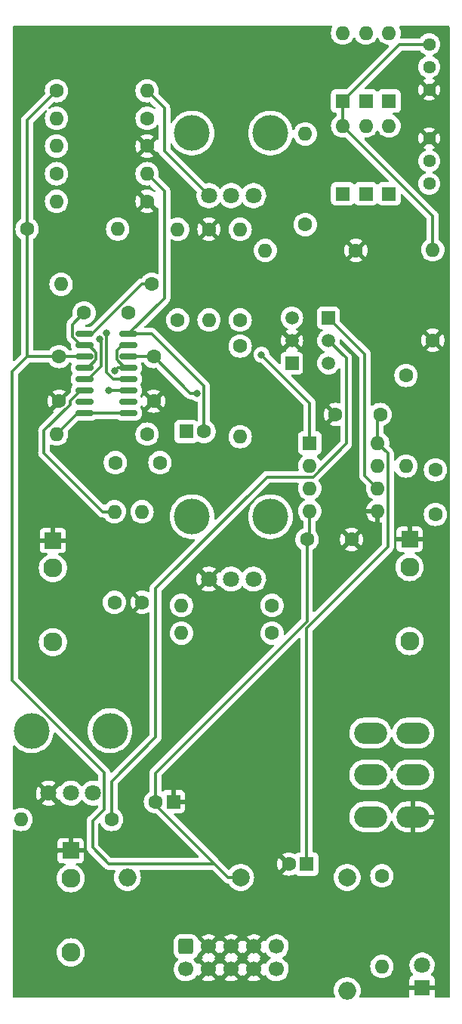
<source format=gbl>
G04 #@! TF.GenerationSoftware,KiCad,Pcbnew,(6.0.6)*
G04 #@! TF.CreationDate,2022-11-23T18:59:43+00:00*
G04 #@! TF.ProjectId,MS20-VCF,4d533230-2d56-4434-962e-6b696361645f,rev?*
G04 #@! TF.SameCoordinates,Original*
G04 #@! TF.FileFunction,Copper,L2,Bot*
G04 #@! TF.FilePolarity,Positive*
%FSLAX46Y46*%
G04 Gerber Fmt 4.6, Leading zero omitted, Abs format (unit mm)*
G04 Created by KiCad (PCBNEW (6.0.6)) date 2022-11-23 18:59:43*
%MOMM*%
%LPD*%
G01*
G04 APERTURE LIST*
G04 Aperture macros list*
%AMRoundRect*
0 Rectangle with rounded corners*
0 $1 Rounding radius*
0 $2 $3 $4 $5 $6 $7 $8 $9 X,Y pos of 4 corners*
0 Add a 4 corners polygon primitive as box body*
4,1,4,$2,$3,$4,$5,$6,$7,$8,$9,$2,$3,0*
0 Add four circle primitives for the rounded corners*
1,1,$1+$1,$2,$3*
1,1,$1+$1,$4,$5*
1,1,$1+$1,$6,$7*
1,1,$1+$1,$8,$9*
0 Add four rect primitives between the rounded corners*
20,1,$1+$1,$2,$3,$4,$5,0*
20,1,$1+$1,$4,$5,$6,$7,0*
20,1,$1+$1,$6,$7,$8,$9,0*
20,1,$1+$1,$8,$9,$2,$3,0*%
G04 Aperture macros list end*
G04 #@! TA.AperFunction,ComponentPad*
%ADD10C,1.600000*%
G04 #@! TD*
G04 #@! TA.AperFunction,WasherPad*
%ADD11C,4.000000*%
G04 #@! TD*
G04 #@! TA.AperFunction,ComponentPad*
%ADD12C,1.800000*%
G04 #@! TD*
G04 #@! TA.AperFunction,ComponentPad*
%ADD13R,1.600000X1.600000*%
G04 #@! TD*
G04 #@! TA.AperFunction,ComponentPad*
%ADD14O,1.600000X1.600000*%
G04 #@! TD*
G04 #@! TA.AperFunction,ComponentPad*
%ADD15R,1.930000X1.830000*%
G04 #@! TD*
G04 #@! TA.AperFunction,ComponentPad*
%ADD16C,2.130000*%
G04 #@! TD*
G04 #@! TA.AperFunction,ComponentPad*
%ADD17R,1.500000X1.500000*%
G04 #@! TD*
G04 #@! TA.AperFunction,ComponentPad*
%ADD18C,1.500000*%
G04 #@! TD*
G04 #@! TA.AperFunction,ComponentPad*
%ADD19O,3.700000X2.400000*%
G04 #@! TD*
G04 #@! TA.AperFunction,ComponentPad*
%ADD20R,1.800000X1.800000*%
G04 #@! TD*
G04 #@! TA.AperFunction,ComponentPad*
%ADD21C,2.000000*%
G04 #@! TD*
G04 #@! TA.AperFunction,ComponentPad*
%ADD22O,2.000000X2.000000*%
G04 #@! TD*
G04 #@! TA.AperFunction,ComponentPad*
%ADD23RoundRect,0.250000X-0.600000X0.600000X-0.600000X-0.600000X0.600000X-0.600000X0.600000X0.600000X0*%
G04 #@! TD*
G04 #@! TA.AperFunction,ComponentPad*
%ADD24C,1.700000*%
G04 #@! TD*
G04 #@! TA.AperFunction,ComponentPad*
%ADD25C,1.440000*%
G04 #@! TD*
G04 #@! TA.AperFunction,SMDPad,CuDef*
%ADD26RoundRect,0.150000X-0.825000X-0.150000X0.825000X-0.150000X0.825000X0.150000X-0.825000X0.150000X0*%
G04 #@! TD*
G04 #@! TA.AperFunction,ViaPad*
%ADD27C,0.800000*%
G04 #@! TD*
G04 #@! TA.AperFunction,Conductor*
%ADD28C,0.300000*%
G04 #@! TD*
G04 APERTURE END LIST*
D10*
X82900000Y-86800000D03*
X82900000Y-91800000D03*
D11*
X46400000Y-116050000D03*
X37600000Y-116050000D03*
D12*
X44500000Y-123050000D03*
X42000000Y-123050000D03*
X39500000Y-123050000D03*
D11*
X55600000Y-49050000D03*
X64400000Y-49050000D03*
D12*
X62500000Y-56050000D03*
X60000000Y-56050000D03*
X57500000Y-56050000D03*
D13*
X77700000Y-45460000D03*
D14*
X77700000Y-37840000D03*
D13*
X77700000Y-55860000D03*
D14*
X77700000Y-48240000D03*
D13*
X75100000Y-45460000D03*
D14*
X75100000Y-37840000D03*
D13*
X75100000Y-55860000D03*
D14*
X75100000Y-48240000D03*
D13*
X72500000Y-45460000D03*
D14*
X72500000Y-37840000D03*
D13*
X72500000Y-55860000D03*
D14*
X72500000Y-48240000D03*
D15*
X42000000Y-129500000D03*
D16*
X42000000Y-140900000D03*
X42000000Y-132600000D03*
D15*
X40000000Y-94720000D03*
D16*
X40000000Y-106120000D03*
X40000000Y-97820000D03*
D15*
X80000000Y-94600000D03*
D16*
X80000000Y-106000000D03*
X80000000Y-97700000D03*
D17*
X66800000Y-74840000D03*
D18*
X66800000Y-72300000D03*
X66800000Y-69760000D03*
D17*
X70900000Y-69760000D03*
D18*
X70900000Y-72300000D03*
X70900000Y-74840000D03*
D10*
X57500000Y-59840000D03*
D14*
X57500000Y-70000000D03*
D10*
X50000000Y-101660000D03*
D14*
X50000000Y-91500000D03*
D10*
X50560000Y-82800000D03*
D14*
X40400000Y-82800000D03*
D10*
X54000000Y-70000000D03*
D14*
X54000000Y-59840000D03*
D10*
X61000000Y-70000000D03*
D14*
X61000000Y-59840000D03*
D10*
X73980000Y-62200000D03*
D14*
X63820000Y-62200000D03*
D10*
X51080000Y-66000000D03*
D14*
X40920000Y-66000000D03*
D10*
X50560000Y-50500000D03*
D14*
X40400000Y-50500000D03*
D10*
X50560000Y-56700000D03*
D14*
X40400000Y-56700000D03*
D10*
X46580000Y-126000000D03*
D14*
X36420000Y-126000000D03*
D10*
X68300000Y-59300000D03*
D14*
X68300000Y-49140000D03*
D10*
X40400000Y-53600000D03*
D14*
X50560000Y-53600000D03*
D10*
X50560000Y-47400000D03*
D14*
X40400000Y-47400000D03*
D10*
X40400000Y-44300000D03*
D14*
X50560000Y-44300000D03*
D10*
X82600000Y-72280000D03*
D14*
X82600000Y-62120000D03*
D10*
X64580000Y-105100000D03*
D14*
X54420000Y-105100000D03*
D10*
X64580000Y-102000000D03*
D14*
X54420000Y-102000000D03*
D11*
X64400000Y-92050000D03*
X55600000Y-92050000D03*
D12*
X62500000Y-99050000D03*
X60000000Y-99050000D03*
X57500000Y-99050000D03*
D19*
X75600000Y-116300000D03*
X75600000Y-121000000D03*
X75600000Y-125700000D03*
X80400000Y-116300000D03*
X80400000Y-121000000D03*
X80400000Y-125700000D03*
D10*
X79600000Y-76220000D03*
D14*
X79600000Y-86380000D03*
D13*
X68800000Y-83800000D03*
D14*
X68800000Y-86340000D03*
X68800000Y-88880000D03*
X68800000Y-91420000D03*
X76420000Y-91420000D03*
X76420000Y-88880000D03*
X76420000Y-86340000D03*
X76420000Y-83800000D03*
D10*
X43500000Y-69200000D03*
X48500000Y-69200000D03*
X46900000Y-101660000D03*
D14*
X46900000Y-91500000D03*
D10*
X37100000Y-59800000D03*
D14*
X47260000Y-59800000D03*
D10*
X61000000Y-72920000D03*
D14*
X61000000Y-83080000D03*
D10*
X76700000Y-80600000D03*
X71700000Y-80600000D03*
X73500000Y-94600000D03*
X68500000Y-94600000D03*
D13*
X68455112Y-131000000D03*
D10*
X66455112Y-131000000D03*
D13*
X53500000Y-124000000D03*
D10*
X51500000Y-124000000D03*
D13*
X54944888Y-82500000D03*
D10*
X56944888Y-82500000D03*
D20*
X81400000Y-144875000D03*
D12*
X81400000Y-142335000D03*
D21*
X61050000Y-132500000D03*
D22*
X48350000Y-132500000D03*
D23*
X54925000Y-140247500D03*
D24*
X54925000Y-142787500D03*
X57465000Y-140247500D03*
X57465000Y-142787500D03*
X60005000Y-140247500D03*
X60005000Y-142787500D03*
X62545000Y-140247500D03*
X62545000Y-142787500D03*
X65085000Y-140247500D03*
X65085000Y-142787500D03*
D25*
X82200000Y-44180000D03*
X82200000Y-41640000D03*
X82200000Y-39100000D03*
X82200000Y-54720000D03*
X82200000Y-52180000D03*
X82200000Y-49640000D03*
D10*
X76900000Y-132320000D03*
D14*
X76900000Y-142480000D03*
D21*
X73000000Y-132500000D03*
D22*
X73000000Y-145200000D03*
D26*
X43525000Y-80445000D03*
X43525000Y-79175000D03*
X43525000Y-77905000D03*
X43525000Y-76635000D03*
X43525000Y-75365000D03*
X43525000Y-74095000D03*
X43525000Y-72825000D03*
X43525000Y-71555000D03*
X48475000Y-71555000D03*
X48475000Y-72825000D03*
X48475000Y-74095000D03*
X48475000Y-75365000D03*
X48475000Y-76635000D03*
X48475000Y-77905000D03*
X48475000Y-79175000D03*
X48475000Y-80445000D03*
D10*
X47000000Y-86000000D03*
X52000000Y-86000000D03*
X51300000Y-74100000D03*
X51300000Y-79100000D03*
X40700000Y-79100000D03*
X40700000Y-74100000D03*
D27*
X56195388Y-78224566D03*
X46900000Y-75700000D03*
X63400000Y-73900000D03*
X45241121Y-72150468D03*
X46250500Y-77905000D03*
X46000000Y-71500000D03*
D28*
X68455112Y-131000000D02*
X68455112Y-104551994D01*
X77570000Y-84950000D02*
X76420000Y-83800000D01*
X68455112Y-104551994D02*
X77570000Y-95437106D01*
X51295000Y-74095000D02*
X51300000Y-74100000D01*
X48475000Y-74095000D02*
X51295000Y-74095000D01*
X55424566Y-78224566D02*
X51300000Y-74100000D01*
X76420000Y-80880000D02*
X76700000Y-80600000D01*
X56195388Y-78224566D02*
X55424566Y-78224566D01*
X77570000Y-95437106D02*
X77570000Y-84950000D01*
X76420000Y-83800000D02*
X76420000Y-80880000D01*
X35450000Y-75750000D02*
X35450000Y-110450000D01*
X68800000Y-91420000D02*
X68800000Y-94300000D01*
X37100000Y-59800000D02*
X37100000Y-47600000D01*
X44450000Y-129150000D02*
X46300000Y-131000000D01*
X45750000Y-120750000D02*
X45750000Y-124850000D01*
X37100000Y-74100000D02*
X40700000Y-74100000D01*
X37100000Y-74100000D02*
X35450000Y-75750000D01*
X40705000Y-74095000D02*
X40700000Y-74100000D01*
X68800000Y-94300000D02*
X68500000Y-94600000D01*
X51500000Y-124000000D02*
X51500000Y-120800000D01*
X61050000Y-132500000D02*
X59635787Y-132500000D01*
X68500000Y-103800000D02*
X68500000Y-94600000D01*
X46300000Y-131000000D02*
X58135787Y-131000000D01*
X44450000Y-126150000D02*
X44450000Y-129150000D01*
X45750000Y-124850000D02*
X44450000Y-126150000D01*
X35450000Y-110450000D02*
X45750000Y-120750000D01*
X58135787Y-131000000D02*
X59635787Y-132500000D01*
X59635787Y-132500000D02*
X51500000Y-124364213D01*
X37100000Y-47600000D02*
X40400000Y-44300000D01*
X51500000Y-124364213D02*
X51500000Y-124000000D01*
X43525000Y-74095000D02*
X40705000Y-74095000D01*
X37100000Y-74100000D02*
X37100000Y-59800000D01*
X51500000Y-120800000D02*
X68500000Y-103800000D01*
X47150000Y-74452107D02*
X47150000Y-73450000D01*
X47150000Y-73450000D02*
X47775000Y-72825000D01*
X47775000Y-72825000D02*
X48475000Y-72825000D01*
X48475000Y-75365000D02*
X48062893Y-75365000D01*
X46900000Y-75700000D02*
X47235000Y-75365000D01*
X47235000Y-75365000D02*
X48475000Y-75365000D01*
X48062893Y-75365000D02*
X47150000Y-74452107D01*
X51074312Y-71555000D02*
X56944888Y-77425576D01*
X52500000Y-67530000D02*
X52500000Y-55540000D01*
X48475000Y-71555000D02*
X51074312Y-71555000D01*
X52500000Y-55540000D02*
X50560000Y-53600000D01*
X48475000Y-71555000D02*
X52500000Y-67530000D01*
X56944888Y-77425576D02*
X56944888Y-82500000D01*
X49948630Y-66000000D02*
X44393630Y-71555000D01*
X51080000Y-66000000D02*
X49948630Y-66000000D01*
X44393630Y-71555000D02*
X43525000Y-71555000D01*
X63400000Y-73900000D02*
X68800000Y-79300000D01*
X68800000Y-79300000D02*
X68800000Y-83800000D01*
X43525000Y-72825000D02*
X43112893Y-72825000D01*
X42200000Y-70500000D02*
X43500000Y-69200000D01*
X44850000Y-74452107D02*
X44850000Y-73650000D01*
X43525000Y-75365000D02*
X43937107Y-75365000D01*
X44025000Y-72825000D02*
X43525000Y-72825000D01*
X43112893Y-72825000D02*
X42200000Y-71912107D01*
X43937107Y-75365000D02*
X44850000Y-74452107D01*
X44850000Y-73650000D02*
X44025000Y-72825000D01*
X42200000Y-71912107D02*
X42200000Y-70500000D01*
X75000000Y-87460000D02*
X76420000Y-88880000D01*
X70900000Y-69760000D02*
X75000000Y-73860000D01*
X75000000Y-73860000D02*
X75000000Y-87460000D01*
X52500000Y-46240000D02*
X50560000Y-44300000D01*
X52500000Y-51050000D02*
X52500000Y-46240000D01*
X57500000Y-56050000D02*
X52500000Y-51050000D01*
X78860000Y-39100000D02*
X72500000Y-45460000D01*
X72500000Y-48240000D02*
X82600000Y-58340000D01*
X82200000Y-39100000D02*
X78860000Y-39100000D01*
X72500000Y-45460000D02*
X72500000Y-48240000D01*
X82600000Y-58340000D02*
X82600000Y-62120000D01*
X64000000Y-87600000D02*
X51499311Y-100100689D01*
X72900000Y-74300000D02*
X72900000Y-83866346D01*
X51499311Y-116800689D02*
X46580000Y-121720000D01*
X69166346Y-87600000D02*
X64000000Y-87600000D01*
X72900000Y-83866346D02*
X69166346Y-87600000D01*
X51499311Y-100100689D02*
X51499311Y-116800689D01*
X70900000Y-72300000D02*
X72900000Y-74300000D01*
X46580000Y-121720000D02*
X46580000Y-126000000D01*
X43525000Y-76635000D02*
X43937107Y-76635000D01*
X45400000Y-72400000D02*
X45400000Y-72309347D01*
X43937107Y-76635000D02*
X45400000Y-75172107D01*
X45400000Y-72309347D02*
X45241121Y-72150468D01*
X45400000Y-75172107D02*
X45400000Y-72400000D01*
X43525000Y-77905000D02*
X43112893Y-77905000D01*
X41900000Y-79526346D02*
X39000000Y-82426346D01*
X41900000Y-79117893D02*
X41900000Y-79526346D01*
X43112893Y-77905000D02*
X41900000Y-79117893D01*
X39000000Y-84900000D02*
X45600000Y-91500000D01*
X39000000Y-82426346D02*
X39000000Y-84900000D01*
X45600000Y-91500000D02*
X46900000Y-91500000D01*
X42755000Y-80445000D02*
X40400000Y-82800000D01*
X43525000Y-80445000D02*
X42755000Y-80445000D01*
X48475000Y-80445000D02*
X43525000Y-80445000D01*
X48475000Y-77905000D02*
X46305000Y-77905000D01*
X46305000Y-77905000D02*
X46300000Y-77900000D01*
X46295000Y-77905000D02*
X46250500Y-77905000D01*
X46300000Y-77900000D02*
X46295000Y-77905000D01*
X48475000Y-76635000D02*
X46774339Y-76635000D01*
X46000000Y-75860661D02*
X46000000Y-71500000D01*
X46774339Y-76635000D02*
X46000000Y-75860661D01*
G04 #@! TA.AperFunction,Conductor*
G36*
X71314305Y-37028502D02*
G01*
X71360798Y-37082158D01*
X71370902Y-37152432D01*
X71360379Y-37187750D01*
X71265716Y-37390757D01*
X71206457Y-37611913D01*
X71186502Y-37840000D01*
X71206457Y-38068087D01*
X71207881Y-38073400D01*
X71207881Y-38073402D01*
X71230875Y-38159214D01*
X71265716Y-38289243D01*
X71268039Y-38294224D01*
X71268039Y-38294225D01*
X71360151Y-38491762D01*
X71360154Y-38491767D01*
X71362477Y-38496749D01*
X71365634Y-38501257D01*
X71489547Y-38678223D01*
X71493802Y-38684300D01*
X71655700Y-38846198D01*
X71660208Y-38849355D01*
X71660211Y-38849357D01*
X71712340Y-38885858D01*
X71843251Y-38977523D01*
X71848233Y-38979846D01*
X71848238Y-38979849D01*
X72045775Y-39071961D01*
X72050757Y-39074284D01*
X72056065Y-39075706D01*
X72056067Y-39075707D01*
X72266598Y-39132119D01*
X72266600Y-39132119D01*
X72271913Y-39133543D01*
X72500000Y-39153498D01*
X72728087Y-39133543D01*
X72733400Y-39132119D01*
X72733402Y-39132119D01*
X72943933Y-39075707D01*
X72943935Y-39075706D01*
X72949243Y-39074284D01*
X72954225Y-39071961D01*
X73151762Y-38979849D01*
X73151767Y-38979846D01*
X73156749Y-38977523D01*
X73287660Y-38885858D01*
X73339789Y-38849357D01*
X73339792Y-38849355D01*
X73344300Y-38846198D01*
X73506198Y-38684300D01*
X73510454Y-38678223D01*
X73634366Y-38501257D01*
X73637523Y-38496749D01*
X73685805Y-38393207D01*
X73732722Y-38339922D01*
X73800999Y-38320461D01*
X73868959Y-38341003D01*
X73914195Y-38393207D01*
X73962477Y-38496749D01*
X73965634Y-38501257D01*
X74089547Y-38678223D01*
X74093802Y-38684300D01*
X74255700Y-38846198D01*
X74260208Y-38849355D01*
X74260211Y-38849357D01*
X74312340Y-38885858D01*
X74443251Y-38977523D01*
X74448233Y-38979846D01*
X74448238Y-38979849D01*
X74645775Y-39071961D01*
X74650757Y-39074284D01*
X74656065Y-39075706D01*
X74656067Y-39075707D01*
X74866598Y-39132119D01*
X74866600Y-39132119D01*
X74871913Y-39133543D01*
X75100000Y-39153498D01*
X75328087Y-39133543D01*
X75333400Y-39132119D01*
X75333402Y-39132119D01*
X75543933Y-39075707D01*
X75543935Y-39075706D01*
X75549243Y-39074284D01*
X75554225Y-39071961D01*
X75751762Y-38979849D01*
X75751767Y-38979846D01*
X75756749Y-38977523D01*
X75887660Y-38885858D01*
X75939789Y-38849357D01*
X75939792Y-38849355D01*
X75944300Y-38846198D01*
X76106198Y-38684300D01*
X76110454Y-38678223D01*
X76234366Y-38501257D01*
X76237523Y-38496749D01*
X76285805Y-38393207D01*
X76332722Y-38339922D01*
X76400999Y-38320461D01*
X76468959Y-38341003D01*
X76514195Y-38393207D01*
X76562477Y-38496749D01*
X76565634Y-38501257D01*
X76689547Y-38678223D01*
X76693802Y-38684300D01*
X76855700Y-38846198D01*
X76860208Y-38849355D01*
X76860211Y-38849357D01*
X76912340Y-38885858D01*
X77043251Y-38977523D01*
X77048233Y-38979846D01*
X77048238Y-38979849D01*
X77245775Y-39071961D01*
X77250757Y-39074284D01*
X77256065Y-39075706D01*
X77256067Y-39075707D01*
X77466598Y-39132119D01*
X77466600Y-39132119D01*
X77471913Y-39133543D01*
X77477389Y-39134022D01*
X77477394Y-39134023D01*
X77561141Y-39141349D01*
X77591966Y-39144046D01*
X77658084Y-39169909D01*
X77699723Y-39227413D01*
X77703664Y-39298300D01*
X77670079Y-39358662D01*
X75180078Y-41848662D01*
X72914145Y-44114595D01*
X72851833Y-44148621D01*
X72825050Y-44151500D01*
X71651866Y-44151500D01*
X71589684Y-44158255D01*
X71453295Y-44209385D01*
X71336739Y-44296739D01*
X71249385Y-44413295D01*
X71198255Y-44549684D01*
X71191500Y-44611866D01*
X71191500Y-46308134D01*
X71198255Y-46370316D01*
X71249385Y-46506705D01*
X71336739Y-46623261D01*
X71453295Y-46710615D01*
X71589684Y-46761745D01*
X71651866Y-46768500D01*
X71715500Y-46768500D01*
X71783621Y-46788502D01*
X71830114Y-46842158D01*
X71841500Y-46894500D01*
X71841500Y-47038112D01*
X71821498Y-47106233D01*
X71787772Y-47141324D01*
X71737970Y-47176196D01*
X71660211Y-47230643D01*
X71660208Y-47230645D01*
X71655700Y-47233802D01*
X71493802Y-47395700D01*
X71362477Y-47583251D01*
X71360154Y-47588233D01*
X71360151Y-47588238D01*
X71314195Y-47686793D01*
X71265716Y-47790757D01*
X71264294Y-47796065D01*
X71264293Y-47796067D01*
X71208985Y-48002477D01*
X71206457Y-48011913D01*
X71186502Y-48240000D01*
X71206457Y-48468087D01*
X71207881Y-48473400D01*
X71207881Y-48473402D01*
X71260304Y-48669044D01*
X71265716Y-48689243D01*
X71268039Y-48694224D01*
X71268039Y-48694225D01*
X71360151Y-48891762D01*
X71360154Y-48891767D01*
X71362477Y-48896749D01*
X71417981Y-48976017D01*
X71454826Y-49028636D01*
X71493802Y-49084300D01*
X71655700Y-49246198D01*
X71660208Y-49249355D01*
X71660211Y-49249357D01*
X71697492Y-49275461D01*
X71843251Y-49377523D01*
X71848233Y-49379846D01*
X71848238Y-49379849D01*
X72045775Y-49471961D01*
X72050757Y-49474284D01*
X72056065Y-49475706D01*
X72056067Y-49475707D01*
X72266598Y-49532119D01*
X72266600Y-49532119D01*
X72271913Y-49533543D01*
X72500000Y-49553498D01*
X72728087Y-49533543D01*
X72735766Y-49531485D01*
X72763659Y-49524012D01*
X72834635Y-49525702D01*
X72885364Y-49556624D01*
X77665145Y-54336405D01*
X77699171Y-54398717D01*
X77694106Y-54469532D01*
X77651559Y-54526368D01*
X77585039Y-54551179D01*
X77576050Y-54551500D01*
X76851866Y-54551500D01*
X76789684Y-54558255D01*
X76653295Y-54609385D01*
X76536739Y-54696739D01*
X76500824Y-54744660D01*
X76443967Y-54787173D01*
X76373149Y-54792199D01*
X76310855Y-54758139D01*
X76299183Y-54744670D01*
X76263261Y-54696739D01*
X76146705Y-54609385D01*
X76010316Y-54558255D01*
X75948134Y-54551500D01*
X74251866Y-54551500D01*
X74189684Y-54558255D01*
X74053295Y-54609385D01*
X73936739Y-54696739D01*
X73900824Y-54744660D01*
X73843967Y-54787173D01*
X73773149Y-54792199D01*
X73710855Y-54758139D01*
X73699183Y-54744670D01*
X73663261Y-54696739D01*
X73546705Y-54609385D01*
X73410316Y-54558255D01*
X73348134Y-54551500D01*
X71651866Y-54551500D01*
X71589684Y-54558255D01*
X71453295Y-54609385D01*
X71336739Y-54696739D01*
X71249385Y-54813295D01*
X71198255Y-54949684D01*
X71191500Y-55011866D01*
X71191500Y-56708134D01*
X71198255Y-56770316D01*
X71249385Y-56906705D01*
X71336739Y-57023261D01*
X71453295Y-57110615D01*
X71589684Y-57161745D01*
X71651866Y-57168500D01*
X73348134Y-57168500D01*
X73410316Y-57161745D01*
X73546705Y-57110615D01*
X73663261Y-57023261D01*
X73699176Y-56975340D01*
X73756033Y-56932827D01*
X73826851Y-56927801D01*
X73889145Y-56961861D01*
X73900817Y-56975330D01*
X73936739Y-57023261D01*
X74053295Y-57110615D01*
X74189684Y-57161745D01*
X74251866Y-57168500D01*
X75948134Y-57168500D01*
X76010316Y-57161745D01*
X76146705Y-57110615D01*
X76263261Y-57023261D01*
X76299176Y-56975340D01*
X76356033Y-56932827D01*
X76426851Y-56927801D01*
X76489145Y-56961861D01*
X76500817Y-56975330D01*
X76536739Y-57023261D01*
X76653295Y-57110615D01*
X76789684Y-57161745D01*
X76851866Y-57168500D01*
X78548134Y-57168500D01*
X78610316Y-57161745D01*
X78746705Y-57110615D01*
X78863261Y-57023261D01*
X78950615Y-56906705D01*
X79001745Y-56770316D01*
X79008500Y-56708134D01*
X79008500Y-55983950D01*
X79028502Y-55915829D01*
X79082158Y-55869336D01*
X79152432Y-55859232D01*
X79217012Y-55888726D01*
X79223595Y-55894855D01*
X81904595Y-58575855D01*
X81938621Y-58638167D01*
X81941500Y-58664950D01*
X81941500Y-60918112D01*
X81921498Y-60986233D01*
X81887772Y-61021324D01*
X81824491Y-61065634D01*
X81760211Y-61110643D01*
X81760208Y-61110645D01*
X81755700Y-61113802D01*
X81593802Y-61275700D01*
X81462477Y-61463251D01*
X81460154Y-61468233D01*
X81460151Y-61468238D01*
X81422847Y-61548238D01*
X81365716Y-61670757D01*
X81306457Y-61891913D01*
X81286502Y-62120000D01*
X81306457Y-62348087D01*
X81365716Y-62569243D01*
X81368039Y-62574224D01*
X81368039Y-62574225D01*
X81460151Y-62771762D01*
X81460154Y-62771767D01*
X81462477Y-62776749D01*
X81465634Y-62781257D01*
X81559336Y-62915077D01*
X81593802Y-62964300D01*
X81755700Y-63126198D01*
X81760208Y-63129355D01*
X81760211Y-63129357D01*
X81838389Y-63184098D01*
X81943251Y-63257523D01*
X81948233Y-63259846D01*
X81948238Y-63259849D01*
X82145775Y-63351961D01*
X82150757Y-63354284D01*
X82156065Y-63355706D01*
X82156067Y-63355707D01*
X82366598Y-63412119D01*
X82366600Y-63412119D01*
X82371913Y-63413543D01*
X82600000Y-63433498D01*
X82828087Y-63413543D01*
X82833400Y-63412119D01*
X82833402Y-63412119D01*
X83043933Y-63355707D01*
X83043935Y-63355706D01*
X83049243Y-63354284D01*
X83054225Y-63351961D01*
X83251762Y-63259849D01*
X83251767Y-63259846D01*
X83256749Y-63257523D01*
X83361611Y-63184098D01*
X83439789Y-63129357D01*
X83439792Y-63129355D01*
X83444300Y-63126198D01*
X83606198Y-62964300D01*
X83640665Y-62915077D01*
X83734366Y-62781257D01*
X83737523Y-62776749D01*
X83739846Y-62771767D01*
X83739849Y-62771762D01*
X83831961Y-62574225D01*
X83831961Y-62574224D01*
X83834284Y-62569243D01*
X83893543Y-62348087D01*
X83913498Y-62120000D01*
X83893543Y-61891913D01*
X83834284Y-61670757D01*
X83777153Y-61548238D01*
X83739849Y-61468238D01*
X83739846Y-61468233D01*
X83737523Y-61463251D01*
X83606198Y-61275700D01*
X83444300Y-61113802D01*
X83439792Y-61110645D01*
X83439789Y-61110643D01*
X83375509Y-61065634D01*
X83312228Y-61021324D01*
X83267901Y-60965868D01*
X83258500Y-60918112D01*
X83258500Y-58422056D01*
X83259059Y-58410200D01*
X83259059Y-58410197D01*
X83260788Y-58402463D01*
X83258562Y-58331631D01*
X83258500Y-58327673D01*
X83258500Y-58298568D01*
X83257944Y-58294168D01*
X83257012Y-58282330D01*
X83255811Y-58244094D01*
X83255562Y-58236169D01*
X83249580Y-58215579D01*
X83245570Y-58196216D01*
X83243875Y-58182796D01*
X83243875Y-58182795D01*
X83242882Y-58174936D01*
X83239966Y-58167571D01*
X83239965Y-58167567D01*
X83225874Y-58131979D01*
X83222035Y-58120769D01*
X83209145Y-58076400D01*
X83198225Y-58057935D01*
X83189534Y-58040195D01*
X83181635Y-58020244D01*
X83154482Y-57982871D01*
X83147967Y-57972952D01*
X83128493Y-57940023D01*
X83128490Y-57940019D01*
X83124453Y-57933193D01*
X83109289Y-57918029D01*
X83096448Y-57902995D01*
X83088501Y-57892057D01*
X83083841Y-57885643D01*
X83048247Y-57856197D01*
X83039468Y-57848208D01*
X79911260Y-54720000D01*
X80966807Y-54720000D01*
X80985542Y-54934142D01*
X80986966Y-54939455D01*
X80986966Y-54939457D01*
X81034816Y-55118032D01*
X81041178Y-55141777D01*
X81043500Y-55146757D01*
X81043501Y-55146759D01*
X81127297Y-55326458D01*
X81132024Y-55336596D01*
X81255319Y-55512681D01*
X81407319Y-55664681D01*
X81583403Y-55787976D01*
X81588381Y-55790297D01*
X81588384Y-55790299D01*
X81757880Y-55869336D01*
X81778223Y-55878822D01*
X81783531Y-55880244D01*
X81783533Y-55880245D01*
X81980543Y-55933034D01*
X81980545Y-55933034D01*
X81985858Y-55934458D01*
X82200000Y-55953193D01*
X82414142Y-55934458D01*
X82419455Y-55933034D01*
X82419457Y-55933034D01*
X82616467Y-55880245D01*
X82616469Y-55880244D01*
X82621777Y-55878822D01*
X82642120Y-55869336D01*
X82811616Y-55790299D01*
X82811619Y-55790297D01*
X82816597Y-55787976D01*
X82992681Y-55664681D01*
X83144681Y-55512681D01*
X83267976Y-55336596D01*
X83272704Y-55326458D01*
X83356499Y-55146759D01*
X83356500Y-55146757D01*
X83358822Y-55141777D01*
X83365185Y-55118032D01*
X83413034Y-54939457D01*
X83413034Y-54939455D01*
X83414458Y-54934142D01*
X83433193Y-54720000D01*
X83414458Y-54505858D01*
X83413034Y-54500543D01*
X83360245Y-54303533D01*
X83360244Y-54303531D01*
X83358822Y-54298223D01*
X83356499Y-54293241D01*
X83270299Y-54108385D01*
X83270297Y-54108382D01*
X83267976Y-54103404D01*
X83144681Y-53927319D01*
X82992681Y-53775319D01*
X82816597Y-53652024D01*
X82811619Y-53649703D01*
X82811616Y-53649701D01*
X82628247Y-53564195D01*
X82574962Y-53517278D01*
X82555501Y-53449000D01*
X82576043Y-53381041D01*
X82628247Y-53335805D01*
X82811616Y-53250299D01*
X82811619Y-53250297D01*
X82816597Y-53247976D01*
X82992681Y-53124681D01*
X83144681Y-52972681D01*
X83267976Y-52796596D01*
X83288864Y-52751803D01*
X83356499Y-52606759D01*
X83356500Y-52606757D01*
X83358822Y-52601777D01*
X83361806Y-52590643D01*
X83413034Y-52399457D01*
X83413034Y-52399455D01*
X83414458Y-52394142D01*
X83433193Y-52180000D01*
X83414458Y-51965858D01*
X83373370Y-51812517D01*
X83360245Y-51763533D01*
X83360244Y-51763531D01*
X83358822Y-51758223D01*
X83303420Y-51639414D01*
X83270299Y-51568385D01*
X83270297Y-51568382D01*
X83267976Y-51563404D01*
X83144681Y-51387319D01*
X82992681Y-51235319D01*
X82816597Y-51112024D01*
X82811619Y-51109703D01*
X82811616Y-51109701D01*
X82627656Y-51023919D01*
X82574371Y-50977002D01*
X82554910Y-50908724D01*
X82575452Y-50840764D01*
X82627656Y-50795529D01*
X82811359Y-50709868D01*
X82820854Y-50704385D01*
X82855607Y-50680051D01*
X82863983Y-50669572D01*
X82856916Y-50656127D01*
X82212811Y-50012021D01*
X82198868Y-50004408D01*
X82197034Y-50004539D01*
X82190420Y-50008790D01*
X81542360Y-50656851D01*
X81535933Y-50668621D01*
X81545227Y-50680635D01*
X81579146Y-50704385D01*
X81588641Y-50709868D01*
X81772344Y-50795529D01*
X81825629Y-50842446D01*
X81845090Y-50910723D01*
X81824548Y-50978683D01*
X81772344Y-51023919D01*
X81588385Y-51109701D01*
X81588382Y-51109703D01*
X81583404Y-51112024D01*
X81407319Y-51235319D01*
X81255319Y-51387319D01*
X81132024Y-51563404D01*
X81129703Y-51568382D01*
X81129701Y-51568385D01*
X81096580Y-51639414D01*
X81041178Y-51758223D01*
X81039756Y-51763531D01*
X81039755Y-51763533D01*
X81026630Y-51812517D01*
X80985542Y-51965858D01*
X80966807Y-52180000D01*
X80985542Y-52394142D01*
X80986966Y-52399455D01*
X80986966Y-52399457D01*
X81038195Y-52590643D01*
X81041178Y-52601777D01*
X81043500Y-52606757D01*
X81043501Y-52606759D01*
X81111137Y-52751803D01*
X81132024Y-52796596D01*
X81255319Y-52972681D01*
X81407319Y-53124681D01*
X81583403Y-53247976D01*
X81588381Y-53250297D01*
X81588384Y-53250299D01*
X81771753Y-53335805D01*
X81825038Y-53382722D01*
X81844499Y-53451000D01*
X81823957Y-53518959D01*
X81771753Y-53564195D01*
X81588385Y-53649701D01*
X81588382Y-53649703D01*
X81583404Y-53652024D01*
X81407319Y-53775319D01*
X81255319Y-53927319D01*
X81132024Y-54103404D01*
X81129703Y-54108382D01*
X81129701Y-54108385D01*
X81043501Y-54293241D01*
X81041178Y-54298223D01*
X81039756Y-54303531D01*
X81039755Y-54303533D01*
X80986966Y-54500543D01*
X80985542Y-54505858D01*
X80966807Y-54720000D01*
X79911260Y-54720000D01*
X74955486Y-49764226D01*
X74921460Y-49701914D01*
X74925497Y-49645475D01*
X80967788Y-49645475D01*
X80985557Y-49848575D01*
X80987460Y-49859368D01*
X81040226Y-50056295D01*
X81043972Y-50066587D01*
X81130135Y-50251364D01*
X81135613Y-50260850D01*
X81159949Y-50295607D01*
X81170428Y-50303983D01*
X81183872Y-50296917D01*
X81827979Y-49652811D01*
X81834356Y-49641132D01*
X82564408Y-49641132D01*
X82564539Y-49642966D01*
X82568790Y-49649580D01*
X83216851Y-50297640D01*
X83228621Y-50304067D01*
X83240635Y-50294772D01*
X83264387Y-50260850D01*
X83269865Y-50251364D01*
X83356028Y-50066587D01*
X83359774Y-50056295D01*
X83412540Y-49859368D01*
X83414443Y-49848575D01*
X83432212Y-49645475D01*
X83432212Y-49634525D01*
X83414443Y-49431425D01*
X83412540Y-49420632D01*
X83359774Y-49223705D01*
X83356028Y-49213413D01*
X83269865Y-49028636D01*
X83264387Y-49019150D01*
X83240051Y-48984393D01*
X83229572Y-48976017D01*
X83216128Y-48983083D01*
X82572021Y-49627189D01*
X82564408Y-49641132D01*
X81834356Y-49641132D01*
X81835592Y-49638868D01*
X81835461Y-49637034D01*
X81831210Y-49630420D01*
X81183149Y-48982360D01*
X81171379Y-48975933D01*
X81159365Y-48985228D01*
X81135613Y-49019150D01*
X81130135Y-49028636D01*
X81043972Y-49213413D01*
X81040226Y-49223705D01*
X80987460Y-49420632D01*
X80985557Y-49431425D01*
X80967788Y-49634525D01*
X80967788Y-49645475D01*
X74925497Y-49645475D01*
X74926525Y-49631099D01*
X74969072Y-49574263D01*
X75035592Y-49549452D01*
X75055563Y-49549611D01*
X75094514Y-49553019D01*
X75094525Y-49553019D01*
X75100000Y-49553498D01*
X75328087Y-49533543D01*
X75333400Y-49532119D01*
X75333402Y-49532119D01*
X75543933Y-49475707D01*
X75543935Y-49475706D01*
X75549243Y-49474284D01*
X75554225Y-49471961D01*
X75751762Y-49379849D01*
X75751767Y-49379846D01*
X75756749Y-49377523D01*
X75902508Y-49275461D01*
X75939789Y-49249357D01*
X75939792Y-49249355D01*
X75944300Y-49246198D01*
X76106198Y-49084300D01*
X76145175Y-49028636D01*
X76182019Y-48976017D01*
X76237523Y-48896749D01*
X76285805Y-48793207D01*
X76332722Y-48739922D01*
X76400999Y-48720461D01*
X76468959Y-48741003D01*
X76514195Y-48793207D01*
X76562477Y-48896749D01*
X76617981Y-48976017D01*
X76654826Y-49028636D01*
X76693802Y-49084300D01*
X76855700Y-49246198D01*
X76860208Y-49249355D01*
X76860211Y-49249357D01*
X76897492Y-49275461D01*
X77043251Y-49377523D01*
X77048233Y-49379846D01*
X77048238Y-49379849D01*
X77245775Y-49471961D01*
X77250757Y-49474284D01*
X77256065Y-49475706D01*
X77256067Y-49475707D01*
X77466598Y-49532119D01*
X77466600Y-49532119D01*
X77471913Y-49533543D01*
X77700000Y-49553498D01*
X77928087Y-49533543D01*
X77933400Y-49532119D01*
X77933402Y-49532119D01*
X78143933Y-49475707D01*
X78143935Y-49475706D01*
X78149243Y-49474284D01*
X78154225Y-49471961D01*
X78351762Y-49379849D01*
X78351767Y-49379846D01*
X78356749Y-49377523D01*
X78502508Y-49275461D01*
X78539789Y-49249357D01*
X78539792Y-49249355D01*
X78544300Y-49246198D01*
X78706198Y-49084300D01*
X78745175Y-49028636D01*
X78782019Y-48976017D01*
X78837523Y-48896749D01*
X78839846Y-48891767D01*
X78839849Y-48891762D01*
X78931961Y-48694225D01*
X78931961Y-48694224D01*
X78934284Y-48689243D01*
X78939697Y-48669044D01*
X78955403Y-48610428D01*
X81536017Y-48610428D01*
X81543083Y-48623872D01*
X82187189Y-49267979D01*
X82201132Y-49275592D01*
X82202966Y-49275461D01*
X82209580Y-49271210D01*
X82857640Y-48623149D01*
X82864067Y-48611379D01*
X82854773Y-48599365D01*
X82820854Y-48575615D01*
X82811359Y-48570132D01*
X82626587Y-48483972D01*
X82616295Y-48480226D01*
X82419368Y-48427460D01*
X82408575Y-48425557D01*
X82205475Y-48407788D01*
X82194525Y-48407788D01*
X81991425Y-48425557D01*
X81980632Y-48427460D01*
X81783705Y-48480226D01*
X81773413Y-48483972D01*
X81588636Y-48570135D01*
X81579150Y-48575613D01*
X81544393Y-48599949D01*
X81536017Y-48610428D01*
X78955403Y-48610428D01*
X78992119Y-48473402D01*
X78992119Y-48473400D01*
X78993543Y-48468087D01*
X79013498Y-48240000D01*
X78993543Y-48011913D01*
X78991015Y-48002477D01*
X78935707Y-47796067D01*
X78935706Y-47796065D01*
X78934284Y-47790757D01*
X78885805Y-47686793D01*
X78839849Y-47588238D01*
X78839846Y-47588233D01*
X78837523Y-47583251D01*
X78706198Y-47395700D01*
X78544300Y-47233802D01*
X78539792Y-47230645D01*
X78539789Y-47230643D01*
X78414763Y-47143099D01*
X78356749Y-47102477D01*
X78351767Y-47100154D01*
X78351762Y-47100151D01*
X78155632Y-47008695D01*
X78102347Y-46961778D01*
X78082886Y-46893501D01*
X78103428Y-46825541D01*
X78157450Y-46779475D01*
X78208882Y-46768500D01*
X78548134Y-46768500D01*
X78610316Y-46761745D01*
X78746705Y-46710615D01*
X78863261Y-46623261D01*
X78950615Y-46506705D01*
X79001745Y-46370316D01*
X79008500Y-46308134D01*
X79008500Y-45208621D01*
X81535933Y-45208621D01*
X81545227Y-45220635D01*
X81579146Y-45244385D01*
X81588641Y-45249868D01*
X81773413Y-45336028D01*
X81783705Y-45339774D01*
X81980632Y-45392540D01*
X81991425Y-45394443D01*
X82194525Y-45412212D01*
X82205475Y-45412212D01*
X82408575Y-45394443D01*
X82419368Y-45392540D01*
X82616295Y-45339774D01*
X82626587Y-45336028D01*
X82811359Y-45249868D01*
X82820854Y-45244385D01*
X82855607Y-45220051D01*
X82863983Y-45209572D01*
X82856916Y-45196127D01*
X82212811Y-44552021D01*
X82198868Y-44544408D01*
X82197034Y-44544539D01*
X82190420Y-44548790D01*
X81542360Y-45196851D01*
X81535933Y-45208621D01*
X79008500Y-45208621D01*
X79008500Y-44611866D01*
X79001745Y-44549684D01*
X78950615Y-44413295D01*
X78863261Y-44296739D01*
X78746705Y-44209385D01*
X78682925Y-44185475D01*
X80967788Y-44185475D01*
X80985557Y-44388575D01*
X80987460Y-44399368D01*
X81040226Y-44596295D01*
X81043972Y-44606587D01*
X81130135Y-44791364D01*
X81135613Y-44800850D01*
X81159949Y-44835607D01*
X81170428Y-44843983D01*
X81183872Y-44836917D01*
X81827979Y-44192811D01*
X81834356Y-44181132D01*
X82564408Y-44181132D01*
X82564539Y-44182966D01*
X82568790Y-44189580D01*
X83216851Y-44837640D01*
X83228621Y-44844067D01*
X83240635Y-44834772D01*
X83264387Y-44800850D01*
X83269865Y-44791364D01*
X83356028Y-44606587D01*
X83359774Y-44596295D01*
X83412540Y-44399368D01*
X83414443Y-44388575D01*
X83432212Y-44185475D01*
X83432212Y-44174525D01*
X83414443Y-43971425D01*
X83412540Y-43960632D01*
X83359774Y-43763705D01*
X83356028Y-43753413D01*
X83269865Y-43568636D01*
X83264387Y-43559150D01*
X83240051Y-43524393D01*
X83229572Y-43516017D01*
X83216128Y-43523083D01*
X82572021Y-44167189D01*
X82564408Y-44181132D01*
X81834356Y-44181132D01*
X81835592Y-44178868D01*
X81835461Y-44177034D01*
X81831210Y-44170420D01*
X81183149Y-43522360D01*
X81171379Y-43515933D01*
X81159365Y-43525228D01*
X81135613Y-43559150D01*
X81130135Y-43568636D01*
X81043972Y-43753413D01*
X81040226Y-43763705D01*
X80987460Y-43960632D01*
X80985557Y-43971425D01*
X80967788Y-44174525D01*
X80967788Y-44185475D01*
X78682925Y-44185475D01*
X78610316Y-44158255D01*
X78548134Y-44151500D01*
X76851866Y-44151500D01*
X76789684Y-44158255D01*
X76653295Y-44209385D01*
X76536739Y-44296739D01*
X76500824Y-44344660D01*
X76443967Y-44387173D01*
X76373149Y-44392199D01*
X76310855Y-44358139D01*
X76299183Y-44344670D01*
X76263261Y-44296739D01*
X76146705Y-44209385D01*
X76010316Y-44158255D01*
X75948134Y-44151500D01*
X75043950Y-44151500D01*
X74975829Y-44131498D01*
X74929336Y-44077842D01*
X74919232Y-44007568D01*
X74948726Y-43942988D01*
X74954855Y-43936405D01*
X79095854Y-39795405D01*
X79158166Y-39761379D01*
X79184949Y-39758500D01*
X81095774Y-39758500D01*
X81163895Y-39778502D01*
X81198987Y-39812230D01*
X81255319Y-39892681D01*
X81407319Y-40044681D01*
X81583403Y-40167976D01*
X81588381Y-40170297D01*
X81588384Y-40170299D01*
X81771753Y-40255805D01*
X81825038Y-40302722D01*
X81844499Y-40371000D01*
X81823957Y-40438959D01*
X81771753Y-40484195D01*
X81588385Y-40569701D01*
X81588382Y-40569703D01*
X81583404Y-40572024D01*
X81407319Y-40695319D01*
X81255319Y-40847319D01*
X81132024Y-41023404D01*
X81041178Y-41218223D01*
X80985542Y-41425858D01*
X80966807Y-41640000D01*
X80985542Y-41854142D01*
X81041178Y-42061777D01*
X81132024Y-42256596D01*
X81255319Y-42432681D01*
X81407319Y-42584681D01*
X81583403Y-42707976D01*
X81588381Y-42710297D01*
X81588384Y-42710299D01*
X81772344Y-42796081D01*
X81825629Y-42842998D01*
X81845090Y-42911276D01*
X81824548Y-42979236D01*
X81772344Y-43024471D01*
X81588636Y-43110135D01*
X81579150Y-43115613D01*
X81544393Y-43139949D01*
X81536017Y-43150428D01*
X81543083Y-43163872D01*
X82187189Y-43807979D01*
X82201132Y-43815592D01*
X82202966Y-43815461D01*
X82209580Y-43811210D01*
X82857640Y-43163149D01*
X82864067Y-43151379D01*
X82854773Y-43139365D01*
X82820854Y-43115615D01*
X82811359Y-43110132D01*
X82627656Y-43024471D01*
X82574371Y-42977554D01*
X82554910Y-42909277D01*
X82575452Y-42841317D01*
X82627656Y-42796081D01*
X82811616Y-42710299D01*
X82811619Y-42710297D01*
X82816597Y-42707976D01*
X82992681Y-42584681D01*
X83144681Y-42432681D01*
X83267976Y-42256596D01*
X83358822Y-42061777D01*
X83414458Y-41854142D01*
X83433193Y-41640000D01*
X83414458Y-41425858D01*
X83358822Y-41218223D01*
X83267976Y-41023404D01*
X83144681Y-40847319D01*
X82992681Y-40695319D01*
X82816597Y-40572024D01*
X82811619Y-40569703D01*
X82811616Y-40569701D01*
X82628247Y-40484195D01*
X82574962Y-40437278D01*
X82555501Y-40369000D01*
X82576043Y-40301041D01*
X82628247Y-40255805D01*
X82811616Y-40170299D01*
X82811619Y-40170297D01*
X82816597Y-40167976D01*
X82992681Y-40044681D01*
X83144681Y-39892681D01*
X83267976Y-39716596D01*
X83358822Y-39521777D01*
X83414458Y-39314142D01*
X83433193Y-39100000D01*
X83414458Y-38885858D01*
X83361495Y-38688197D01*
X83360245Y-38683533D01*
X83360244Y-38683531D01*
X83358822Y-38678223D01*
X83274199Y-38496749D01*
X83270299Y-38488385D01*
X83270297Y-38488382D01*
X83267976Y-38483404D01*
X83144681Y-38307319D01*
X82992681Y-38155319D01*
X82816597Y-38032024D01*
X82811619Y-38029703D01*
X82811616Y-38029701D01*
X82626759Y-37943501D01*
X82626758Y-37943500D01*
X82621777Y-37941178D01*
X82616469Y-37939756D01*
X82616467Y-37939755D01*
X82419457Y-37886966D01*
X82419455Y-37886966D01*
X82414142Y-37885542D01*
X82200000Y-37866807D01*
X81985858Y-37885542D01*
X81980545Y-37886966D01*
X81980543Y-37886966D01*
X81783533Y-37939755D01*
X81783531Y-37939756D01*
X81778223Y-37941178D01*
X81773243Y-37943500D01*
X81773241Y-37943501D01*
X81588385Y-38029701D01*
X81588382Y-38029703D01*
X81583404Y-38032024D01*
X81407319Y-38155319D01*
X81255319Y-38307319D01*
X81212941Y-38367842D01*
X81198987Y-38387770D01*
X81143530Y-38432099D01*
X81095774Y-38441500D01*
X79057694Y-38441500D01*
X78989573Y-38421498D01*
X78943080Y-38367842D01*
X78932976Y-38297568D01*
X78935987Y-38282889D01*
X78992119Y-38073402D01*
X78992119Y-38073400D01*
X78993543Y-38068087D01*
X79013498Y-37840000D01*
X78993543Y-37611913D01*
X78934284Y-37390757D01*
X78839621Y-37187750D01*
X78828960Y-37117558D01*
X78857940Y-37052745D01*
X78917360Y-37013889D01*
X78953816Y-37008500D01*
X84365500Y-37008500D01*
X84433621Y-37028502D01*
X84480114Y-37082158D01*
X84491500Y-37134500D01*
X84491500Y-145865500D01*
X84471498Y-145933621D01*
X84417842Y-145980114D01*
X84365500Y-145991500D01*
X82930134Y-145991500D01*
X82862013Y-145971498D01*
X82815520Y-145917842D01*
X82804871Y-145851892D01*
X82807631Y-145826486D01*
X82808000Y-145819672D01*
X82808000Y-145147115D01*
X82803525Y-145131876D01*
X82802135Y-145130671D01*
X82794452Y-145129000D01*
X80010116Y-145129000D01*
X79994877Y-145133475D01*
X79993672Y-145134865D01*
X79992001Y-145142548D01*
X79992001Y-145819669D01*
X79992370Y-145826488D01*
X79995130Y-145851894D01*
X79982601Y-145921776D01*
X79934280Y-145973791D01*
X79869867Y-145991500D01*
X74493512Y-145991500D01*
X74425391Y-145971498D01*
X74378898Y-145917842D01*
X74368794Y-145847568D01*
X74377103Y-145817282D01*
X74437211Y-145672168D01*
X74437213Y-145672161D01*
X74439105Y-145667594D01*
X74494535Y-145436711D01*
X74513165Y-145200000D01*
X74494535Y-144963289D01*
X74439105Y-144732406D01*
X74437211Y-144727833D01*
X74350135Y-144517611D01*
X74350133Y-144517607D01*
X74348240Y-144513037D01*
X74345654Y-144508817D01*
X74226759Y-144314798D01*
X74226755Y-144314792D01*
X74224176Y-144310584D01*
X74069969Y-144130031D01*
X73889416Y-143975824D01*
X73885208Y-143973245D01*
X73885202Y-143973241D01*
X73691183Y-143854346D01*
X73686963Y-143851760D01*
X73682393Y-143849867D01*
X73682389Y-143849865D01*
X73472167Y-143762789D01*
X73472165Y-143762788D01*
X73467594Y-143760895D01*
X73367839Y-143736946D01*
X73241524Y-143706620D01*
X73241518Y-143706619D01*
X73236711Y-143705465D01*
X73000000Y-143686835D01*
X72763289Y-143705465D01*
X72758482Y-143706619D01*
X72758476Y-143706620D01*
X72632161Y-143736946D01*
X72532406Y-143760895D01*
X72527835Y-143762788D01*
X72527833Y-143762789D01*
X72317611Y-143849865D01*
X72317607Y-143849867D01*
X72313037Y-143851760D01*
X72308817Y-143854346D01*
X72114798Y-143973241D01*
X72114792Y-143973245D01*
X72110584Y-143975824D01*
X71930031Y-144130031D01*
X71775824Y-144310584D01*
X71773245Y-144314792D01*
X71773241Y-144314798D01*
X71654346Y-144508817D01*
X71651760Y-144513037D01*
X71649867Y-144517607D01*
X71649865Y-144517611D01*
X71562789Y-144727833D01*
X71560895Y-144732406D01*
X71505465Y-144963289D01*
X71486835Y-145200000D01*
X71505465Y-145436711D01*
X71560895Y-145667594D01*
X71562787Y-145672161D01*
X71562789Y-145672168D01*
X71622897Y-145817282D01*
X71630486Y-145887872D01*
X71598706Y-145951359D01*
X71537648Y-145987586D01*
X71506488Y-145991500D01*
X35634500Y-145991500D01*
X35566379Y-145971498D01*
X35519886Y-145917842D01*
X35508500Y-145865500D01*
X35508500Y-142754195D01*
X53562251Y-142754195D01*
X53562548Y-142759348D01*
X53562548Y-142759351D01*
X53568011Y-142854090D01*
X53575110Y-142977215D01*
X53576247Y-142982261D01*
X53576248Y-142982267D01*
X53594424Y-143062917D01*
X53624222Y-143195139D01*
X53708266Y-143402116D01*
X53745072Y-143462178D01*
X53822288Y-143588183D01*
X53824987Y-143592588D01*
X53971250Y-143761438D01*
X54143126Y-143904132D01*
X54336000Y-144016838D01*
X54544692Y-144096530D01*
X54549760Y-144097561D01*
X54549763Y-144097562D01*
X54654604Y-144118892D01*
X54763597Y-144141067D01*
X54768772Y-144141257D01*
X54768774Y-144141257D01*
X54981673Y-144149064D01*
X54981677Y-144149064D01*
X54986837Y-144149253D01*
X54991957Y-144148597D01*
X54991959Y-144148597D01*
X55203288Y-144121525D01*
X55203289Y-144121525D01*
X55208416Y-144120868D01*
X55213366Y-144119383D01*
X55417429Y-144058161D01*
X55417434Y-144058159D01*
X55422384Y-144056674D01*
X55622994Y-143958396D01*
X55687544Y-143912353D01*
X56704977Y-143912353D01*
X56710258Y-143919407D01*
X56871756Y-144013779D01*
X56881042Y-144018229D01*
X57080001Y-144094203D01*
X57089899Y-144097079D01*
X57298595Y-144139538D01*
X57308823Y-144140757D01*
X57521650Y-144148562D01*
X57531936Y-144148095D01*
X57743185Y-144121034D01*
X57753262Y-144118892D01*
X57957255Y-144057691D01*
X57966842Y-144053933D01*
X58158098Y-143960238D01*
X58166944Y-143954965D01*
X58214247Y-143921223D01*
X58221211Y-143912353D01*
X59244977Y-143912353D01*
X59250258Y-143919407D01*
X59411756Y-144013779D01*
X59421042Y-144018229D01*
X59620001Y-144094203D01*
X59629899Y-144097079D01*
X59838595Y-144139538D01*
X59848823Y-144140757D01*
X60061650Y-144148562D01*
X60071936Y-144148095D01*
X60283185Y-144121034D01*
X60293262Y-144118892D01*
X60497255Y-144057691D01*
X60506842Y-144053933D01*
X60698098Y-143960238D01*
X60706944Y-143954965D01*
X60754247Y-143921223D01*
X60761211Y-143912353D01*
X61784977Y-143912353D01*
X61790258Y-143919407D01*
X61951756Y-144013779D01*
X61961042Y-144018229D01*
X62160001Y-144094203D01*
X62169899Y-144097079D01*
X62378595Y-144139538D01*
X62388823Y-144140757D01*
X62601650Y-144148562D01*
X62611936Y-144148095D01*
X62823185Y-144121034D01*
X62833262Y-144118892D01*
X63037255Y-144057691D01*
X63046842Y-144053933D01*
X63238098Y-143960238D01*
X63246944Y-143954965D01*
X63294247Y-143921223D01*
X63302648Y-143910523D01*
X63295660Y-143897370D01*
X62557812Y-143159522D01*
X62543868Y-143151908D01*
X62542035Y-143152039D01*
X62535420Y-143156290D01*
X61791737Y-143899973D01*
X61784977Y-143912353D01*
X60761211Y-143912353D01*
X60762648Y-143910523D01*
X60755660Y-143897370D01*
X60017812Y-143159522D01*
X60003868Y-143151908D01*
X60002035Y-143152039D01*
X59995420Y-143156290D01*
X59251737Y-143899973D01*
X59244977Y-143912353D01*
X58221211Y-143912353D01*
X58222648Y-143910523D01*
X58215660Y-143897370D01*
X57477812Y-143159522D01*
X57463868Y-143151908D01*
X57462035Y-143152039D01*
X57455420Y-143156290D01*
X56711737Y-143899973D01*
X56704977Y-143912353D01*
X55687544Y-143912353D01*
X55804860Y-143828673D01*
X55963096Y-143670989D01*
X55977542Y-143650886D01*
X56093453Y-143489577D01*
X56094640Y-143490430D01*
X56141960Y-143446862D01*
X56211897Y-143434645D01*
X56277338Y-143462178D01*
X56305166Y-143494012D01*
X56331459Y-143536919D01*
X56341916Y-143546380D01*
X56350694Y-143542596D01*
X57092978Y-142800312D01*
X57099356Y-142788632D01*
X57829408Y-142788632D01*
X57829539Y-142790465D01*
X57833790Y-142797080D01*
X58575474Y-143538764D01*
X58587484Y-143545323D01*
X58599223Y-143536355D01*
X58633022Y-143489319D01*
X58634149Y-143490129D01*
X58681659Y-143446381D01*
X58751596Y-143434161D01*
X58817038Y-143461691D01*
X58844870Y-143493529D01*
X58871459Y-143536919D01*
X58881916Y-143546380D01*
X58890694Y-143542596D01*
X59632978Y-142800312D01*
X59639356Y-142788632D01*
X60369408Y-142788632D01*
X60369539Y-142790465D01*
X60373790Y-142797080D01*
X61115474Y-143538764D01*
X61127484Y-143545323D01*
X61139223Y-143536355D01*
X61173022Y-143489319D01*
X61174149Y-143490129D01*
X61221659Y-143446381D01*
X61291596Y-143434161D01*
X61357038Y-143461691D01*
X61384870Y-143493529D01*
X61411459Y-143536919D01*
X61421916Y-143546380D01*
X61430694Y-143542596D01*
X62172978Y-142800312D01*
X62179356Y-142788632D01*
X62909408Y-142788632D01*
X62909539Y-142790465D01*
X62913790Y-142797080D01*
X63655474Y-143538764D01*
X63667484Y-143545323D01*
X63679223Y-143536355D01*
X63713022Y-143489319D01*
X63714277Y-143490221D01*
X63761391Y-143446855D01*
X63831330Y-143434648D01*
X63896767Y-143462191D01*
X63924580Y-143494013D01*
X63982287Y-143588183D01*
X63982291Y-143588188D01*
X63984987Y-143592588D01*
X64131250Y-143761438D01*
X64303126Y-143904132D01*
X64496000Y-144016838D01*
X64704692Y-144096530D01*
X64709760Y-144097561D01*
X64709763Y-144097562D01*
X64814604Y-144118892D01*
X64923597Y-144141067D01*
X64928772Y-144141257D01*
X64928774Y-144141257D01*
X65141673Y-144149064D01*
X65141677Y-144149064D01*
X65146837Y-144149253D01*
X65151957Y-144148597D01*
X65151959Y-144148597D01*
X65363288Y-144121525D01*
X65363289Y-144121525D01*
X65368416Y-144120868D01*
X65373366Y-144119383D01*
X65577429Y-144058161D01*
X65577434Y-144058159D01*
X65582384Y-144056674D01*
X65782994Y-143958396D01*
X65964860Y-143828673D01*
X66123096Y-143670989D01*
X66137542Y-143650886D01*
X66250435Y-143493777D01*
X66253453Y-143489577D01*
X66266995Y-143462178D01*
X66350136Y-143293953D01*
X66350137Y-143293951D01*
X66352430Y-143289311D01*
X66417370Y-143075569D01*
X66446529Y-142854090D01*
X66448156Y-142787500D01*
X66429852Y-142564861D01*
X66408536Y-142480000D01*
X75586502Y-142480000D01*
X75606457Y-142708087D01*
X75607881Y-142713400D01*
X75607881Y-142713402D01*
X75645898Y-142855280D01*
X75665716Y-142929243D01*
X75668039Y-142934224D01*
X75668039Y-142934225D01*
X75760151Y-143131762D01*
X75760154Y-143131767D01*
X75762477Y-143136749D01*
X75835902Y-143241611D01*
X75865834Y-143284357D01*
X75893802Y-143324300D01*
X76055700Y-143486198D01*
X76060208Y-143489355D01*
X76060211Y-143489357D01*
X76106366Y-143521675D01*
X76243251Y-143617523D01*
X76248233Y-143619846D01*
X76248238Y-143619849D01*
X76431012Y-143705077D01*
X76450757Y-143714284D01*
X76456065Y-143715706D01*
X76456067Y-143715707D01*
X76666598Y-143772119D01*
X76666600Y-143772119D01*
X76671913Y-143773543D01*
X76900000Y-143793498D01*
X77128087Y-143773543D01*
X77133400Y-143772119D01*
X77133402Y-143772119D01*
X77343933Y-143715707D01*
X77343935Y-143715706D01*
X77349243Y-143714284D01*
X77368988Y-143705077D01*
X77551762Y-143619849D01*
X77551767Y-143619846D01*
X77556749Y-143617523D01*
X77693634Y-143521675D01*
X77739789Y-143489357D01*
X77739792Y-143489355D01*
X77744300Y-143486198D01*
X77906198Y-143324300D01*
X77934167Y-143284357D01*
X77964098Y-143241611D01*
X78037523Y-143136749D01*
X78039846Y-143131767D01*
X78039849Y-143131762D01*
X78131961Y-142934225D01*
X78131961Y-142934224D01*
X78134284Y-142929243D01*
X78154103Y-142855280D01*
X78192119Y-142713402D01*
X78192119Y-142713400D01*
X78193543Y-142708087D01*
X78213498Y-142480000D01*
X78197791Y-142300469D01*
X79987095Y-142300469D01*
X79987392Y-142305622D01*
X79987392Y-142305625D01*
X79994165Y-142423092D01*
X80000427Y-142531697D01*
X80001564Y-142536743D01*
X80001565Y-142536749D01*
X80033741Y-142679523D01*
X80051346Y-142757642D01*
X80053288Y-142762424D01*
X80053289Y-142762428D01*
X80118870Y-142923933D01*
X80138484Y-142972237D01*
X80259501Y-143169719D01*
X80285666Y-143199925D01*
X80371653Y-143299191D01*
X80401135Y-143363776D01*
X80391020Y-143434049D01*
X80344519Y-143487697D01*
X80320646Y-143499670D01*
X80261944Y-143521677D01*
X80246351Y-143530214D01*
X80144276Y-143606715D01*
X80131715Y-143619276D01*
X80055214Y-143721351D01*
X80046676Y-143736946D01*
X80001522Y-143857394D01*
X79997895Y-143872649D01*
X79992369Y-143923514D01*
X79992000Y-143930328D01*
X79992000Y-144602885D01*
X79996475Y-144618124D01*
X79997865Y-144619329D01*
X80005548Y-144621000D01*
X82789884Y-144621000D01*
X82805123Y-144616525D01*
X82806328Y-144615135D01*
X82807999Y-144607452D01*
X82807999Y-143930331D01*
X82807629Y-143923510D01*
X82802105Y-143872648D01*
X82798479Y-143857396D01*
X82753324Y-143736946D01*
X82744786Y-143721351D01*
X82668285Y-143619276D01*
X82655724Y-143606715D01*
X82553649Y-143530214D01*
X82538052Y-143521675D01*
X82479415Y-143499693D01*
X82422650Y-143457052D01*
X82397950Y-143390490D01*
X82413157Y-143321141D01*
X82434703Y-143292461D01*
X82472641Y-143254654D01*
X82476303Y-143251005D01*
X82611458Y-143062917D01*
X82651318Y-142982267D01*
X82711784Y-142859922D01*
X82711785Y-142859920D01*
X82714078Y-142855280D01*
X82781408Y-142633671D01*
X82811640Y-142404041D01*
X82812882Y-142353220D01*
X82813245Y-142338365D01*
X82813245Y-142338361D01*
X82813327Y-142335000D01*
X82800067Y-142173714D01*
X82794773Y-142109318D01*
X82794772Y-142109312D01*
X82794349Y-142104167D01*
X82751584Y-141933911D01*
X82739184Y-141884544D01*
X82739183Y-141884540D01*
X82737925Y-141879533D01*
X82735866Y-141874797D01*
X82647630Y-141671868D01*
X82647628Y-141671865D01*
X82645570Y-141667131D01*
X82519764Y-141472665D01*
X82507002Y-141458639D01*
X82468575Y-141416409D01*
X82363887Y-141301358D01*
X82359836Y-141298159D01*
X82359832Y-141298155D01*
X82186177Y-141161011D01*
X82186172Y-141161008D01*
X82182123Y-141157810D01*
X82177607Y-141155317D01*
X82177604Y-141155315D01*
X81983879Y-141048373D01*
X81983875Y-141048371D01*
X81979355Y-141045876D01*
X81974486Y-141044152D01*
X81974482Y-141044150D01*
X81765903Y-140970288D01*
X81765899Y-140970287D01*
X81761028Y-140968562D01*
X81755935Y-140967655D01*
X81755932Y-140967654D01*
X81538095Y-140928851D01*
X81538089Y-140928850D01*
X81533006Y-140927945D01*
X81460096Y-140927054D01*
X81306581Y-140925179D01*
X81306579Y-140925179D01*
X81301411Y-140925116D01*
X81072464Y-140960150D01*
X80852314Y-141032106D01*
X80847726Y-141034494D01*
X80847722Y-141034496D01*
X80670423Y-141126792D01*
X80646872Y-141139052D01*
X80642739Y-141142155D01*
X80642736Y-141142157D01*
X80537144Y-141221438D01*
X80461655Y-141278117D01*
X80448703Y-141291671D01*
X80305395Y-141441634D01*
X80301639Y-141445564D01*
X80298728Y-141449832D01*
X80298724Y-141449837D01*
X80284531Y-141470643D01*
X80171119Y-141636899D01*
X80073602Y-141846981D01*
X80011707Y-142070169D01*
X79987095Y-142300469D01*
X78197791Y-142300469D01*
X78193543Y-142251913D01*
X78173450Y-142176925D01*
X78135707Y-142036067D01*
X78135706Y-142036065D01*
X78134284Y-142030757D01*
X78127437Y-142016073D01*
X78039849Y-141828238D01*
X78039846Y-141828233D01*
X78037523Y-141823251D01*
X77931523Y-141671868D01*
X77909357Y-141640211D01*
X77909355Y-141640208D01*
X77906198Y-141635700D01*
X77744300Y-141473802D01*
X77739792Y-141470645D01*
X77739789Y-141470643D01*
X77661611Y-141415902D01*
X77556749Y-141342477D01*
X77551767Y-141340154D01*
X77551762Y-141340151D01*
X77354225Y-141248039D01*
X77354224Y-141248039D01*
X77349243Y-141245716D01*
X77343935Y-141244294D01*
X77343933Y-141244293D01*
X77133402Y-141187881D01*
X77133400Y-141187881D01*
X77128087Y-141186457D01*
X76900000Y-141166502D01*
X76671913Y-141186457D01*
X76666600Y-141187881D01*
X76666598Y-141187881D01*
X76456067Y-141244293D01*
X76456065Y-141244294D01*
X76450757Y-141245716D01*
X76445776Y-141248039D01*
X76445775Y-141248039D01*
X76248238Y-141340151D01*
X76248233Y-141340154D01*
X76243251Y-141342477D01*
X76138389Y-141415902D01*
X76060211Y-141470643D01*
X76060208Y-141470645D01*
X76055700Y-141473802D01*
X75893802Y-141635700D01*
X75890645Y-141640208D01*
X75890643Y-141640211D01*
X75868477Y-141671868D01*
X75762477Y-141823251D01*
X75760154Y-141828233D01*
X75760151Y-141828238D01*
X75672563Y-142016073D01*
X75665716Y-142030757D01*
X75664294Y-142036065D01*
X75664293Y-142036067D01*
X75626550Y-142176925D01*
X75606457Y-142251913D01*
X75586502Y-142480000D01*
X66408536Y-142480000D01*
X66375431Y-142348202D01*
X66286354Y-142143340D01*
X66204021Y-142016073D01*
X66167822Y-141960117D01*
X66167820Y-141960114D01*
X66165014Y-141955777D01*
X66014670Y-141790551D01*
X66010616Y-141787349D01*
X66010615Y-141787348D01*
X65843414Y-141655300D01*
X65843410Y-141655298D01*
X65839359Y-141652098D01*
X65798053Y-141629296D01*
X65748084Y-141578864D01*
X65733312Y-141509421D01*
X65758428Y-141443016D01*
X65785780Y-141416409D01*
X65850110Y-141370523D01*
X65964860Y-141288673D01*
X66123096Y-141130989D01*
X66253453Y-140949577D01*
X66263697Y-140928851D01*
X66350136Y-140753953D01*
X66350137Y-140753951D01*
X66352430Y-140749311D01*
X66417370Y-140535569D01*
X66446529Y-140314090D01*
X66448156Y-140247500D01*
X66429852Y-140024861D01*
X66375431Y-139808202D01*
X66286354Y-139603340D01*
X66201196Y-139471706D01*
X66167822Y-139420117D01*
X66167820Y-139420114D01*
X66165014Y-139415777D01*
X66014670Y-139250551D01*
X66010619Y-139247352D01*
X66010615Y-139247348D01*
X65843414Y-139115300D01*
X65843410Y-139115298D01*
X65839359Y-139112098D01*
X65643789Y-139004138D01*
X65638920Y-139002414D01*
X65638916Y-139002412D01*
X65438087Y-138931295D01*
X65438083Y-138931294D01*
X65433212Y-138929569D01*
X65428119Y-138928662D01*
X65428116Y-138928661D01*
X65218373Y-138891300D01*
X65218367Y-138891299D01*
X65213284Y-138890394D01*
X65139452Y-138889492D01*
X64995081Y-138887728D01*
X64995079Y-138887728D01*
X64989911Y-138887665D01*
X64769091Y-138921455D01*
X64556756Y-138990857D01*
X64478455Y-139031618D01*
X64436678Y-139053366D01*
X64358607Y-139094007D01*
X64354474Y-139097110D01*
X64354471Y-139097112D01*
X64184100Y-139225030D01*
X64179965Y-139228135D01*
X64176393Y-139231873D01*
X64072046Y-139341066D01*
X64025629Y-139389638D01*
X63952693Y-139496559D01*
X63917898Y-139547566D01*
X63862987Y-139592569D01*
X63792462Y-139600740D01*
X63728715Y-139569486D01*
X63708017Y-139545001D01*
X63678062Y-139498697D01*
X63667377Y-139489495D01*
X63657812Y-139493898D01*
X62917022Y-140234688D01*
X62909408Y-140248632D01*
X62909539Y-140250465D01*
X62913790Y-140257080D01*
X63655474Y-140998764D01*
X63667484Y-141005323D01*
X63679223Y-140996355D01*
X63713022Y-140949319D01*
X63714277Y-140950221D01*
X63761391Y-140906855D01*
X63831330Y-140894648D01*
X63896767Y-140922191D01*
X63924580Y-140954013D01*
X63982287Y-141048183D01*
X63982291Y-141048188D01*
X63984987Y-141052588D01*
X64131250Y-141221438D01*
X64303126Y-141364132D01*
X64314063Y-141370523D01*
X64376445Y-141406976D01*
X64425169Y-141458614D01*
X64438240Y-141528397D01*
X64411509Y-141594169D01*
X64371055Y-141627527D01*
X64358607Y-141634007D01*
X64354474Y-141637110D01*
X64354471Y-141637112D01*
X64184100Y-141765030D01*
X64179965Y-141768135D01*
X64025629Y-141929638D01*
X63926265Y-142075301D01*
X63917898Y-142087566D01*
X63862987Y-142132569D01*
X63792462Y-142140740D01*
X63728715Y-142109486D01*
X63708017Y-142085001D01*
X63678062Y-142038697D01*
X63667377Y-142029495D01*
X63657812Y-142033898D01*
X62917022Y-142774688D01*
X62909408Y-142788632D01*
X62179356Y-142788632D01*
X62180592Y-142786368D01*
X62180461Y-142784535D01*
X62176210Y-142777920D01*
X61434849Y-142036559D01*
X61423313Y-142030259D01*
X61411028Y-142039884D01*
X61378192Y-142088020D01*
X61323281Y-142133023D01*
X61252756Y-142141194D01*
X61189009Y-142109940D01*
X61168311Y-142085455D01*
X61138062Y-142038697D01*
X61127377Y-142029495D01*
X61117812Y-142033898D01*
X60377022Y-142774688D01*
X60369408Y-142788632D01*
X59639356Y-142788632D01*
X59640592Y-142786368D01*
X59640461Y-142784535D01*
X59636210Y-142777920D01*
X58894849Y-142036559D01*
X58883313Y-142030259D01*
X58871028Y-142039884D01*
X58838192Y-142088020D01*
X58783281Y-142133023D01*
X58712756Y-142141194D01*
X58649009Y-142109940D01*
X58628311Y-142085455D01*
X58598062Y-142038697D01*
X58587377Y-142029495D01*
X58577812Y-142033898D01*
X57837022Y-142774688D01*
X57829408Y-142788632D01*
X57099356Y-142788632D01*
X57100592Y-142786368D01*
X57100461Y-142784535D01*
X57096210Y-142777920D01*
X56354849Y-142036559D01*
X56343313Y-142030259D01*
X56331031Y-142039882D01*
X56298499Y-142087572D01*
X56243587Y-142132575D01*
X56173063Y-142140746D01*
X56109316Y-142109492D01*
X56088618Y-142085008D01*
X56007822Y-141960117D01*
X56007820Y-141960114D01*
X56005014Y-141955777D01*
X55854670Y-141790551D01*
X55812006Y-141756857D01*
X55770944Y-141698941D01*
X55767712Y-141628018D01*
X55803337Y-141566607D01*
X55836647Y-141543876D01*
X55842007Y-141541365D01*
X55848946Y-141539050D01*
X55999348Y-141445978D01*
X56072845Y-141372353D01*
X56704977Y-141372353D01*
X56710258Y-141379407D01*
X56757479Y-141407001D01*
X56806203Y-141458639D01*
X56819274Y-141528422D01*
X56792543Y-141594194D01*
X56752087Y-141627553D01*
X56743466Y-141632041D01*
X56734734Y-141637539D01*
X56714677Y-141652599D01*
X56706223Y-141663927D01*
X56712968Y-141676258D01*
X57452188Y-142415478D01*
X57466132Y-142423092D01*
X57467965Y-142422961D01*
X57474580Y-142418710D01*
X58218389Y-141674901D01*
X58225410Y-141662044D01*
X58218611Y-141652713D01*
X58214559Y-141650021D01*
X58177116Y-141629352D01*
X58127145Y-141578920D01*
X58112373Y-141509477D01*
X58137489Y-141443072D01*
X58164840Y-141416465D01*
X58214247Y-141381223D01*
X58221211Y-141372353D01*
X59244977Y-141372353D01*
X59250258Y-141379407D01*
X59297479Y-141407001D01*
X59346203Y-141458639D01*
X59359274Y-141528422D01*
X59332543Y-141594194D01*
X59292087Y-141627553D01*
X59283466Y-141632041D01*
X59274734Y-141637539D01*
X59254677Y-141652599D01*
X59246223Y-141663927D01*
X59252968Y-141676258D01*
X59992188Y-142415478D01*
X60006132Y-142423092D01*
X60007965Y-142422961D01*
X60014580Y-142418710D01*
X60758389Y-141674901D01*
X60765410Y-141662044D01*
X60758611Y-141652713D01*
X60754559Y-141650021D01*
X60717116Y-141629352D01*
X60667145Y-141578920D01*
X60652373Y-141509477D01*
X60677489Y-141443072D01*
X60704840Y-141416465D01*
X60754247Y-141381223D01*
X60761211Y-141372353D01*
X61784977Y-141372353D01*
X61790258Y-141379407D01*
X61837479Y-141407001D01*
X61886203Y-141458639D01*
X61899274Y-141528422D01*
X61872543Y-141594194D01*
X61832087Y-141627553D01*
X61823466Y-141632041D01*
X61814734Y-141637539D01*
X61794677Y-141652599D01*
X61786223Y-141663927D01*
X61792968Y-141676258D01*
X62532188Y-142415478D01*
X62546132Y-142423092D01*
X62547965Y-142422961D01*
X62554580Y-142418710D01*
X63298389Y-141674901D01*
X63305410Y-141662044D01*
X63298611Y-141652713D01*
X63294559Y-141650021D01*
X63257116Y-141629352D01*
X63207145Y-141578920D01*
X63192373Y-141509477D01*
X63217489Y-141443072D01*
X63244840Y-141416465D01*
X63294247Y-141381223D01*
X63302648Y-141370523D01*
X63295660Y-141357370D01*
X62557812Y-140619522D01*
X62543868Y-140611908D01*
X62542035Y-140612039D01*
X62535420Y-140616290D01*
X61791737Y-141359973D01*
X61784977Y-141372353D01*
X60761211Y-141372353D01*
X60762648Y-141370523D01*
X60755660Y-141357370D01*
X60017812Y-140619522D01*
X60003868Y-140611908D01*
X60002035Y-140612039D01*
X59995420Y-140616290D01*
X59251737Y-141359973D01*
X59244977Y-141372353D01*
X58221211Y-141372353D01*
X58222648Y-141370523D01*
X58215660Y-141357370D01*
X57477812Y-140619522D01*
X57463868Y-140611908D01*
X57462035Y-140612039D01*
X57455420Y-140616290D01*
X56711737Y-141359973D01*
X56704977Y-141372353D01*
X56072845Y-141372353D01*
X56124305Y-141320803D01*
X56136291Y-141301358D01*
X56213275Y-141176468D01*
X56213276Y-141176466D01*
X56217115Y-141170238D01*
X56241913Y-141095475D01*
X56282342Y-141037116D01*
X56311630Y-141019434D01*
X56350694Y-141002596D01*
X57092978Y-140260312D01*
X57099356Y-140248632D01*
X57829408Y-140248632D01*
X57829539Y-140250465D01*
X57833790Y-140257080D01*
X58575474Y-140998764D01*
X58587484Y-141005323D01*
X58599223Y-140996355D01*
X58633022Y-140949319D01*
X58634149Y-140950129D01*
X58681659Y-140906381D01*
X58751596Y-140894161D01*
X58817038Y-140921691D01*
X58844870Y-140953529D01*
X58871459Y-140996919D01*
X58881916Y-141006380D01*
X58890694Y-141002596D01*
X59632978Y-140260312D01*
X59639356Y-140248632D01*
X60369408Y-140248632D01*
X60369539Y-140250465D01*
X60373790Y-140257080D01*
X61115474Y-140998764D01*
X61127484Y-141005323D01*
X61139223Y-140996355D01*
X61173022Y-140949319D01*
X61174149Y-140950129D01*
X61221659Y-140906381D01*
X61291596Y-140894161D01*
X61357038Y-140921691D01*
X61384870Y-140953529D01*
X61411459Y-140996919D01*
X61421916Y-141006380D01*
X61430694Y-141002596D01*
X62172978Y-140260312D01*
X62180592Y-140246368D01*
X62180461Y-140244535D01*
X62176210Y-140237920D01*
X61434849Y-139496559D01*
X61423313Y-139490259D01*
X61411028Y-139499884D01*
X61378192Y-139548020D01*
X61323281Y-139593023D01*
X61252756Y-139601194D01*
X61189009Y-139569940D01*
X61168311Y-139545455D01*
X61138062Y-139498697D01*
X61127377Y-139489495D01*
X61117812Y-139493898D01*
X60377022Y-140234688D01*
X60369408Y-140248632D01*
X59639356Y-140248632D01*
X59640592Y-140246368D01*
X59640461Y-140244535D01*
X59636210Y-140237920D01*
X58894849Y-139496559D01*
X58883313Y-139490259D01*
X58871028Y-139499884D01*
X58838192Y-139548020D01*
X58783281Y-139593023D01*
X58712756Y-139601194D01*
X58649009Y-139569940D01*
X58628311Y-139545455D01*
X58598062Y-139498697D01*
X58587377Y-139489495D01*
X58577812Y-139493898D01*
X57837022Y-140234688D01*
X57829408Y-140248632D01*
X57099356Y-140248632D01*
X57100592Y-140246368D01*
X57100461Y-140244535D01*
X57096210Y-140237920D01*
X56354849Y-139496559D01*
X56314510Y-139474531D01*
X56301523Y-139471706D01*
X56251322Y-139421503D01*
X56242388Y-139400997D01*
X56218870Y-139330507D01*
X56218869Y-139330505D01*
X56216550Y-139323554D01*
X56123478Y-139173152D01*
X56074167Y-139123927D01*
X56706223Y-139123927D01*
X56712968Y-139136258D01*
X57452188Y-139875478D01*
X57466132Y-139883092D01*
X57467965Y-139882961D01*
X57474580Y-139878710D01*
X58218389Y-139134901D01*
X58224382Y-139123927D01*
X59246223Y-139123927D01*
X59252968Y-139136258D01*
X59992188Y-139875478D01*
X60006132Y-139883092D01*
X60007965Y-139882961D01*
X60014580Y-139878710D01*
X60758389Y-139134901D01*
X60764382Y-139123927D01*
X61786223Y-139123927D01*
X61792968Y-139136258D01*
X62532188Y-139875478D01*
X62546132Y-139883092D01*
X62547965Y-139882961D01*
X62554580Y-139878710D01*
X63298389Y-139134901D01*
X63305410Y-139122044D01*
X63298611Y-139112713D01*
X63294554Y-139110018D01*
X63108117Y-139007099D01*
X63098705Y-139002869D01*
X62897959Y-138931780D01*
X62887989Y-138929146D01*
X62678327Y-138891801D01*
X62668073Y-138890831D01*
X62455116Y-138888228D01*
X62444832Y-138888948D01*
X62234321Y-138921161D01*
X62224293Y-138923550D01*
X62021868Y-138989712D01*
X62012359Y-138993709D01*
X61823466Y-139092040D01*
X61814734Y-139097539D01*
X61794677Y-139112599D01*
X61786223Y-139123927D01*
X60764382Y-139123927D01*
X60765410Y-139122044D01*
X60758611Y-139112713D01*
X60754554Y-139110018D01*
X60568117Y-139007099D01*
X60558705Y-139002869D01*
X60357959Y-138931780D01*
X60347989Y-138929146D01*
X60138327Y-138891801D01*
X60128073Y-138890831D01*
X59915116Y-138888228D01*
X59904832Y-138888948D01*
X59694321Y-138921161D01*
X59684293Y-138923550D01*
X59481868Y-138989712D01*
X59472359Y-138993709D01*
X59283466Y-139092040D01*
X59274734Y-139097539D01*
X59254677Y-139112599D01*
X59246223Y-139123927D01*
X58224382Y-139123927D01*
X58225410Y-139122044D01*
X58218611Y-139112713D01*
X58214554Y-139110018D01*
X58028117Y-139007099D01*
X58018705Y-139002869D01*
X57817959Y-138931780D01*
X57807989Y-138929146D01*
X57598327Y-138891801D01*
X57588073Y-138890831D01*
X57375116Y-138888228D01*
X57364832Y-138888948D01*
X57154321Y-138921161D01*
X57144293Y-138923550D01*
X56941868Y-138989712D01*
X56932359Y-138993709D01*
X56743466Y-139092040D01*
X56734734Y-139097539D01*
X56714677Y-139112599D01*
X56706223Y-139123927D01*
X56074167Y-139123927D01*
X55998303Y-139048195D01*
X55992072Y-139044354D01*
X55853968Y-138959225D01*
X55853966Y-138959224D01*
X55847738Y-138955385D01*
X55687254Y-138902155D01*
X55686389Y-138901868D01*
X55686387Y-138901868D01*
X55679861Y-138899703D01*
X55673025Y-138899003D01*
X55673022Y-138899002D01*
X55629969Y-138894591D01*
X55575400Y-138889000D01*
X54274600Y-138889000D01*
X54271354Y-138889337D01*
X54271350Y-138889337D01*
X54175692Y-138899262D01*
X54175688Y-138899263D01*
X54168834Y-138899974D01*
X54162298Y-138902155D01*
X54162296Y-138902155D01*
X54099631Y-138923062D01*
X54001054Y-138955950D01*
X53850652Y-139049022D01*
X53845479Y-139054204D01*
X53789762Y-139110018D01*
X53725695Y-139174197D01*
X53721855Y-139180427D01*
X53721854Y-139180428D01*
X53678630Y-139250551D01*
X53632885Y-139324762D01*
X53577203Y-139492639D01*
X53576503Y-139499475D01*
X53576502Y-139499478D01*
X53572091Y-139542531D01*
X53566500Y-139597100D01*
X53566500Y-140897900D01*
X53566837Y-140901146D01*
X53566837Y-140901150D01*
X53574011Y-140970288D01*
X53577474Y-141003666D01*
X53579655Y-141010202D01*
X53579655Y-141010204D01*
X53621845Y-141136663D01*
X53633450Y-141171446D01*
X53726522Y-141321848D01*
X53851697Y-141446805D01*
X53857927Y-141450645D01*
X53857928Y-141450646D01*
X53984104Y-141528422D01*
X54002262Y-141539615D01*
X54009209Y-141541919D01*
X54011276Y-141542883D01*
X54064561Y-141589799D01*
X54084023Y-141658076D01*
X54063482Y-141726036D01*
X54033681Y-141757837D01*
X54019965Y-141768135D01*
X53865629Y-141929638D01*
X53739743Y-142114180D01*
X53724003Y-142148090D01*
X53650878Y-142305625D01*
X53645688Y-142316805D01*
X53585989Y-142532070D01*
X53562251Y-142754195D01*
X35508500Y-142754195D01*
X35508500Y-140900000D01*
X40421634Y-140900000D01*
X40441066Y-141146911D01*
X40442220Y-141151718D01*
X40442221Y-141151724D01*
X40475100Y-141288673D01*
X40498885Y-141387742D01*
X40500778Y-141392313D01*
X40500779Y-141392315D01*
X40588551Y-141604214D01*
X40593666Y-141616563D01*
X40723075Y-141827740D01*
X40883927Y-142016073D01*
X41072260Y-142176925D01*
X41283437Y-142306334D01*
X41288007Y-142308227D01*
X41288011Y-142308229D01*
X41507685Y-142399221D01*
X41512258Y-142401115D01*
X41572084Y-142415478D01*
X41748276Y-142457779D01*
X41748282Y-142457780D01*
X41753089Y-142458934D01*
X42000000Y-142478366D01*
X42246911Y-142458934D01*
X42251718Y-142457780D01*
X42251724Y-142457779D01*
X42427916Y-142415478D01*
X42487742Y-142401115D01*
X42492315Y-142399221D01*
X42711989Y-142308229D01*
X42711993Y-142308227D01*
X42716563Y-142306334D01*
X42927740Y-142176925D01*
X43116073Y-142016073D01*
X43276925Y-141827740D01*
X43406334Y-141616563D01*
X43411450Y-141604214D01*
X43499221Y-141392315D01*
X43499222Y-141392313D01*
X43501115Y-141387742D01*
X43524900Y-141288673D01*
X43557779Y-141151724D01*
X43557780Y-141151718D01*
X43558934Y-141146911D01*
X43578366Y-140900000D01*
X43558934Y-140653089D01*
X43557780Y-140648282D01*
X43557779Y-140648276D01*
X43502270Y-140417070D01*
X43501115Y-140412258D01*
X43461827Y-140317408D01*
X43408229Y-140188011D01*
X43408227Y-140188007D01*
X43406334Y-140183437D01*
X43276925Y-139972260D01*
X43116073Y-139783927D01*
X42927740Y-139623075D01*
X42716563Y-139493666D01*
X42711993Y-139491773D01*
X42711989Y-139491771D01*
X42492315Y-139400779D01*
X42492313Y-139400778D01*
X42487742Y-139398885D01*
X42402830Y-139378499D01*
X42251724Y-139342221D01*
X42251718Y-139342220D01*
X42246911Y-139341066D01*
X42000000Y-139321634D01*
X41753089Y-139341066D01*
X41748282Y-139342220D01*
X41748276Y-139342221D01*
X41597170Y-139378499D01*
X41512258Y-139398885D01*
X41507687Y-139400778D01*
X41507685Y-139400779D01*
X41288011Y-139491771D01*
X41288007Y-139491773D01*
X41283437Y-139493666D01*
X41072260Y-139623075D01*
X40883927Y-139783927D01*
X40723075Y-139972260D01*
X40593666Y-140183437D01*
X40591773Y-140188007D01*
X40591771Y-140188011D01*
X40538173Y-140317408D01*
X40498885Y-140412258D01*
X40497730Y-140417070D01*
X40442221Y-140648276D01*
X40442220Y-140648282D01*
X40441066Y-140653089D01*
X40421634Y-140900000D01*
X35508500Y-140900000D01*
X35508500Y-132600000D01*
X40421634Y-132600000D01*
X40441066Y-132846911D01*
X40442220Y-132851718D01*
X40442221Y-132851724D01*
X40471040Y-132971762D01*
X40498885Y-133087742D01*
X40500778Y-133092313D01*
X40500779Y-133092315D01*
X40541732Y-133191183D01*
X40593666Y-133316563D01*
X40723075Y-133527740D01*
X40883927Y-133716073D01*
X41072260Y-133876925D01*
X41283437Y-134006334D01*
X41288007Y-134008227D01*
X41288011Y-134008229D01*
X41299928Y-134013165D01*
X41512258Y-134101115D01*
X41597170Y-134121501D01*
X41748276Y-134157779D01*
X41748282Y-134157780D01*
X41753089Y-134158934D01*
X42000000Y-134178366D01*
X42246911Y-134158934D01*
X42251718Y-134157780D01*
X42251724Y-134157779D01*
X42402830Y-134121501D01*
X42487742Y-134101115D01*
X42700072Y-134013165D01*
X42711989Y-134008229D01*
X42711993Y-134008227D01*
X42716563Y-134006334D01*
X42927740Y-133876925D01*
X43116073Y-133716073D01*
X43276925Y-133527740D01*
X43406334Y-133316563D01*
X43458269Y-133191183D01*
X43499221Y-133092315D01*
X43499222Y-133092313D01*
X43501115Y-133087742D01*
X43528960Y-132971762D01*
X43557779Y-132851724D01*
X43557780Y-132851718D01*
X43558934Y-132846911D01*
X43578366Y-132600000D01*
X43558934Y-132353089D01*
X43557780Y-132348282D01*
X43557779Y-132348276D01*
X43510111Y-132149730D01*
X43501115Y-132112258D01*
X43473962Y-132046705D01*
X43408229Y-131888011D01*
X43408227Y-131888007D01*
X43406334Y-131883437D01*
X43276925Y-131672260D01*
X43127788Y-131497644D01*
X43119281Y-131487683D01*
X43116073Y-131483927D01*
X42927740Y-131323075D01*
X42716563Y-131193666D01*
X42648342Y-131165408D01*
X42593062Y-131120859D01*
X42570641Y-131053496D01*
X42588199Y-130984705D01*
X42640162Y-130936326D01*
X42696561Y-130922999D01*
X43009669Y-130922999D01*
X43016490Y-130922629D01*
X43067352Y-130917105D01*
X43082604Y-130913479D01*
X43203054Y-130868324D01*
X43218649Y-130859786D01*
X43320724Y-130783285D01*
X43333285Y-130770724D01*
X43409786Y-130668649D01*
X43418324Y-130653054D01*
X43463478Y-130532606D01*
X43467105Y-130517351D01*
X43472631Y-130466486D01*
X43473000Y-130459672D01*
X43473000Y-129772115D01*
X43468525Y-129756876D01*
X43467135Y-129755671D01*
X43459452Y-129754000D01*
X40545116Y-129754000D01*
X40529877Y-129758475D01*
X40528672Y-129759865D01*
X40527001Y-129767548D01*
X40527001Y-130459669D01*
X40527371Y-130466490D01*
X40532895Y-130517352D01*
X40536521Y-130532604D01*
X40581676Y-130653054D01*
X40590214Y-130668649D01*
X40666715Y-130770724D01*
X40679276Y-130783285D01*
X40781351Y-130859786D01*
X40796946Y-130868324D01*
X40917394Y-130913478D01*
X40932649Y-130917105D01*
X40983514Y-130922631D01*
X40990328Y-130923000D01*
X41303438Y-130923000D01*
X41371559Y-130943002D01*
X41418052Y-130996658D01*
X41428156Y-131066932D01*
X41398662Y-131131512D01*
X41351657Y-131165408D01*
X41323360Y-131177129D01*
X41288011Y-131191771D01*
X41288007Y-131191773D01*
X41283437Y-131193666D01*
X41072260Y-131323075D01*
X40883927Y-131483927D01*
X40880719Y-131487683D01*
X40872212Y-131497644D01*
X40723075Y-131672260D01*
X40593666Y-131883437D01*
X40591773Y-131888007D01*
X40591771Y-131888011D01*
X40526038Y-132046705D01*
X40498885Y-132112258D01*
X40489889Y-132149730D01*
X40442221Y-132348276D01*
X40442220Y-132348282D01*
X40441066Y-132353089D01*
X40421634Y-132600000D01*
X35508500Y-132600000D01*
X35508500Y-129227885D01*
X40527000Y-129227885D01*
X40531475Y-129243124D01*
X40532865Y-129244329D01*
X40540548Y-129246000D01*
X41727885Y-129246000D01*
X41743124Y-129241525D01*
X41744329Y-129240135D01*
X41746000Y-129232452D01*
X41746000Y-129227885D01*
X42254000Y-129227885D01*
X42258475Y-129243124D01*
X42259865Y-129244329D01*
X42267548Y-129246000D01*
X43454884Y-129246000D01*
X43470123Y-129241525D01*
X43471328Y-129240135D01*
X43472999Y-129232452D01*
X43472999Y-128540331D01*
X43472629Y-128533510D01*
X43467105Y-128482648D01*
X43463479Y-128467396D01*
X43418324Y-128346946D01*
X43409786Y-128331351D01*
X43333285Y-128229276D01*
X43320724Y-128216715D01*
X43218649Y-128140214D01*
X43203054Y-128131676D01*
X43082606Y-128086522D01*
X43067351Y-128082895D01*
X43016486Y-128077369D01*
X43009672Y-128077000D01*
X42272115Y-128077000D01*
X42256876Y-128081475D01*
X42255671Y-128082865D01*
X42254000Y-128090548D01*
X42254000Y-129227885D01*
X41746000Y-129227885D01*
X41746000Y-128095116D01*
X41741525Y-128079877D01*
X41740135Y-128078672D01*
X41732452Y-128077001D01*
X40990331Y-128077001D01*
X40983510Y-128077371D01*
X40932648Y-128082895D01*
X40917396Y-128086521D01*
X40796946Y-128131676D01*
X40781351Y-128140214D01*
X40679276Y-128216715D01*
X40666715Y-128229276D01*
X40590214Y-128331351D01*
X40581676Y-128346946D01*
X40536522Y-128467394D01*
X40532895Y-128482649D01*
X40527369Y-128533514D01*
X40527000Y-128540328D01*
X40527000Y-129227885D01*
X35508500Y-129227885D01*
X35508500Y-127201188D01*
X35528502Y-127133067D01*
X35582158Y-127086574D01*
X35652432Y-127076470D01*
X35706770Y-127097975D01*
X35763251Y-127137523D01*
X35768233Y-127139846D01*
X35768238Y-127139849D01*
X35965775Y-127231961D01*
X35970757Y-127234284D01*
X35976065Y-127235706D01*
X35976067Y-127235707D01*
X36186598Y-127292119D01*
X36186600Y-127292119D01*
X36191913Y-127293543D01*
X36420000Y-127313498D01*
X36648087Y-127293543D01*
X36653400Y-127292119D01*
X36653402Y-127292119D01*
X36863933Y-127235707D01*
X36863935Y-127235706D01*
X36869243Y-127234284D01*
X36874225Y-127231961D01*
X37071762Y-127139849D01*
X37071767Y-127139846D01*
X37076749Y-127137523D01*
X37181611Y-127064098D01*
X37259789Y-127009357D01*
X37259792Y-127009355D01*
X37264300Y-127006198D01*
X37426198Y-126844300D01*
X37445848Y-126816238D01*
X37554366Y-126661257D01*
X37557523Y-126656749D01*
X37559846Y-126651767D01*
X37559849Y-126651762D01*
X37651961Y-126454225D01*
X37651961Y-126454224D01*
X37654284Y-126449243D01*
X37673823Y-126376325D01*
X37712119Y-126233402D01*
X37712119Y-126233400D01*
X37713543Y-126228087D01*
X37733498Y-126000000D01*
X37713543Y-125771913D01*
X37679366Y-125644363D01*
X37655707Y-125556067D01*
X37655706Y-125556065D01*
X37654284Y-125550757D01*
X37612329Y-125460783D01*
X37559849Y-125348238D01*
X37559846Y-125348233D01*
X37557523Y-125343251D01*
X37449491Y-125188966D01*
X37429357Y-125160211D01*
X37429355Y-125160208D01*
X37426198Y-125155700D01*
X37264300Y-124993802D01*
X37259792Y-124990645D01*
X37259789Y-124990643D01*
X37133229Y-124902025D01*
X37076749Y-124862477D01*
X37071767Y-124860154D01*
X37071762Y-124860151D01*
X36874225Y-124768039D01*
X36874224Y-124768039D01*
X36869243Y-124765716D01*
X36863935Y-124764294D01*
X36863933Y-124764293D01*
X36653402Y-124707881D01*
X36653400Y-124707881D01*
X36648087Y-124706457D01*
X36420000Y-124686502D01*
X36191913Y-124706457D01*
X36186600Y-124707881D01*
X36186598Y-124707881D01*
X35976067Y-124764293D01*
X35976065Y-124764294D01*
X35970757Y-124765716D01*
X35965776Y-124768039D01*
X35965775Y-124768039D01*
X35768238Y-124860151D01*
X35768233Y-124860154D01*
X35763251Y-124862477D01*
X35706771Y-124902025D01*
X35639497Y-124924713D01*
X35570637Y-124907428D01*
X35522052Y-124855659D01*
X35508500Y-124798812D01*
X35508500Y-124211406D01*
X38703423Y-124211406D01*
X38708704Y-124218461D01*
X38885080Y-124321527D01*
X38894363Y-124325974D01*
X39101003Y-124404883D01*
X39110901Y-124407759D01*
X39327653Y-124451857D01*
X39337883Y-124453076D01*
X39558914Y-124461182D01*
X39569223Y-124460714D01*
X39788623Y-124432608D01*
X39798688Y-124430468D01*
X40010557Y-124366905D01*
X40020152Y-124363144D01*
X40218778Y-124265838D01*
X40227636Y-124260559D01*
X40285097Y-124219572D01*
X40293497Y-124208874D01*
X40286510Y-124195721D01*
X39512811Y-123422021D01*
X39498868Y-123414408D01*
X39497034Y-123414539D01*
X39490420Y-123418790D01*
X38710180Y-124199031D01*
X38703423Y-124211406D01*
X35508500Y-124211406D01*
X35508500Y-123020638D01*
X38087893Y-123020638D01*
X38100627Y-123241468D01*
X38102061Y-123251670D01*
X38150685Y-123467439D01*
X38153773Y-123477292D01*
X38236986Y-123682220D01*
X38241634Y-123691421D01*
X38330097Y-123835781D01*
X38340553Y-123845242D01*
X38349331Y-123841458D01*
X39127979Y-123062811D01*
X39135592Y-123048868D01*
X39135461Y-123047034D01*
X39131210Y-123040420D01*
X38353862Y-122263073D01*
X38342330Y-122256776D01*
X38330048Y-122266399D01*
X38274467Y-122347877D01*
X38269379Y-122356833D01*
X38176252Y-122557459D01*
X38172689Y-122567146D01*
X38113581Y-122780280D01*
X38111650Y-122790400D01*
X38088145Y-123010349D01*
X38087893Y-123020638D01*
X35508500Y-123020638D01*
X35508500Y-121890711D01*
X38705508Y-121890711D01*
X38712251Y-121903040D01*
X39487189Y-122677979D01*
X39501132Y-122685592D01*
X39502966Y-122685461D01*
X39509580Y-122681210D01*
X40288994Y-121901795D01*
X40296011Y-121888944D01*
X40288237Y-121878274D01*
X40285902Y-121876430D01*
X40277320Y-121870729D01*
X40083678Y-121763833D01*
X40074272Y-121759606D01*
X39865772Y-121685772D01*
X39855809Y-121683140D01*
X39638047Y-121644350D01*
X39627796Y-121643381D01*
X39406616Y-121640679D01*
X39396332Y-121641399D01*
X39177693Y-121674855D01*
X39167666Y-121677244D01*
X38957426Y-121745961D01*
X38947916Y-121749958D01*
X38751725Y-121852089D01*
X38743007Y-121857578D01*
X38713961Y-121879386D01*
X38705508Y-121890711D01*
X35508500Y-121890711D01*
X35508500Y-117807162D01*
X35528502Y-117739041D01*
X35582158Y-117692548D01*
X35652432Y-117682444D01*
X35717012Y-117711938D01*
X35731584Y-117726846D01*
X35765234Y-117767521D01*
X35765240Y-117767527D01*
X35767767Y-117770582D01*
X35997860Y-117986654D01*
X36001062Y-117988981D01*
X36001064Y-117988982D01*
X36053631Y-118027174D01*
X36253221Y-118172184D01*
X36529821Y-118324247D01*
X36533490Y-118325700D01*
X36533495Y-118325702D01*
X36819628Y-118438990D01*
X36823298Y-118440443D01*
X37129025Y-118518940D01*
X37442179Y-118558500D01*
X37757821Y-118558500D01*
X38070975Y-118518940D01*
X38376702Y-118440443D01*
X38380372Y-118438990D01*
X38666505Y-118325702D01*
X38666510Y-118325700D01*
X38670179Y-118324247D01*
X38946779Y-118172184D01*
X39146369Y-118027174D01*
X39198936Y-117988982D01*
X39198938Y-117988981D01*
X39202140Y-117986654D01*
X39432233Y-117770582D01*
X39484782Y-117707062D01*
X39630907Y-117530427D01*
X39633432Y-117527375D01*
X39802562Y-117260869D01*
X39804246Y-117257290D01*
X39804250Y-117257283D01*
X39935267Y-116978856D01*
X39935269Y-116978852D01*
X39936956Y-116975266D01*
X40034495Y-116675072D01*
X40093641Y-116365020D01*
X40096251Y-116323539D01*
X40120491Y-116256809D01*
X40176961Y-116213778D01*
X40247730Y-116208107D01*
X40311097Y-116242357D01*
X45054595Y-120985855D01*
X45088621Y-121048167D01*
X45091500Y-121074950D01*
X45091500Y-121586890D01*
X45071498Y-121655011D01*
X45017842Y-121701504D01*
X44947568Y-121711608D01*
X44923441Y-121705663D01*
X44865907Y-121685289D01*
X44865899Y-121685287D01*
X44861028Y-121683562D01*
X44855935Y-121682655D01*
X44855932Y-121682654D01*
X44638095Y-121643851D01*
X44638089Y-121643850D01*
X44633006Y-121642945D01*
X44560096Y-121642054D01*
X44406581Y-121640179D01*
X44406579Y-121640179D01*
X44401411Y-121640116D01*
X44172464Y-121675150D01*
X43952314Y-121747106D01*
X43947726Y-121749494D01*
X43947722Y-121749496D01*
X43751461Y-121851663D01*
X43746872Y-121854052D01*
X43742739Y-121857155D01*
X43742736Y-121857157D01*
X43565790Y-121990012D01*
X43561655Y-121993117D01*
X43401639Y-122160564D01*
X43354836Y-122229174D01*
X43299927Y-122274175D01*
X43229402Y-122282346D01*
X43165655Y-122251092D01*
X43144959Y-122226609D01*
X43122577Y-122192013D01*
X43122576Y-122192012D01*
X43119764Y-122187665D01*
X42963887Y-122016358D01*
X42959836Y-122013159D01*
X42959832Y-122013155D01*
X42786177Y-121876011D01*
X42786172Y-121876008D01*
X42782123Y-121872810D01*
X42777607Y-121870317D01*
X42777604Y-121870315D01*
X42583879Y-121763373D01*
X42583875Y-121763371D01*
X42579355Y-121760876D01*
X42574486Y-121759152D01*
X42574482Y-121759150D01*
X42365903Y-121685288D01*
X42365899Y-121685287D01*
X42361028Y-121683562D01*
X42355935Y-121682655D01*
X42355932Y-121682654D01*
X42138095Y-121643851D01*
X42138089Y-121643850D01*
X42133006Y-121642945D01*
X42060096Y-121642054D01*
X41906581Y-121640179D01*
X41906579Y-121640179D01*
X41901411Y-121640116D01*
X41672464Y-121675150D01*
X41452314Y-121747106D01*
X41447726Y-121749494D01*
X41447722Y-121749496D01*
X41251461Y-121851663D01*
X41246872Y-121854052D01*
X41242739Y-121857155D01*
X41242736Y-121857157D01*
X41065790Y-121990012D01*
X41061655Y-121993117D01*
X40901639Y-122160564D01*
X40898730Y-122164829D01*
X40898724Y-122164837D01*
X40850199Y-122235972D01*
X40795288Y-122280975D01*
X40724763Y-122289146D01*
X40663884Y-122260439D01*
X40658538Y-122255835D01*
X40648973Y-122260238D01*
X39872021Y-123037189D01*
X39864408Y-123051132D01*
X39864539Y-123052966D01*
X39868790Y-123059580D01*
X40646307Y-123837096D01*
X40658313Y-123843652D01*
X40667244Y-123836829D01*
X40733519Y-123811370D01*
X40803037Y-123825783D01*
X40851165Y-123871117D01*
X40856800Y-123880311D01*
X40859501Y-123884719D01*
X41011147Y-124059784D01*
X41189349Y-124207730D01*
X41389322Y-124324584D01*
X41394147Y-124326426D01*
X41394148Y-124326427D01*
X41468665Y-124354883D01*
X41605694Y-124407209D01*
X41610760Y-124408240D01*
X41610761Y-124408240D01*
X41663846Y-124419040D01*
X41832656Y-124453385D01*
X41963324Y-124458176D01*
X42058949Y-124461683D01*
X42058953Y-124461683D01*
X42064113Y-124461872D01*
X42069233Y-124461216D01*
X42069235Y-124461216D01*
X42162696Y-124449243D01*
X42293847Y-124432442D01*
X42298795Y-124430957D01*
X42298802Y-124430956D01*
X42510747Y-124367369D01*
X42515690Y-124365886D01*
X42521287Y-124363144D01*
X42719049Y-124266262D01*
X42719052Y-124266260D01*
X42723684Y-124263991D01*
X42912243Y-124129494D01*
X43076303Y-123966005D01*
X43145370Y-123869888D01*
X43201365Y-123826240D01*
X43272068Y-123819794D01*
X43335033Y-123852597D01*
X43355128Y-123877584D01*
X43356799Y-123880311D01*
X43356802Y-123880315D01*
X43359501Y-123884719D01*
X43511147Y-124059784D01*
X43689349Y-124207730D01*
X43889322Y-124324584D01*
X43894147Y-124326426D01*
X43894148Y-124326427D01*
X43968665Y-124354883D01*
X44105694Y-124407209D01*
X44110760Y-124408240D01*
X44110761Y-124408240D01*
X44163846Y-124419040D01*
X44332656Y-124453385D01*
X44463324Y-124458176D01*
X44558949Y-124461683D01*
X44558953Y-124461683D01*
X44564113Y-124461872D01*
X44569233Y-124461216D01*
X44569235Y-124461216D01*
X44662696Y-124449243D01*
X44793847Y-124432442D01*
X44929294Y-124391806D01*
X45000288Y-124391390D01*
X45060238Y-124429422D01*
X45090110Y-124493828D01*
X45091500Y-124512492D01*
X45091500Y-124525050D01*
X45071498Y-124593171D01*
X45054595Y-124614145D01*
X44042395Y-125626345D01*
X44033615Y-125634335D01*
X44033613Y-125634337D01*
X44026920Y-125638584D01*
X44021494Y-125644362D01*
X44021493Y-125644363D01*
X43978396Y-125690257D01*
X43975641Y-125693099D01*
X43955073Y-125713667D01*
X43952356Y-125717170D01*
X43944648Y-125726195D01*
X43913028Y-125759867D01*
X43909207Y-125766818D01*
X43909206Y-125766819D01*
X43902697Y-125778658D01*
X43891843Y-125795182D01*
X43884018Y-125805271D01*
X43878696Y-125812132D01*
X43875549Y-125819404D01*
X43875548Y-125819406D01*
X43860346Y-125854535D01*
X43855124Y-125865195D01*
X43832876Y-125905663D01*
X43827541Y-125926441D01*
X43821142Y-125945131D01*
X43812620Y-125964824D01*
X43811380Y-125972655D01*
X43805394Y-126010448D01*
X43802987Y-126022071D01*
X43796463Y-126047482D01*
X43791500Y-126066812D01*
X43791500Y-126088259D01*
X43789949Y-126107969D01*
X43786594Y-126129152D01*
X43787340Y-126137043D01*
X43790941Y-126175138D01*
X43791500Y-126186996D01*
X43791500Y-129067944D01*
X43790941Y-129079800D01*
X43789212Y-129087537D01*
X43789461Y-129095459D01*
X43791438Y-129158369D01*
X43791500Y-129162327D01*
X43791500Y-129191432D01*
X43792056Y-129195832D01*
X43792988Y-129207664D01*
X43794438Y-129253831D01*
X43796650Y-129261444D01*
X43796650Y-129261445D01*
X43800419Y-129274416D01*
X43804430Y-129293782D01*
X43807118Y-129315064D01*
X43810034Y-129322429D01*
X43810035Y-129322433D01*
X43824126Y-129358021D01*
X43827965Y-129369231D01*
X43840855Y-129413600D01*
X43851775Y-129432065D01*
X43860466Y-129449805D01*
X43868365Y-129469756D01*
X43895516Y-129507126D01*
X43902033Y-129517048D01*
X43921507Y-129549977D01*
X43921510Y-129549981D01*
X43925547Y-129556807D01*
X43940711Y-129571971D01*
X43953551Y-129587004D01*
X43966159Y-129604357D01*
X43982460Y-129617842D01*
X44001752Y-129633802D01*
X44010532Y-129641792D01*
X45776345Y-131407605D01*
X45784335Y-131416385D01*
X45788584Y-131423080D01*
X45794362Y-131428506D01*
X45794363Y-131428507D01*
X45840257Y-131471604D01*
X45843099Y-131474359D01*
X45863667Y-131494927D01*
X45867170Y-131497644D01*
X45876195Y-131505352D01*
X45909867Y-131536972D01*
X45916818Y-131540793D01*
X45916819Y-131540794D01*
X45928658Y-131547303D01*
X45945182Y-131558157D01*
X45955271Y-131565982D01*
X45962132Y-131571304D01*
X45969404Y-131574451D01*
X45969406Y-131574452D01*
X46004535Y-131589654D01*
X46015195Y-131594876D01*
X46036930Y-131606825D01*
X46055663Y-131617124D01*
X46076441Y-131622459D01*
X46095131Y-131628858D01*
X46114824Y-131637380D01*
X46158596Y-131644313D01*
X46160448Y-131644606D01*
X46172071Y-131647013D01*
X46189591Y-131651511D01*
X46216812Y-131658500D01*
X46238259Y-131658500D01*
X46257969Y-131660051D01*
X46279152Y-131663406D01*
X46325141Y-131659059D01*
X46336996Y-131658500D01*
X46877199Y-131658500D01*
X46945320Y-131678502D01*
X46991813Y-131732158D01*
X47001917Y-131802432D01*
X46993608Y-131832717D01*
X46910895Y-132032406D01*
X46909740Y-132037218D01*
X46858508Y-132250615D01*
X46855465Y-132263289D01*
X46836835Y-132500000D01*
X46855465Y-132736711D01*
X46856619Y-132741518D01*
X46856620Y-132741524D01*
X46883077Y-132851724D01*
X46910895Y-132967594D01*
X46912788Y-132972165D01*
X46912789Y-132972167D01*
X46992373Y-133164300D01*
X47001760Y-133186963D01*
X47004346Y-133191183D01*
X47123241Y-133385202D01*
X47123245Y-133385208D01*
X47125824Y-133389416D01*
X47280031Y-133569969D01*
X47460584Y-133724176D01*
X47464792Y-133726755D01*
X47464798Y-133726759D01*
X47658817Y-133845654D01*
X47663037Y-133848240D01*
X47667607Y-133850133D01*
X47667611Y-133850135D01*
X47877833Y-133937211D01*
X47882406Y-133939105D01*
X47962609Y-133958360D01*
X48108476Y-133993380D01*
X48108482Y-133993381D01*
X48113289Y-133994535D01*
X48350000Y-134013165D01*
X48586711Y-133994535D01*
X48591518Y-133993381D01*
X48591524Y-133993380D01*
X48737391Y-133958360D01*
X48817594Y-133939105D01*
X48822167Y-133937211D01*
X49032389Y-133850135D01*
X49032393Y-133850133D01*
X49036963Y-133848240D01*
X49041183Y-133845654D01*
X49235202Y-133726759D01*
X49235208Y-133726755D01*
X49239416Y-133724176D01*
X49419969Y-133569969D01*
X49574176Y-133389416D01*
X49576755Y-133385208D01*
X49576759Y-133385202D01*
X49695654Y-133191183D01*
X49698240Y-133186963D01*
X49707628Y-133164300D01*
X49787211Y-132972167D01*
X49787212Y-132972165D01*
X49789105Y-132967594D01*
X49816923Y-132851724D01*
X49843380Y-132741524D01*
X49843381Y-132741518D01*
X49844535Y-132736711D01*
X49863165Y-132500000D01*
X49844535Y-132263289D01*
X49841493Y-132250615D01*
X49790260Y-132037218D01*
X49789105Y-132032406D01*
X49706392Y-131832718D01*
X49698803Y-131762128D01*
X49730582Y-131698641D01*
X49791641Y-131662414D01*
X49822801Y-131658500D01*
X57810837Y-131658500D01*
X57878958Y-131678502D01*
X57899932Y-131695405D01*
X59112127Y-132907599D01*
X59120117Y-132916380D01*
X59120126Y-132916391D01*
X59124371Y-132923080D01*
X59130146Y-132928503D01*
X59176061Y-132971621D01*
X59178870Y-132974343D01*
X59199454Y-132994926D01*
X59202578Y-132997349D01*
X59202580Y-132997351D01*
X59202950Y-132997638D01*
X59211978Y-133005348D01*
X59245654Y-133036972D01*
X59252605Y-133040793D01*
X59252606Y-133040794D01*
X59264442Y-133047301D01*
X59280971Y-133058158D01*
X59291656Y-133066447D01*
X59291658Y-133066448D01*
X59297918Y-133071304D01*
X59340331Y-133089657D01*
X59350968Y-133094868D01*
X59391450Y-133117124D01*
X59399129Y-133119096D01*
X59399130Y-133119096D01*
X59412221Y-133122457D01*
X59430923Y-133128859D01*
X59450610Y-133137379D01*
X59458439Y-133138619D01*
X59496235Y-133144605D01*
X59507861Y-133147013D01*
X59544922Y-133156529D01*
X59544923Y-133156529D01*
X59552599Y-133158500D01*
X59574045Y-133158500D01*
X59593755Y-133160051D01*
X59614938Y-133163406D01*
X59620963Y-133162836D01*
X59687628Y-133184706D01*
X59723647Y-133222679D01*
X59825824Y-133389416D01*
X59980031Y-133569969D01*
X60160584Y-133724176D01*
X60164792Y-133726755D01*
X60164798Y-133726759D01*
X60358817Y-133845654D01*
X60363037Y-133848240D01*
X60367607Y-133850133D01*
X60367611Y-133850135D01*
X60577833Y-133937211D01*
X60582406Y-133939105D01*
X60662609Y-133958360D01*
X60808476Y-133993380D01*
X60808482Y-133993381D01*
X60813289Y-133994535D01*
X61050000Y-134013165D01*
X61286711Y-133994535D01*
X61291518Y-133993381D01*
X61291524Y-133993380D01*
X61437391Y-133958360D01*
X61517594Y-133939105D01*
X61522167Y-133937211D01*
X61732389Y-133850135D01*
X61732393Y-133850133D01*
X61736963Y-133848240D01*
X61741183Y-133845654D01*
X61935202Y-133726759D01*
X61935208Y-133726755D01*
X61939416Y-133724176D01*
X62119969Y-133569969D01*
X62274176Y-133389416D01*
X62276755Y-133385208D01*
X62276759Y-133385202D01*
X62395654Y-133191183D01*
X62398240Y-133186963D01*
X62407628Y-133164300D01*
X62487211Y-132972167D01*
X62487212Y-132972165D01*
X62489105Y-132967594D01*
X62516923Y-132851724D01*
X62543380Y-132741524D01*
X62543381Y-132741518D01*
X62544535Y-132736711D01*
X62563165Y-132500000D01*
X71486835Y-132500000D01*
X71505465Y-132736711D01*
X71506619Y-132741518D01*
X71506620Y-132741524D01*
X71533077Y-132851724D01*
X71560895Y-132967594D01*
X71562788Y-132972165D01*
X71562789Y-132972167D01*
X71642373Y-133164300D01*
X71651760Y-133186963D01*
X71654346Y-133191183D01*
X71773241Y-133385202D01*
X71773245Y-133385208D01*
X71775824Y-133389416D01*
X71930031Y-133569969D01*
X72110584Y-133724176D01*
X72114792Y-133726755D01*
X72114798Y-133726759D01*
X72308817Y-133845654D01*
X72313037Y-133848240D01*
X72317607Y-133850133D01*
X72317611Y-133850135D01*
X72527833Y-133937211D01*
X72532406Y-133939105D01*
X72612609Y-133958360D01*
X72758476Y-133993380D01*
X72758482Y-133993381D01*
X72763289Y-133994535D01*
X73000000Y-134013165D01*
X73236711Y-133994535D01*
X73241518Y-133993381D01*
X73241524Y-133993380D01*
X73387391Y-133958360D01*
X73467594Y-133939105D01*
X73472167Y-133937211D01*
X73682389Y-133850135D01*
X73682393Y-133850133D01*
X73686963Y-133848240D01*
X73691183Y-133845654D01*
X73885202Y-133726759D01*
X73885208Y-133726755D01*
X73889416Y-133724176D01*
X74069969Y-133569969D01*
X74224176Y-133389416D01*
X74226755Y-133385208D01*
X74226759Y-133385202D01*
X74345654Y-133191183D01*
X74348240Y-133186963D01*
X74357628Y-133164300D01*
X74437211Y-132972167D01*
X74437212Y-132972165D01*
X74439105Y-132967594D01*
X74466923Y-132851724D01*
X74493380Y-132741524D01*
X74493381Y-132741518D01*
X74494535Y-132736711D01*
X74513165Y-132500000D01*
X74498998Y-132320000D01*
X75586502Y-132320000D01*
X75606457Y-132548087D01*
X75607881Y-132553400D01*
X75607881Y-132553402D01*
X75658289Y-132741524D01*
X75665716Y-132769243D01*
X75668039Y-132774224D01*
X75668039Y-132774225D01*
X75760151Y-132971762D01*
X75760154Y-132971767D01*
X75762477Y-132976749D01*
X75835902Y-133081611D01*
X75889741Y-133158500D01*
X75893802Y-133164300D01*
X76055700Y-133326198D01*
X76060208Y-133329355D01*
X76060211Y-133329357D01*
X76138389Y-133384098D01*
X76243251Y-133457523D01*
X76248233Y-133459846D01*
X76248238Y-133459849D01*
X76401894Y-133531499D01*
X76450757Y-133554284D01*
X76456065Y-133555706D01*
X76456067Y-133555707D01*
X76666598Y-133612119D01*
X76666600Y-133612119D01*
X76671913Y-133613543D01*
X76900000Y-133633498D01*
X77128087Y-133613543D01*
X77133400Y-133612119D01*
X77133402Y-133612119D01*
X77343933Y-133555707D01*
X77343935Y-133555706D01*
X77349243Y-133554284D01*
X77398106Y-133531499D01*
X77551762Y-133459849D01*
X77551767Y-133459846D01*
X77556749Y-133457523D01*
X77661611Y-133384098D01*
X77739789Y-133329357D01*
X77739792Y-133329355D01*
X77744300Y-133326198D01*
X77906198Y-133164300D01*
X77910260Y-133158500D01*
X77964098Y-133081611D01*
X78037523Y-132976749D01*
X78039846Y-132971767D01*
X78039849Y-132971762D01*
X78131961Y-132774225D01*
X78131961Y-132774224D01*
X78134284Y-132769243D01*
X78141712Y-132741524D01*
X78192119Y-132553402D01*
X78192119Y-132553400D01*
X78193543Y-132548087D01*
X78213498Y-132320000D01*
X78193543Y-132091913D01*
X78183355Y-132053891D01*
X78135707Y-131876067D01*
X78135706Y-131876065D01*
X78134284Y-131870757D01*
X78123735Y-131848134D01*
X78039849Y-131668238D01*
X78039846Y-131668233D01*
X78037523Y-131663251D01*
X77956335Y-131547303D01*
X77909357Y-131480211D01*
X77909355Y-131480208D01*
X77906198Y-131475700D01*
X77744300Y-131313802D01*
X77739792Y-131310645D01*
X77739789Y-131310643D01*
X77661611Y-131255902D01*
X77556749Y-131182477D01*
X77551767Y-131180154D01*
X77551762Y-131180151D01*
X77354225Y-131088039D01*
X77354224Y-131088039D01*
X77349243Y-131085716D01*
X77343935Y-131084294D01*
X77343933Y-131084293D01*
X77133402Y-131027881D01*
X77133400Y-131027881D01*
X77128087Y-131026457D01*
X76900000Y-131006502D01*
X76671913Y-131026457D01*
X76666600Y-131027881D01*
X76666598Y-131027881D01*
X76456067Y-131084293D01*
X76456065Y-131084294D01*
X76450757Y-131085716D01*
X76445776Y-131088039D01*
X76445775Y-131088039D01*
X76248238Y-131180151D01*
X76248233Y-131180154D01*
X76243251Y-131182477D01*
X76138389Y-131255902D01*
X76060211Y-131310643D01*
X76060208Y-131310645D01*
X76055700Y-131313802D01*
X75893802Y-131475700D01*
X75890645Y-131480208D01*
X75890643Y-131480211D01*
X75843665Y-131547303D01*
X75762477Y-131663251D01*
X75760154Y-131668233D01*
X75760151Y-131668238D01*
X75676265Y-131848134D01*
X75665716Y-131870757D01*
X75664294Y-131876065D01*
X75664293Y-131876067D01*
X75616645Y-132053891D01*
X75606457Y-132091913D01*
X75586502Y-132320000D01*
X74498998Y-132320000D01*
X74494535Y-132263289D01*
X74491493Y-132250615D01*
X74440260Y-132037218D01*
X74439105Y-132032406D01*
X74379295Y-131888011D01*
X74350135Y-131817611D01*
X74350133Y-131817607D01*
X74348240Y-131813037D01*
X74287768Y-131714356D01*
X74226759Y-131614798D01*
X74226755Y-131614792D01*
X74224176Y-131610584D01*
X74069969Y-131430031D01*
X73889416Y-131275824D01*
X73885208Y-131273245D01*
X73885202Y-131273241D01*
X73691183Y-131154346D01*
X73686963Y-131151760D01*
X73682393Y-131149867D01*
X73682389Y-131149865D01*
X73472167Y-131062789D01*
X73472165Y-131062788D01*
X73467594Y-131060895D01*
X73330081Y-131027881D01*
X73241524Y-131006620D01*
X73241518Y-131006619D01*
X73236711Y-131005465D01*
X73000000Y-130986835D01*
X72763289Y-131005465D01*
X72758482Y-131006619D01*
X72758476Y-131006620D01*
X72669919Y-131027881D01*
X72532406Y-131060895D01*
X72527835Y-131062788D01*
X72527833Y-131062789D01*
X72317611Y-131149865D01*
X72317607Y-131149867D01*
X72313037Y-131151760D01*
X72308817Y-131154346D01*
X72114798Y-131273241D01*
X72114792Y-131273245D01*
X72110584Y-131275824D01*
X71930031Y-131430031D01*
X71775824Y-131610584D01*
X71773245Y-131614792D01*
X71773241Y-131614798D01*
X71712232Y-131714356D01*
X71651760Y-131813037D01*
X71649867Y-131817607D01*
X71649865Y-131817611D01*
X71620705Y-131888011D01*
X71560895Y-132032406D01*
X71559740Y-132037218D01*
X71508508Y-132250615D01*
X71505465Y-132263289D01*
X71486835Y-132500000D01*
X62563165Y-132500000D01*
X62544535Y-132263289D01*
X62541493Y-132250615D01*
X62490260Y-132037218D01*
X62489105Y-132032406D01*
X62429295Y-131888011D01*
X62400135Y-131817611D01*
X62400133Y-131817607D01*
X62398240Y-131813037D01*
X62337768Y-131714356D01*
X62276759Y-131614798D01*
X62276755Y-131614792D01*
X62274176Y-131610584D01*
X62119969Y-131430031D01*
X61939416Y-131275824D01*
X61935208Y-131273245D01*
X61935202Y-131273241D01*
X61741183Y-131154346D01*
X61736963Y-131151760D01*
X61732393Y-131149867D01*
X61732389Y-131149865D01*
X61522167Y-131062789D01*
X61522165Y-131062788D01*
X61517594Y-131060895D01*
X61380081Y-131027881D01*
X61291524Y-131006620D01*
X61291518Y-131006619D01*
X61286753Y-131005475D01*
X65142595Y-131005475D01*
X65161584Y-131222519D01*
X65163487Y-131233312D01*
X65219876Y-131443761D01*
X65223622Y-131454053D01*
X65315698Y-131651511D01*
X65321181Y-131661006D01*
X65357621Y-131713048D01*
X65368100Y-131721424D01*
X65381546Y-131714356D01*
X66083090Y-131012812D01*
X66090704Y-130998868D01*
X66090573Y-130997035D01*
X66086322Y-130990420D01*
X65380825Y-130284923D01*
X65369050Y-130278493D01*
X65357035Y-130287789D01*
X65321181Y-130338994D01*
X65315698Y-130348489D01*
X65223622Y-130545947D01*
X65219876Y-130556239D01*
X65163487Y-130766688D01*
X65161584Y-130777481D01*
X65142595Y-130994525D01*
X65142595Y-131005475D01*
X61286753Y-131005475D01*
X61286711Y-131005465D01*
X61050000Y-130986835D01*
X60813289Y-131005465D01*
X60808482Y-131006619D01*
X60808476Y-131006620D01*
X60719919Y-131027881D01*
X60582406Y-131060895D01*
X60577835Y-131062788D01*
X60577833Y-131062789D01*
X60367611Y-131149865D01*
X60367607Y-131149867D01*
X60363037Y-131151760D01*
X60358817Y-131154346D01*
X60164798Y-131273241D01*
X60164792Y-131273245D01*
X60160584Y-131275824D01*
X59980031Y-131430031D01*
X59976823Y-131433787D01*
X59976818Y-131433792D01*
X59846082Y-131586865D01*
X59786632Y-131625674D01*
X59715637Y-131626182D01*
X59661176Y-131594130D01*
X58659442Y-130592396D01*
X58651450Y-130583613D01*
X58651450Y-130583612D01*
X58647203Y-130576920D01*
X58595528Y-130528394D01*
X58592687Y-130525640D01*
X58572120Y-130505073D01*
X58572116Y-130505070D01*
X53590140Y-125523093D01*
X53556115Y-125460783D01*
X53561180Y-125389968D01*
X53603727Y-125333132D01*
X53670247Y-125308321D01*
X53679236Y-125308000D01*
X54344669Y-125307999D01*
X54351490Y-125307629D01*
X54402352Y-125302105D01*
X54417604Y-125298479D01*
X54538054Y-125253324D01*
X54553649Y-125244786D01*
X54655724Y-125168285D01*
X54668285Y-125155724D01*
X54744786Y-125053649D01*
X54753324Y-125038054D01*
X54798478Y-124917606D01*
X54802105Y-124902351D01*
X54807631Y-124851486D01*
X54808000Y-124844672D01*
X54808000Y-124272115D01*
X54803525Y-124256876D01*
X54802135Y-124255671D01*
X54794452Y-124254000D01*
X53372000Y-124254000D01*
X53303879Y-124233998D01*
X53257386Y-124180342D01*
X53246000Y-124128000D01*
X53246000Y-123727885D01*
X53754000Y-123727885D01*
X53758475Y-123743124D01*
X53759865Y-123744329D01*
X53767548Y-123746000D01*
X54789884Y-123746000D01*
X54805123Y-123741525D01*
X54806328Y-123740135D01*
X54807999Y-123732452D01*
X54807999Y-123155331D01*
X54807629Y-123148510D01*
X54802105Y-123097648D01*
X54798479Y-123082396D01*
X54753324Y-122961946D01*
X54744786Y-122946351D01*
X54668285Y-122844276D01*
X54655724Y-122831715D01*
X54553649Y-122755214D01*
X54538054Y-122746676D01*
X54417606Y-122701522D01*
X54402351Y-122697895D01*
X54351486Y-122692369D01*
X54344672Y-122692000D01*
X53772115Y-122692000D01*
X53756876Y-122696475D01*
X53755671Y-122697865D01*
X53754000Y-122705548D01*
X53754000Y-123727885D01*
X53246000Y-123727885D01*
X53246000Y-122710116D01*
X53241525Y-122694877D01*
X53240135Y-122693672D01*
X53232452Y-122692001D01*
X52655331Y-122692001D01*
X52648510Y-122692371D01*
X52597648Y-122697895D01*
X52582396Y-122701521D01*
X52461946Y-122746676D01*
X52446351Y-122755214D01*
X52360065Y-122819882D01*
X52293558Y-122844730D01*
X52224176Y-122829677D01*
X52173946Y-122779503D01*
X52158500Y-122719056D01*
X52158500Y-121124950D01*
X52178502Y-121056829D01*
X52195405Y-121035855D01*
X67581517Y-105649743D01*
X67643829Y-105615717D01*
X67714644Y-105620782D01*
X67771480Y-105663329D01*
X67796291Y-105729849D01*
X67796612Y-105738838D01*
X67796612Y-129565500D01*
X67776610Y-129633621D01*
X67722954Y-129680114D01*
X67670612Y-129691500D01*
X67606978Y-129691500D01*
X67544796Y-129698255D01*
X67408407Y-129749385D01*
X67362610Y-129783708D01*
X67299034Y-129831355D01*
X67299031Y-129831358D01*
X67291851Y-129836739D01*
X67286470Y-129843919D01*
X67280119Y-129850270D01*
X67277977Y-129848128D01*
X67233266Y-129881564D01*
X67162448Y-129886594D01*
X67121077Y-129868477D01*
X67120880Y-129868818D01*
X67117814Y-129867048D01*
X67117022Y-129866701D01*
X67116123Y-129866071D01*
X67106623Y-129860586D01*
X66909165Y-129768510D01*
X66898873Y-129764764D01*
X66688424Y-129708375D01*
X66677631Y-129706472D01*
X66460587Y-129687483D01*
X66449637Y-129687483D01*
X66232593Y-129706472D01*
X66221800Y-129708375D01*
X66011351Y-129764764D01*
X66001059Y-129768510D01*
X65803601Y-129860586D01*
X65794106Y-129866069D01*
X65742064Y-129902509D01*
X65733688Y-129912988D01*
X65740756Y-129926434D01*
X66725227Y-130910905D01*
X66759253Y-130973217D01*
X66754188Y-131044032D01*
X66725227Y-131089095D01*
X65740035Y-132074287D01*
X65733605Y-132086062D01*
X65742901Y-132098077D01*
X65794106Y-132133931D01*
X65803601Y-132139414D01*
X66001059Y-132231490D01*
X66011351Y-132235236D01*
X66221800Y-132291625D01*
X66232593Y-132293528D01*
X66449637Y-132312517D01*
X66460587Y-132312517D01*
X66677631Y-132293528D01*
X66688424Y-132291625D01*
X66898873Y-132235236D01*
X66909165Y-132231490D01*
X67106623Y-132139414D01*
X67116123Y-132133929D01*
X67117022Y-132133299D01*
X67117482Y-132133144D01*
X67120880Y-132131182D01*
X67121274Y-132131865D01*
X67184296Y-132110612D01*
X67253156Y-132127898D01*
X67278915Y-132150934D01*
X67280119Y-132149730D01*
X67286470Y-132156081D01*
X67291851Y-132163261D01*
X67299031Y-132168642D01*
X67299034Y-132168645D01*
X67362610Y-132216292D01*
X67408407Y-132250615D01*
X67544796Y-132301745D01*
X67606978Y-132308500D01*
X69303246Y-132308500D01*
X69365428Y-132301745D01*
X69501817Y-132250615D01*
X69618373Y-132163261D01*
X69705727Y-132046705D01*
X69756857Y-131910316D01*
X69763612Y-131848134D01*
X69763612Y-130151866D01*
X69756857Y-130089684D01*
X69705727Y-129953295D01*
X69618373Y-129836739D01*
X69501817Y-129749385D01*
X69365428Y-129698255D01*
X69303246Y-129691500D01*
X69239612Y-129691500D01*
X69171491Y-129671498D01*
X69124998Y-129617842D01*
X69113612Y-129565500D01*
X69113612Y-125610321D01*
X73238820Y-125610321D01*
X73241329Y-125716799D01*
X73244704Y-125859982D01*
X73244944Y-125870187D01*
X73290306Y-126126137D01*
X73373860Y-126372281D01*
X73493685Y-126602954D01*
X73496500Y-126606808D01*
X73496503Y-126606812D01*
X73603876Y-126753786D01*
X73647023Y-126812847D01*
X73738684Y-126904990D01*
X73826971Y-126993741D01*
X73826976Y-126993745D01*
X73830345Y-126997132D01*
X74039434Y-127151567D01*
X74269476Y-127272598D01*
X74273995Y-127274159D01*
X74274001Y-127274161D01*
X74510661Y-127355880D01*
X74515179Y-127357440D01*
X74770888Y-127404141D01*
X74854061Y-127408500D01*
X76316099Y-127408500D01*
X76318478Y-127408319D01*
X76318479Y-127408319D01*
X76504423Y-127394175D01*
X76504428Y-127394174D01*
X76509190Y-127393812D01*
X76513844Y-127392733D01*
X76513846Y-127392733D01*
X76757760Y-127336197D01*
X76762415Y-127335118D01*
X77003848Y-127238795D01*
X77227934Y-127107062D01*
X77429515Y-126942949D01*
X77603953Y-126750233D01*
X77747233Y-126533349D01*
X77758513Y-126508882D01*
X77854053Y-126301640D01*
X77854054Y-126301637D01*
X77856059Y-126297288D01*
X77879247Y-126216686D01*
X77917303Y-126156752D01*
X77981722Y-126126906D01*
X78052050Y-126136625D01*
X78105959Y-126182823D01*
X78119649Y-126211022D01*
X78172785Y-126367556D01*
X78176525Y-126376325D01*
X78291909Y-126598447D01*
X78296931Y-126606547D01*
X78444584Y-126808659D01*
X78450781Y-126815915D01*
X78627296Y-126993356D01*
X78634525Y-126999596D01*
X78835853Y-127148300D01*
X78843934Y-127153370D01*
X79065440Y-127269910D01*
X79074196Y-127273699D01*
X79310788Y-127355395D01*
X79320010Y-127357814D01*
X79566969Y-127402917D01*
X79574975Y-127403853D01*
X79652427Y-127407912D01*
X79655763Y-127408000D01*
X80127885Y-127408000D01*
X80143124Y-127403525D01*
X80144329Y-127402135D01*
X80146000Y-127394452D01*
X80146000Y-127389885D01*
X80654000Y-127389885D01*
X80658475Y-127405124D01*
X80659865Y-127406329D01*
X80667548Y-127408000D01*
X81113687Y-127408000D01*
X81118453Y-127407819D01*
X81304347Y-127393679D01*
X81313770Y-127392237D01*
X81557601Y-127335719D01*
X81566714Y-127332863D01*
X81799177Y-127240120D01*
X81807757Y-127235917D01*
X82023518Y-127109077D01*
X82031361Y-127103626D01*
X82225457Y-126945607D01*
X82232383Y-126939034D01*
X82400340Y-126753479D01*
X82406198Y-126745927D01*
X82544157Y-126537098D01*
X82548798Y-126528761D01*
X82653582Y-126301465D01*
X82656912Y-126292511D01*
X82726113Y-126051973D01*
X82728045Y-126042639D01*
X82737162Y-125971966D01*
X82734904Y-125957736D01*
X82721829Y-125954000D01*
X80672115Y-125954000D01*
X80656876Y-125958475D01*
X80655671Y-125959865D01*
X80654000Y-125967548D01*
X80654000Y-127389885D01*
X80146000Y-127389885D01*
X80146000Y-125427885D01*
X80654000Y-125427885D01*
X80658475Y-125443124D01*
X80659865Y-125444329D01*
X80667548Y-125446000D01*
X82721578Y-125446000D01*
X82734429Y-125442227D01*
X82736349Y-125427130D01*
X82710042Y-125278692D01*
X82707671Y-125269460D01*
X82627215Y-125032444D01*
X82623475Y-125023675D01*
X82508091Y-124801553D01*
X82503069Y-124793453D01*
X82355416Y-124591341D01*
X82349219Y-124584085D01*
X82172704Y-124406644D01*
X82165475Y-124400404D01*
X81964147Y-124251700D01*
X81956066Y-124246630D01*
X81734560Y-124130090D01*
X81725804Y-124126301D01*
X81489212Y-124044605D01*
X81479990Y-124042186D01*
X81233031Y-123997083D01*
X81225025Y-123996147D01*
X81147573Y-123992088D01*
X81144237Y-123992000D01*
X80672115Y-123992000D01*
X80656876Y-123996475D01*
X80655671Y-123997865D01*
X80654000Y-124005548D01*
X80654000Y-125427885D01*
X80146000Y-125427885D01*
X80146000Y-124010115D01*
X80141525Y-123994876D01*
X80140135Y-123993671D01*
X80132452Y-123992000D01*
X79686313Y-123992000D01*
X79681547Y-123992181D01*
X79495653Y-124006321D01*
X79486230Y-124007763D01*
X79242399Y-124064281D01*
X79233286Y-124067137D01*
X79000823Y-124159880D01*
X78992243Y-124164083D01*
X78776482Y-124290923D01*
X78768639Y-124296374D01*
X78574543Y-124454393D01*
X78567617Y-124460966D01*
X78399660Y-124646521D01*
X78393802Y-124654073D01*
X78255843Y-124862902D01*
X78251202Y-124871239D01*
X78146418Y-125098535D01*
X78143088Y-125107489D01*
X78121278Y-125183301D01*
X78083222Y-125243236D01*
X78018804Y-125273082D01*
X77948475Y-125263364D01*
X77894566Y-125217165D01*
X77880876Y-125188966D01*
X77827677Y-125032247D01*
X77826140Y-125027719D01*
X77706315Y-124797046D01*
X77682388Y-124764293D01*
X77555800Y-124591017D01*
X77555799Y-124591016D01*
X77552977Y-124587153D01*
X77427698Y-124461216D01*
X77373029Y-124406259D01*
X77373024Y-124406255D01*
X77369655Y-124402868D01*
X77160566Y-124248433D01*
X77105711Y-124219572D01*
X76934766Y-124129634D01*
X76930524Y-124127402D01*
X76926005Y-124125841D01*
X76925999Y-124125839D01*
X76689339Y-124044120D01*
X76689338Y-124044120D01*
X76684821Y-124042560D01*
X76429112Y-123995859D01*
X76345939Y-123991500D01*
X74883901Y-123991500D01*
X74881522Y-123991681D01*
X74881521Y-123991681D01*
X74695577Y-124005825D01*
X74695572Y-124005826D01*
X74690810Y-124006188D01*
X74686156Y-124007267D01*
X74686154Y-124007267D01*
X74442240Y-124063803D01*
X74437585Y-124064882D01*
X74196152Y-124161205D01*
X73972066Y-124292938D01*
X73770485Y-124457051D01*
X73596047Y-124649767D01*
X73452767Y-124866651D01*
X73450766Y-124870991D01*
X73450764Y-124870995D01*
X73345947Y-125098360D01*
X73343941Y-125102712D01*
X73342617Y-125107313D01*
X73342617Y-125107314D01*
X73283300Y-125313498D01*
X73272074Y-125352518D01*
X73238820Y-125610321D01*
X69113612Y-125610321D01*
X69113612Y-120910321D01*
X73238820Y-120910321D01*
X73244944Y-121170187D01*
X73290306Y-121426137D01*
X73373860Y-121672281D01*
X73493685Y-121902954D01*
X73496500Y-121906808D01*
X73496503Y-121906812D01*
X73601280Y-122050233D01*
X73647023Y-122112847D01*
X73717643Y-122183838D01*
X73826971Y-122293741D01*
X73826976Y-122293745D01*
X73830345Y-122297132D01*
X74039434Y-122451567D01*
X74269476Y-122572598D01*
X74273995Y-122574159D01*
X74274001Y-122574161D01*
X74450534Y-122635118D01*
X74515179Y-122657440D01*
X74668607Y-122685461D01*
X74713566Y-122693672D01*
X74770888Y-122704141D01*
X74854061Y-122708500D01*
X76316099Y-122708500D01*
X76318478Y-122708319D01*
X76318479Y-122708319D01*
X76504423Y-122694175D01*
X76504428Y-122694174D01*
X76509190Y-122693812D01*
X76513844Y-122692733D01*
X76513846Y-122692733D01*
X76757760Y-122636197D01*
X76762415Y-122635118D01*
X77003848Y-122538795D01*
X77227934Y-122407062D01*
X77429515Y-122242949D01*
X77603953Y-122050233D01*
X77747233Y-121833349D01*
X77779281Y-121763833D01*
X77854053Y-121601640D01*
X77854054Y-121601637D01*
X77856059Y-121597288D01*
X77857386Y-121592677D01*
X77879006Y-121517529D01*
X77917062Y-121457594D01*
X77981481Y-121427748D01*
X78051809Y-121437468D01*
X78105718Y-121483667D01*
X78119405Y-121511862D01*
X78173860Y-121672281D01*
X78293685Y-121902954D01*
X78296500Y-121906808D01*
X78296503Y-121906812D01*
X78401280Y-122050233D01*
X78447023Y-122112847D01*
X78517643Y-122183838D01*
X78626971Y-122293741D01*
X78626976Y-122293745D01*
X78630345Y-122297132D01*
X78839434Y-122451567D01*
X79069476Y-122572598D01*
X79073995Y-122574159D01*
X79074001Y-122574161D01*
X79250534Y-122635118D01*
X79315179Y-122657440D01*
X79468607Y-122685461D01*
X79513566Y-122693672D01*
X79570888Y-122704141D01*
X79654061Y-122708500D01*
X81116099Y-122708500D01*
X81118478Y-122708319D01*
X81118479Y-122708319D01*
X81304423Y-122694175D01*
X81304428Y-122694174D01*
X81309190Y-122693812D01*
X81313844Y-122692733D01*
X81313846Y-122692733D01*
X81557760Y-122636197D01*
X81562415Y-122635118D01*
X81803848Y-122538795D01*
X82027934Y-122407062D01*
X82229515Y-122242949D01*
X82403953Y-122050233D01*
X82547233Y-121833349D01*
X82579281Y-121763833D01*
X82654053Y-121601640D01*
X82654054Y-121601637D01*
X82656059Y-121597288D01*
X82679005Y-121517529D01*
X82726605Y-121352075D01*
X82726606Y-121352070D01*
X82727926Y-121347482D01*
X82761180Y-121089679D01*
X82756842Y-120905584D01*
X82755169Y-120834592D01*
X82755169Y-120834587D01*
X82755056Y-120829813D01*
X82725402Y-120662494D01*
X82710528Y-120578567D01*
X82710527Y-120578563D01*
X82709694Y-120573863D01*
X82688010Y-120509982D01*
X82652063Y-120404087D01*
X82626140Y-120327719D01*
X82506315Y-120097046D01*
X82401642Y-119953766D01*
X82355800Y-119891017D01*
X82355799Y-119891016D01*
X82352977Y-119887153D01*
X82261316Y-119795011D01*
X82173029Y-119706259D01*
X82173024Y-119706255D01*
X82169655Y-119702868D01*
X81960566Y-119548433D01*
X81730524Y-119427402D01*
X81726005Y-119425841D01*
X81725999Y-119425839D01*
X81489339Y-119344120D01*
X81489338Y-119344120D01*
X81484821Y-119342560D01*
X81229112Y-119295859D01*
X81145939Y-119291500D01*
X79683901Y-119291500D01*
X79681522Y-119291681D01*
X79681521Y-119291681D01*
X79495577Y-119305825D01*
X79495572Y-119305826D01*
X79490810Y-119306188D01*
X79486156Y-119307267D01*
X79486154Y-119307267D01*
X79337595Y-119341701D01*
X79237585Y-119364882D01*
X78996152Y-119461205D01*
X78772066Y-119592938D01*
X78570485Y-119757051D01*
X78396047Y-119949767D01*
X78252767Y-120166651D01*
X78250766Y-120170991D01*
X78250764Y-120170995D01*
X78150693Y-120388066D01*
X78143941Y-120402712D01*
X78142617Y-120407314D01*
X78142614Y-120407323D01*
X78120994Y-120482471D01*
X78082938Y-120542406D01*
X78018519Y-120572252D01*
X77948191Y-120562532D01*
X77894282Y-120516333D01*
X77880593Y-120488135D01*
X77880005Y-120486400D01*
X77826140Y-120327719D01*
X77706315Y-120097046D01*
X77601642Y-119953766D01*
X77555800Y-119891017D01*
X77555799Y-119891016D01*
X77552977Y-119887153D01*
X77461316Y-119795011D01*
X77373029Y-119706259D01*
X77373024Y-119706255D01*
X77369655Y-119702868D01*
X77160566Y-119548433D01*
X76930524Y-119427402D01*
X76926005Y-119425841D01*
X76925999Y-119425839D01*
X76689339Y-119344120D01*
X76689338Y-119344120D01*
X76684821Y-119342560D01*
X76429112Y-119295859D01*
X76345939Y-119291500D01*
X74883901Y-119291500D01*
X74881522Y-119291681D01*
X74881521Y-119291681D01*
X74695577Y-119305825D01*
X74695572Y-119305826D01*
X74690810Y-119306188D01*
X74686156Y-119307267D01*
X74686154Y-119307267D01*
X74537595Y-119341701D01*
X74437585Y-119364882D01*
X74196152Y-119461205D01*
X73972066Y-119592938D01*
X73770485Y-119757051D01*
X73596047Y-119949767D01*
X73452767Y-120166651D01*
X73450766Y-120170991D01*
X73450764Y-120170995D01*
X73350693Y-120388066D01*
X73343941Y-120402712D01*
X73342617Y-120407313D01*
X73342617Y-120407314D01*
X73273901Y-120646169D01*
X73272074Y-120652518D01*
X73238820Y-120910321D01*
X69113612Y-120910321D01*
X69113612Y-116210321D01*
X73238820Y-116210321D01*
X73244944Y-116470187D01*
X73290306Y-116726137D01*
X73373860Y-116972281D01*
X73493685Y-117202954D01*
X73496500Y-117206808D01*
X73496503Y-117206812D01*
X73601280Y-117350233D01*
X73647023Y-117412847D01*
X73669931Y-117435875D01*
X73826971Y-117593741D01*
X73826976Y-117593745D01*
X73830345Y-117597132D01*
X74039434Y-117751567D01*
X74043672Y-117753797D01*
X74043674Y-117753798D01*
X74080736Y-117773297D01*
X74269476Y-117872598D01*
X74273995Y-117874159D01*
X74274001Y-117874161D01*
X74450534Y-117935118D01*
X74515179Y-117957440D01*
X74770888Y-118004141D01*
X74854061Y-118008500D01*
X76316099Y-118008500D01*
X76318478Y-118008319D01*
X76318479Y-118008319D01*
X76504423Y-117994175D01*
X76504428Y-117994174D01*
X76509190Y-117993812D01*
X76513844Y-117992733D01*
X76513846Y-117992733D01*
X76757760Y-117936197D01*
X76762415Y-117935118D01*
X77003848Y-117838795D01*
X77227934Y-117707062D01*
X77429515Y-117542949D01*
X77603953Y-117350233D01*
X77621054Y-117324348D01*
X77713857Y-117183870D01*
X77747233Y-117133349D01*
X77764379Y-117096158D01*
X77854053Y-116901640D01*
X77854054Y-116901637D01*
X77856059Y-116897288D01*
X77857709Y-116891554D01*
X77879006Y-116817529D01*
X77917062Y-116757594D01*
X77981481Y-116727748D01*
X78051809Y-116737468D01*
X78105718Y-116783667D01*
X78119405Y-116811862D01*
X78173860Y-116972281D01*
X78293685Y-117202954D01*
X78296500Y-117206808D01*
X78296503Y-117206812D01*
X78401280Y-117350233D01*
X78447023Y-117412847D01*
X78469931Y-117435875D01*
X78626971Y-117593741D01*
X78626976Y-117593745D01*
X78630345Y-117597132D01*
X78839434Y-117751567D01*
X78843672Y-117753797D01*
X78843674Y-117753798D01*
X78880736Y-117773297D01*
X79069476Y-117872598D01*
X79073995Y-117874159D01*
X79074001Y-117874161D01*
X79250534Y-117935118D01*
X79315179Y-117957440D01*
X79570888Y-118004141D01*
X79654061Y-118008500D01*
X81116099Y-118008500D01*
X81118478Y-118008319D01*
X81118479Y-118008319D01*
X81304423Y-117994175D01*
X81304428Y-117994174D01*
X81309190Y-117993812D01*
X81313844Y-117992733D01*
X81313846Y-117992733D01*
X81557760Y-117936197D01*
X81562415Y-117935118D01*
X81803848Y-117838795D01*
X82027934Y-117707062D01*
X82229515Y-117542949D01*
X82403953Y-117350233D01*
X82421054Y-117324348D01*
X82513857Y-117183870D01*
X82547233Y-117133349D01*
X82564379Y-117096158D01*
X82654053Y-116901640D01*
X82654054Y-116901637D01*
X82656059Y-116897288D01*
X82680122Y-116813647D01*
X82726605Y-116652075D01*
X82726606Y-116652070D01*
X82727926Y-116647482D01*
X82761180Y-116389679D01*
X82755056Y-116129813D01*
X82709694Y-115873863D01*
X82626140Y-115627719D01*
X82506315Y-115397046D01*
X82401642Y-115253766D01*
X82355800Y-115191017D01*
X82355799Y-115191016D01*
X82352977Y-115187153D01*
X82261316Y-115095011D01*
X82173029Y-115006259D01*
X82173024Y-115006255D01*
X82169655Y-115002868D01*
X81960566Y-114848433D01*
X81936525Y-114835784D01*
X81734766Y-114729634D01*
X81730524Y-114727402D01*
X81726005Y-114725841D01*
X81725999Y-114725839D01*
X81489339Y-114644120D01*
X81489338Y-114644120D01*
X81484821Y-114642560D01*
X81229112Y-114595859D01*
X81145939Y-114591500D01*
X79683901Y-114591500D01*
X79681522Y-114591681D01*
X79681521Y-114591681D01*
X79495577Y-114605825D01*
X79495572Y-114605826D01*
X79490810Y-114606188D01*
X79486156Y-114607267D01*
X79486154Y-114607267D01*
X79337595Y-114641701D01*
X79237585Y-114664882D01*
X78996152Y-114761205D01*
X78772066Y-114892938D01*
X78570485Y-115057051D01*
X78396047Y-115249767D01*
X78252767Y-115466651D01*
X78250766Y-115470991D01*
X78250764Y-115470995D01*
X78178513Y-115627719D01*
X78143941Y-115702712D01*
X78142617Y-115707314D01*
X78142614Y-115707323D01*
X78120994Y-115782471D01*
X78082938Y-115842406D01*
X78018519Y-115872252D01*
X77948191Y-115862532D01*
X77894282Y-115816333D01*
X77880593Y-115788135D01*
X77878671Y-115782471D01*
X77826140Y-115627719D01*
X77706315Y-115397046D01*
X77601642Y-115253766D01*
X77555800Y-115191017D01*
X77555799Y-115191016D01*
X77552977Y-115187153D01*
X77461316Y-115095011D01*
X77373029Y-115006259D01*
X77373024Y-115006255D01*
X77369655Y-115002868D01*
X77160566Y-114848433D01*
X77136525Y-114835784D01*
X76934766Y-114729634D01*
X76930524Y-114727402D01*
X76926005Y-114725841D01*
X76925999Y-114725839D01*
X76689339Y-114644120D01*
X76689338Y-114644120D01*
X76684821Y-114642560D01*
X76429112Y-114595859D01*
X76345939Y-114591500D01*
X74883901Y-114591500D01*
X74881522Y-114591681D01*
X74881521Y-114591681D01*
X74695577Y-114605825D01*
X74695572Y-114605826D01*
X74690810Y-114606188D01*
X74686156Y-114607267D01*
X74686154Y-114607267D01*
X74537595Y-114641701D01*
X74437585Y-114664882D01*
X74196152Y-114761205D01*
X73972066Y-114892938D01*
X73770485Y-115057051D01*
X73596047Y-115249767D01*
X73452767Y-115466651D01*
X73450766Y-115470991D01*
X73450764Y-115470995D01*
X73378513Y-115627719D01*
X73343941Y-115702712D01*
X73342617Y-115707313D01*
X73342617Y-115707314D01*
X73319366Y-115788135D01*
X73272074Y-115952518D01*
X73238820Y-116210321D01*
X69113612Y-116210321D01*
X69113612Y-106000000D01*
X78421634Y-106000000D01*
X78441066Y-106246911D01*
X78442220Y-106251718D01*
X78442221Y-106251724D01*
X78462384Y-106335707D01*
X78498885Y-106487742D01*
X78500778Y-106492313D01*
X78500779Y-106492315D01*
X78554625Y-106622309D01*
X78593666Y-106716563D01*
X78723075Y-106927740D01*
X78883927Y-107116073D01*
X79072260Y-107276925D01*
X79283437Y-107406334D01*
X79288007Y-107408227D01*
X79288011Y-107408229D01*
X79507685Y-107499221D01*
X79512258Y-107501115D01*
X79597170Y-107521501D01*
X79748276Y-107557779D01*
X79748282Y-107557780D01*
X79753089Y-107558934D01*
X80000000Y-107578366D01*
X80246911Y-107558934D01*
X80251718Y-107557780D01*
X80251724Y-107557779D01*
X80402830Y-107521501D01*
X80487742Y-107501115D01*
X80492315Y-107499221D01*
X80711989Y-107408229D01*
X80711993Y-107408227D01*
X80716563Y-107406334D01*
X80927740Y-107276925D01*
X81116073Y-107116073D01*
X81276925Y-106927740D01*
X81406334Y-106716563D01*
X81445376Y-106622309D01*
X81499221Y-106492315D01*
X81499222Y-106492313D01*
X81501115Y-106487742D01*
X81537616Y-106335707D01*
X81557779Y-106251724D01*
X81557780Y-106251718D01*
X81558934Y-106246911D01*
X81578366Y-106000000D01*
X81558934Y-105753089D01*
X81557780Y-105748282D01*
X81557779Y-105748276D01*
X81521501Y-105597170D01*
X81501115Y-105512258D01*
X81468968Y-105434648D01*
X81408229Y-105288011D01*
X81408227Y-105288007D01*
X81406334Y-105283437D01*
X81276925Y-105072260D01*
X81116073Y-104883927D01*
X80927740Y-104723075D01*
X80716563Y-104593666D01*
X80711993Y-104591773D01*
X80711989Y-104591771D01*
X80492315Y-104500779D01*
X80492313Y-104500778D01*
X80487742Y-104498885D01*
X80402830Y-104478499D01*
X80251724Y-104442221D01*
X80251718Y-104442220D01*
X80246911Y-104441066D01*
X80000000Y-104421634D01*
X79753089Y-104441066D01*
X79748282Y-104442220D01*
X79748276Y-104442221D01*
X79597170Y-104478499D01*
X79512258Y-104498885D01*
X79507687Y-104500778D01*
X79507685Y-104500779D01*
X79288011Y-104591771D01*
X79288007Y-104591773D01*
X79283437Y-104593666D01*
X79072260Y-104723075D01*
X78883927Y-104883927D01*
X78723075Y-105072260D01*
X78593666Y-105283437D01*
X78591773Y-105288007D01*
X78591771Y-105288011D01*
X78531032Y-105434648D01*
X78498885Y-105512258D01*
X78478499Y-105597170D01*
X78442221Y-105748276D01*
X78442220Y-105748282D01*
X78441066Y-105753089D01*
X78421634Y-106000000D01*
X69113612Y-106000000D01*
X69113612Y-104876944D01*
X69133614Y-104808823D01*
X69150517Y-104787849D01*
X76238366Y-97700000D01*
X78421634Y-97700000D01*
X78441066Y-97946911D01*
X78442220Y-97951718D01*
X78442221Y-97951724D01*
X78468691Y-98061977D01*
X78498885Y-98187742D01*
X78500778Y-98192313D01*
X78500779Y-98192315D01*
X78584710Y-98394941D01*
X78593666Y-98416563D01*
X78723075Y-98627740D01*
X78883927Y-98816073D01*
X79072260Y-98976925D01*
X79283437Y-99106334D01*
X79288007Y-99108227D01*
X79288011Y-99108229D01*
X79507685Y-99199221D01*
X79512258Y-99201115D01*
X79597170Y-99221501D01*
X79748276Y-99257779D01*
X79748282Y-99257780D01*
X79753089Y-99258934D01*
X80000000Y-99278366D01*
X80246911Y-99258934D01*
X80251718Y-99257780D01*
X80251724Y-99257779D01*
X80402830Y-99221501D01*
X80487742Y-99201115D01*
X80492315Y-99199221D01*
X80711989Y-99108229D01*
X80711993Y-99108227D01*
X80716563Y-99106334D01*
X80927740Y-98976925D01*
X81116073Y-98816073D01*
X81276925Y-98627740D01*
X81406334Y-98416563D01*
X81415291Y-98394941D01*
X81499221Y-98192315D01*
X81499222Y-98192313D01*
X81501115Y-98187742D01*
X81531309Y-98061977D01*
X81557779Y-97951724D01*
X81557780Y-97951718D01*
X81558934Y-97946911D01*
X81578366Y-97700000D01*
X81558934Y-97453089D01*
X81557780Y-97448282D01*
X81557779Y-97448276D01*
X81502270Y-97217070D01*
X81501115Y-97212258D01*
X81499221Y-97207685D01*
X81408229Y-96988011D01*
X81408227Y-96988007D01*
X81406334Y-96983437D01*
X81276925Y-96772260D01*
X81116073Y-96583927D01*
X80927740Y-96423075D01*
X80716563Y-96293666D01*
X80648342Y-96265408D01*
X80593062Y-96220859D01*
X80570641Y-96153496D01*
X80588199Y-96084705D01*
X80640162Y-96036326D01*
X80696561Y-96022999D01*
X81009669Y-96022999D01*
X81016490Y-96022629D01*
X81067352Y-96017105D01*
X81082604Y-96013479D01*
X81203054Y-95968324D01*
X81218649Y-95959786D01*
X81320724Y-95883285D01*
X81333285Y-95870724D01*
X81409786Y-95768649D01*
X81418324Y-95753054D01*
X81463478Y-95632606D01*
X81467105Y-95617351D01*
X81472631Y-95566486D01*
X81473000Y-95559672D01*
X81473000Y-94872115D01*
X81468525Y-94856876D01*
X81467135Y-94855671D01*
X81459452Y-94854000D01*
X78545116Y-94854000D01*
X78529877Y-94858475D01*
X78528672Y-94859865D01*
X78527001Y-94867548D01*
X78527001Y-95559669D01*
X78527371Y-95566490D01*
X78532895Y-95617352D01*
X78536521Y-95632604D01*
X78581676Y-95753054D01*
X78590214Y-95768649D01*
X78666715Y-95870724D01*
X78679276Y-95883285D01*
X78781351Y-95959786D01*
X78796946Y-95968324D01*
X78917394Y-96013478D01*
X78932649Y-96017105D01*
X78983514Y-96022631D01*
X78990328Y-96023000D01*
X79303438Y-96023000D01*
X79371559Y-96043002D01*
X79418052Y-96096658D01*
X79428156Y-96166932D01*
X79398662Y-96231512D01*
X79351657Y-96265408D01*
X79332132Y-96273496D01*
X79288011Y-96291771D01*
X79288007Y-96291773D01*
X79283437Y-96293666D01*
X79072260Y-96423075D01*
X78883927Y-96583927D01*
X78723075Y-96772260D01*
X78593666Y-96983437D01*
X78591773Y-96988007D01*
X78591771Y-96988011D01*
X78500779Y-97207685D01*
X78498885Y-97212258D01*
X78497730Y-97217070D01*
X78442221Y-97448276D01*
X78442220Y-97448282D01*
X78441066Y-97453089D01*
X78421634Y-97700000D01*
X76238366Y-97700000D01*
X77977605Y-95960761D01*
X77986385Y-95952771D01*
X77986387Y-95952769D01*
X77993080Y-95948522D01*
X78041605Y-95896848D01*
X78044359Y-95894007D01*
X78064927Y-95873439D01*
X78067647Y-95869932D01*
X78075353Y-95860910D01*
X78101546Y-95833017D01*
X78106972Y-95827239D01*
X78110790Y-95820294D01*
X78110793Y-95820290D01*
X78117300Y-95808453D01*
X78128157Y-95791924D01*
X78136446Y-95781238D01*
X78141304Y-95774975D01*
X78159659Y-95732561D01*
X78164873Y-95721918D01*
X78183304Y-95688392D01*
X78183304Y-95688391D01*
X78187124Y-95681443D01*
X78189095Y-95673766D01*
X78189097Y-95673761D01*
X78192455Y-95660680D01*
X78198861Y-95641968D01*
X78207380Y-95622283D01*
X78209928Y-95606198D01*
X78214607Y-95576650D01*
X78217012Y-95565036D01*
X78228500Y-95520294D01*
X78228500Y-95498848D01*
X78230051Y-95479138D01*
X78232166Y-95465784D01*
X78232166Y-95465783D01*
X78233406Y-95457954D01*
X78229059Y-95411965D01*
X78228500Y-95400110D01*
X78228500Y-94327885D01*
X78527000Y-94327885D01*
X78531475Y-94343124D01*
X78532865Y-94344329D01*
X78540548Y-94346000D01*
X79727885Y-94346000D01*
X79743124Y-94341525D01*
X79744329Y-94340135D01*
X79746000Y-94332452D01*
X79746000Y-94327885D01*
X80254000Y-94327885D01*
X80258475Y-94343124D01*
X80259865Y-94344329D01*
X80267548Y-94346000D01*
X81454884Y-94346000D01*
X81470123Y-94341525D01*
X81471328Y-94340135D01*
X81472999Y-94332452D01*
X81472999Y-93640331D01*
X81472629Y-93633510D01*
X81467105Y-93582648D01*
X81463479Y-93567396D01*
X81418324Y-93446946D01*
X81409786Y-93431351D01*
X81333285Y-93329276D01*
X81320724Y-93316715D01*
X81218649Y-93240214D01*
X81203054Y-93231676D01*
X81082606Y-93186522D01*
X81067351Y-93182895D01*
X81016486Y-93177369D01*
X81009672Y-93177000D01*
X80272115Y-93177000D01*
X80256876Y-93181475D01*
X80255671Y-93182865D01*
X80254000Y-93190548D01*
X80254000Y-94327885D01*
X79746000Y-94327885D01*
X79746000Y-93195116D01*
X79741525Y-93179877D01*
X79740135Y-93178672D01*
X79732452Y-93177001D01*
X78990331Y-93177001D01*
X78983510Y-93177371D01*
X78932648Y-93182895D01*
X78917396Y-93186521D01*
X78796946Y-93231676D01*
X78781351Y-93240214D01*
X78679276Y-93316715D01*
X78666715Y-93329276D01*
X78590214Y-93431351D01*
X78581676Y-93446946D01*
X78536522Y-93567394D01*
X78532895Y-93582649D01*
X78527369Y-93633514D01*
X78527000Y-93640328D01*
X78527000Y-94327885D01*
X78228500Y-94327885D01*
X78228500Y-91800000D01*
X81586502Y-91800000D01*
X81606457Y-92028087D01*
X81607881Y-92033400D01*
X81607881Y-92033402D01*
X81633460Y-92128861D01*
X81665716Y-92249243D01*
X81668039Y-92254224D01*
X81668039Y-92254225D01*
X81760151Y-92451762D01*
X81760154Y-92451767D01*
X81762477Y-92456749D01*
X81765634Y-92461257D01*
X81889057Y-92637523D01*
X81893802Y-92644300D01*
X82055700Y-92806198D01*
X82060208Y-92809355D01*
X82060211Y-92809357D01*
X82065441Y-92813019D01*
X82243251Y-92937523D01*
X82248233Y-92939846D01*
X82248238Y-92939849D01*
X82331890Y-92978856D01*
X82450757Y-93034284D01*
X82456065Y-93035706D01*
X82456067Y-93035707D01*
X82666598Y-93092119D01*
X82666600Y-93092119D01*
X82671913Y-93093543D01*
X82900000Y-93113498D01*
X83128087Y-93093543D01*
X83133400Y-93092119D01*
X83133402Y-93092119D01*
X83343933Y-93035707D01*
X83343935Y-93035706D01*
X83349243Y-93034284D01*
X83468110Y-92978856D01*
X83551762Y-92939849D01*
X83551767Y-92939846D01*
X83556749Y-92937523D01*
X83734559Y-92813019D01*
X83739789Y-92809357D01*
X83739792Y-92809355D01*
X83744300Y-92806198D01*
X83906198Y-92644300D01*
X83910944Y-92637523D01*
X84034366Y-92461257D01*
X84037523Y-92456749D01*
X84039846Y-92451767D01*
X84039849Y-92451762D01*
X84131961Y-92254225D01*
X84131961Y-92254224D01*
X84134284Y-92249243D01*
X84166541Y-92128861D01*
X84192119Y-92033402D01*
X84192119Y-92033400D01*
X84193543Y-92028087D01*
X84213498Y-91800000D01*
X84193543Y-91571913D01*
X84172807Y-91494525D01*
X84135707Y-91356067D01*
X84135706Y-91356065D01*
X84134284Y-91350757D01*
X84131961Y-91345775D01*
X84039849Y-91148238D01*
X84039846Y-91148233D01*
X84037523Y-91143251D01*
X83906198Y-90955700D01*
X83744300Y-90793802D01*
X83739792Y-90790645D01*
X83739789Y-90790643D01*
X83613912Y-90702503D01*
X83556749Y-90662477D01*
X83551767Y-90660154D01*
X83551762Y-90660151D01*
X83354225Y-90568039D01*
X83354224Y-90568039D01*
X83349243Y-90565716D01*
X83343935Y-90564294D01*
X83343933Y-90564293D01*
X83133402Y-90507881D01*
X83133400Y-90507881D01*
X83128087Y-90506457D01*
X82900000Y-90486502D01*
X82671913Y-90506457D01*
X82666600Y-90507881D01*
X82666598Y-90507881D01*
X82456067Y-90564293D01*
X82456065Y-90564294D01*
X82450757Y-90565716D01*
X82445776Y-90568039D01*
X82445775Y-90568039D01*
X82248238Y-90660151D01*
X82248233Y-90660154D01*
X82243251Y-90662477D01*
X82186088Y-90702503D01*
X82060211Y-90790643D01*
X82060208Y-90790645D01*
X82055700Y-90793802D01*
X81893802Y-90955700D01*
X81762477Y-91143251D01*
X81760154Y-91148233D01*
X81760151Y-91148238D01*
X81668039Y-91345775D01*
X81665716Y-91350757D01*
X81664294Y-91356065D01*
X81664293Y-91356067D01*
X81627193Y-91494525D01*
X81606457Y-91571913D01*
X81586502Y-91800000D01*
X78228500Y-91800000D01*
X78228500Y-87100769D01*
X78248502Y-87032648D01*
X78302158Y-86986155D01*
X78372432Y-86976051D01*
X78437012Y-87005545D01*
X78462086Y-87035911D01*
X78462477Y-87036749D01*
X78465633Y-87041256D01*
X78465634Y-87041258D01*
X78534669Y-87139849D01*
X78593802Y-87224300D01*
X78755700Y-87386198D01*
X78760208Y-87389355D01*
X78760211Y-87389357D01*
X78783207Y-87405459D01*
X78943251Y-87517523D01*
X78948233Y-87519846D01*
X78948238Y-87519849D01*
X79141570Y-87610000D01*
X79150757Y-87614284D01*
X79156065Y-87615706D01*
X79156067Y-87615707D01*
X79366598Y-87672119D01*
X79366600Y-87672119D01*
X79371913Y-87673543D01*
X79600000Y-87693498D01*
X79828087Y-87673543D01*
X79833400Y-87672119D01*
X79833402Y-87672119D01*
X80043933Y-87615707D01*
X80043935Y-87615706D01*
X80049243Y-87614284D01*
X80058430Y-87610000D01*
X80251762Y-87519849D01*
X80251767Y-87519846D01*
X80256749Y-87517523D01*
X80416793Y-87405459D01*
X80439789Y-87389357D01*
X80439792Y-87389355D01*
X80444300Y-87386198D01*
X80606198Y-87224300D01*
X80737523Y-87036749D01*
X80739846Y-87031767D01*
X80739849Y-87031762D01*
X80831961Y-86834225D01*
X80831961Y-86834224D01*
X80834284Y-86829243D01*
X80842120Y-86800000D01*
X81586502Y-86800000D01*
X81606457Y-87028087D01*
X81607881Y-87033400D01*
X81607881Y-87033402D01*
X81634935Y-87134366D01*
X81665716Y-87249243D01*
X81668039Y-87254224D01*
X81668039Y-87254225D01*
X81760151Y-87451762D01*
X81760154Y-87451767D01*
X81762477Y-87456749D01*
X81831908Y-87555906D01*
X81885493Y-87632433D01*
X81893802Y-87644300D01*
X82055700Y-87806198D01*
X82060208Y-87809355D01*
X82060211Y-87809357D01*
X82132504Y-87859977D01*
X82243251Y-87937523D01*
X82248233Y-87939846D01*
X82248238Y-87939849D01*
X82313252Y-87970165D01*
X82450757Y-88034284D01*
X82456065Y-88035706D01*
X82456067Y-88035707D01*
X82666598Y-88092119D01*
X82666600Y-88092119D01*
X82671913Y-88093543D01*
X82900000Y-88113498D01*
X83128087Y-88093543D01*
X83133400Y-88092119D01*
X83133402Y-88092119D01*
X83343933Y-88035707D01*
X83343935Y-88035706D01*
X83349243Y-88034284D01*
X83486748Y-87970165D01*
X83551762Y-87939849D01*
X83551767Y-87939846D01*
X83556749Y-87937523D01*
X83667496Y-87859977D01*
X83739789Y-87809357D01*
X83739792Y-87809355D01*
X83744300Y-87806198D01*
X83906198Y-87644300D01*
X83914508Y-87632433D01*
X83968092Y-87555906D01*
X84037523Y-87456749D01*
X84039846Y-87451767D01*
X84039849Y-87451762D01*
X84131961Y-87254225D01*
X84131961Y-87254224D01*
X84134284Y-87249243D01*
X84165066Y-87134366D01*
X84192119Y-87033402D01*
X84192119Y-87033400D01*
X84193543Y-87028087D01*
X84213498Y-86800000D01*
X84193543Y-86571913D01*
X84192119Y-86566598D01*
X84135707Y-86356067D01*
X84135706Y-86356065D01*
X84134284Y-86350757D01*
X84079561Y-86233402D01*
X84039849Y-86148238D01*
X84039846Y-86148233D01*
X84037523Y-86143251D01*
X83906198Y-85955700D01*
X83744300Y-85793802D01*
X83739792Y-85790645D01*
X83739789Y-85790643D01*
X83643543Y-85723251D01*
X83556749Y-85662477D01*
X83551767Y-85660154D01*
X83551762Y-85660151D01*
X83354225Y-85568039D01*
X83354224Y-85568039D01*
X83349243Y-85565716D01*
X83343935Y-85564294D01*
X83343933Y-85564293D01*
X83133402Y-85507881D01*
X83133400Y-85507881D01*
X83128087Y-85506457D01*
X82900000Y-85486502D01*
X82671913Y-85506457D01*
X82666600Y-85507881D01*
X82666598Y-85507881D01*
X82456067Y-85564293D01*
X82456065Y-85564294D01*
X82450757Y-85565716D01*
X82445776Y-85568039D01*
X82445775Y-85568039D01*
X82248238Y-85660151D01*
X82248233Y-85660154D01*
X82243251Y-85662477D01*
X82156457Y-85723251D01*
X82060211Y-85790643D01*
X82060208Y-85790645D01*
X82055700Y-85793802D01*
X81893802Y-85955700D01*
X81762477Y-86143251D01*
X81760154Y-86148233D01*
X81760151Y-86148238D01*
X81720439Y-86233402D01*
X81665716Y-86350757D01*
X81664294Y-86356065D01*
X81664293Y-86356067D01*
X81607881Y-86566598D01*
X81606457Y-86571913D01*
X81586502Y-86800000D01*
X80842120Y-86800000D01*
X80893543Y-86608087D01*
X80913498Y-86380000D01*
X80893543Y-86151913D01*
X80834284Y-85930757D01*
X80787025Y-85829409D01*
X80739849Y-85728238D01*
X80739846Y-85728233D01*
X80737523Y-85723251D01*
X80628842Y-85568039D01*
X80609357Y-85540211D01*
X80609355Y-85540208D01*
X80606198Y-85535700D01*
X80444300Y-85373802D01*
X80439792Y-85370645D01*
X80439789Y-85370643D01*
X80304523Y-85275929D01*
X80256749Y-85242477D01*
X80251767Y-85240154D01*
X80251762Y-85240151D01*
X80054225Y-85148039D01*
X80054224Y-85148039D01*
X80049243Y-85145716D01*
X80043935Y-85144294D01*
X80043933Y-85144293D01*
X79833402Y-85087881D01*
X79833400Y-85087881D01*
X79828087Y-85086457D01*
X79600000Y-85066502D01*
X79371913Y-85086457D01*
X79366600Y-85087881D01*
X79366598Y-85087881D01*
X79156067Y-85144293D01*
X79156065Y-85144294D01*
X79150757Y-85145716D01*
X79145776Y-85148039D01*
X79145775Y-85148039D01*
X78948238Y-85240151D01*
X78948233Y-85240154D01*
X78943251Y-85242477D01*
X78895477Y-85275929D01*
X78760211Y-85370643D01*
X78760208Y-85370645D01*
X78755700Y-85373802D01*
X78593802Y-85535700D01*
X78590645Y-85540208D01*
X78590643Y-85540211D01*
X78465634Y-85718742D01*
X78465633Y-85718744D01*
X78462477Y-85723251D01*
X78462417Y-85723379D01*
X78412234Y-85771226D01*
X78342520Y-85784660D01*
X78276609Y-85758272D01*
X78235429Y-85700439D01*
X78228500Y-85659231D01*
X78228500Y-85032060D01*
X78229059Y-85020203D01*
X78230789Y-85012463D01*
X78228562Y-84941599D01*
X78228500Y-84937641D01*
X78228500Y-84908568D01*
X78227947Y-84904189D01*
X78227014Y-84892346D01*
X78225812Y-84854089D01*
X78225812Y-84854088D01*
X78225563Y-84846169D01*
X78219579Y-84825571D01*
X78215571Y-84806218D01*
X78215132Y-84802743D01*
X78212882Y-84784936D01*
X78195875Y-84741982D01*
X78192029Y-84730747D01*
X78181358Y-84694016D01*
X78181357Y-84694013D01*
X78179145Y-84686400D01*
X78168225Y-84667935D01*
X78159534Y-84650195D01*
X78151635Y-84630244D01*
X78124482Y-84592871D01*
X78117967Y-84582952D01*
X78098493Y-84550023D01*
X78098490Y-84550019D01*
X78094453Y-84543193D01*
X78079289Y-84528029D01*
X78066448Y-84512995D01*
X78058501Y-84502057D01*
X78053841Y-84495643D01*
X78018247Y-84466197D01*
X78009468Y-84458208D01*
X77736624Y-84185364D01*
X77702598Y-84123052D01*
X77704012Y-84063659D01*
X77711501Y-84035707D01*
X77713543Y-84028087D01*
X77733498Y-83800000D01*
X77713543Y-83571913D01*
X77708714Y-83553891D01*
X77655707Y-83356067D01*
X77655706Y-83356065D01*
X77654284Y-83350757D01*
X77634387Y-83308087D01*
X77559849Y-83148238D01*
X77559846Y-83148233D01*
X77557523Y-83143251D01*
X77426198Y-82955700D01*
X77264300Y-82793802D01*
X77259792Y-82790645D01*
X77259789Y-82790643D01*
X77196188Y-82746109D01*
X77132228Y-82701324D01*
X77087901Y-82645868D01*
X77078500Y-82598112D01*
X77078500Y-81947543D01*
X77098502Y-81879422D01*
X77151250Y-81833348D01*
X77227700Y-81797699D01*
X77356749Y-81737523D01*
X77461611Y-81664098D01*
X77539789Y-81609357D01*
X77539792Y-81609355D01*
X77544300Y-81606198D01*
X77706198Y-81444300D01*
X77837523Y-81256749D01*
X77839846Y-81251767D01*
X77839849Y-81251762D01*
X77931961Y-81054225D01*
X77931961Y-81054224D01*
X77934284Y-81049243D01*
X77993543Y-80828087D01*
X78013498Y-80600000D01*
X77993543Y-80371913D01*
X77992119Y-80366598D01*
X77935707Y-80156067D01*
X77935706Y-80156065D01*
X77934284Y-80150757D01*
X77839966Y-79948489D01*
X77839849Y-79948238D01*
X77839846Y-79948233D01*
X77837523Y-79943251D01*
X77747774Y-79815077D01*
X77709357Y-79760211D01*
X77709355Y-79760208D01*
X77706198Y-79755700D01*
X77544300Y-79593802D01*
X77539792Y-79590645D01*
X77539789Y-79590643D01*
X77413920Y-79502509D01*
X77356749Y-79462477D01*
X77351767Y-79460154D01*
X77351762Y-79460151D01*
X77154225Y-79368039D01*
X77154224Y-79368039D01*
X77149243Y-79365716D01*
X77143935Y-79364294D01*
X77143933Y-79364293D01*
X76933402Y-79307881D01*
X76933400Y-79307881D01*
X76928087Y-79306457D01*
X76700000Y-79286502D01*
X76471913Y-79306457D01*
X76466600Y-79307881D01*
X76466598Y-79307881D01*
X76256067Y-79364293D01*
X76256065Y-79364294D01*
X76250757Y-79365716D01*
X76245776Y-79368039D01*
X76245775Y-79368039D01*
X76048238Y-79460151D01*
X76048233Y-79460154D01*
X76043251Y-79462477D01*
X75986080Y-79502509D01*
X75856771Y-79593052D01*
X75789497Y-79615740D01*
X75720636Y-79598455D01*
X75672052Y-79546685D01*
X75658500Y-79489839D01*
X75658500Y-76220000D01*
X78286502Y-76220000D01*
X78306457Y-76448087D01*
X78365716Y-76669243D01*
X78368039Y-76674224D01*
X78368039Y-76674225D01*
X78460151Y-76871762D01*
X78460154Y-76871767D01*
X78462477Y-76876749D01*
X78502410Y-76933779D01*
X78577479Y-77040988D01*
X78593802Y-77064300D01*
X78755700Y-77226198D01*
X78760208Y-77229355D01*
X78760211Y-77229357D01*
X78831086Y-77278984D01*
X78943251Y-77357523D01*
X78948233Y-77359846D01*
X78948238Y-77359849D01*
X79127384Y-77443385D01*
X79150757Y-77454284D01*
X79156065Y-77455706D01*
X79156067Y-77455707D01*
X79366598Y-77512119D01*
X79366600Y-77512119D01*
X79371913Y-77513543D01*
X79600000Y-77533498D01*
X79828087Y-77513543D01*
X79833400Y-77512119D01*
X79833402Y-77512119D01*
X80043933Y-77455707D01*
X80043935Y-77455706D01*
X80049243Y-77454284D01*
X80072616Y-77443385D01*
X80251762Y-77359849D01*
X80251767Y-77359846D01*
X80256749Y-77357523D01*
X80368914Y-77278984D01*
X80439789Y-77229357D01*
X80439792Y-77229355D01*
X80444300Y-77226198D01*
X80606198Y-77064300D01*
X80622522Y-77040988D01*
X80697590Y-76933779D01*
X80737523Y-76876749D01*
X80739846Y-76871767D01*
X80739849Y-76871762D01*
X80831961Y-76674225D01*
X80831961Y-76674224D01*
X80834284Y-76669243D01*
X80893543Y-76448087D01*
X80913498Y-76220000D01*
X80893543Y-75991913D01*
X80877194Y-75930899D01*
X80835707Y-75776067D01*
X80835706Y-75776065D01*
X80834284Y-75770757D01*
X80778925Y-75652038D01*
X80739849Y-75568238D01*
X80739846Y-75568233D01*
X80737523Y-75563251D01*
X80662500Y-75456108D01*
X80609357Y-75380211D01*
X80609355Y-75380208D01*
X80606198Y-75375700D01*
X80444300Y-75213802D01*
X80439792Y-75210645D01*
X80439789Y-75210643D01*
X80347529Y-75146042D01*
X80256749Y-75082477D01*
X80251767Y-75080154D01*
X80251762Y-75080151D01*
X80054225Y-74988039D01*
X80054224Y-74988039D01*
X80049243Y-74985716D01*
X80043935Y-74984294D01*
X80043933Y-74984293D01*
X79833402Y-74927881D01*
X79833400Y-74927881D01*
X79828087Y-74926457D01*
X79600000Y-74906502D01*
X79371913Y-74926457D01*
X79366600Y-74927881D01*
X79366598Y-74927881D01*
X79156067Y-74984293D01*
X79156065Y-74984294D01*
X79150757Y-74985716D01*
X79145776Y-74988039D01*
X79145775Y-74988039D01*
X78948238Y-75080151D01*
X78948233Y-75080154D01*
X78943251Y-75082477D01*
X78852471Y-75146042D01*
X78760211Y-75210643D01*
X78760208Y-75210645D01*
X78755700Y-75213802D01*
X78593802Y-75375700D01*
X78590645Y-75380208D01*
X78590643Y-75380211D01*
X78537500Y-75456108D01*
X78462477Y-75563251D01*
X78460154Y-75568233D01*
X78460151Y-75568238D01*
X78421075Y-75652038D01*
X78365716Y-75770757D01*
X78364294Y-75776065D01*
X78364293Y-75776067D01*
X78322806Y-75930899D01*
X78306457Y-75991913D01*
X78286502Y-76220000D01*
X75658500Y-76220000D01*
X75658500Y-73942060D01*
X75659059Y-73930203D01*
X75660789Y-73922463D01*
X75659334Y-73876148D01*
X75658562Y-73851599D01*
X75658500Y-73847641D01*
X75658500Y-73818568D01*
X75657947Y-73814189D01*
X75657014Y-73802346D01*
X75655812Y-73764089D01*
X75655812Y-73764088D01*
X75655563Y-73756169D01*
X75652593Y-73745944D01*
X75649579Y-73735571D01*
X75645571Y-73716218D01*
X75644001Y-73703793D01*
X75642882Y-73694936D01*
X75638630Y-73684195D01*
X75625875Y-73651982D01*
X75622029Y-73640747D01*
X75611358Y-73604016D01*
X75611357Y-73604013D01*
X75609145Y-73596400D01*
X75598225Y-73577935D01*
X75589534Y-73560195D01*
X75581635Y-73540244D01*
X75554482Y-73502871D01*
X75547967Y-73492952D01*
X75528493Y-73460023D01*
X75528490Y-73460019D01*
X75524453Y-73453193D01*
X75509289Y-73438029D01*
X75496448Y-73422995D01*
X75488501Y-73412057D01*
X75483841Y-73405643D01*
X75448247Y-73376197D01*
X75439468Y-73368208D01*
X75437322Y-73366062D01*
X81878493Y-73366062D01*
X81887789Y-73378077D01*
X81938994Y-73413931D01*
X81948489Y-73419414D01*
X82145947Y-73511490D01*
X82156239Y-73515236D01*
X82366688Y-73571625D01*
X82377481Y-73573528D01*
X82594525Y-73592517D01*
X82605475Y-73592517D01*
X82822519Y-73573528D01*
X82833312Y-73571625D01*
X83043761Y-73515236D01*
X83054053Y-73511490D01*
X83251511Y-73419414D01*
X83261006Y-73413931D01*
X83313048Y-73377491D01*
X83321424Y-73367012D01*
X83314356Y-73353566D01*
X82612812Y-72652022D01*
X82598868Y-72644408D01*
X82597035Y-72644539D01*
X82590420Y-72648790D01*
X81884923Y-73354287D01*
X81878493Y-73366062D01*
X75437322Y-73366062D01*
X74356735Y-72285475D01*
X81287483Y-72285475D01*
X81306472Y-72502519D01*
X81308375Y-72513312D01*
X81364764Y-72723761D01*
X81368510Y-72734053D01*
X81460586Y-72931511D01*
X81466069Y-72941006D01*
X81502509Y-72993048D01*
X81512988Y-73001424D01*
X81526434Y-72994356D01*
X82227978Y-72292812D01*
X82234356Y-72281132D01*
X82964408Y-72281132D01*
X82964539Y-72282965D01*
X82968790Y-72289580D01*
X83674287Y-72995077D01*
X83686062Y-73001507D01*
X83698077Y-72992211D01*
X83733931Y-72941006D01*
X83739414Y-72931511D01*
X83831490Y-72734053D01*
X83835236Y-72723761D01*
X83891625Y-72513312D01*
X83893528Y-72502519D01*
X83912517Y-72285475D01*
X83912517Y-72274525D01*
X83893528Y-72057481D01*
X83891625Y-72046688D01*
X83835236Y-71836239D01*
X83831490Y-71825947D01*
X83739414Y-71628489D01*
X83733931Y-71618994D01*
X83697491Y-71566952D01*
X83687012Y-71558576D01*
X83673566Y-71565644D01*
X82972022Y-72267188D01*
X82964408Y-72281132D01*
X82234356Y-72281132D01*
X82235592Y-72278868D01*
X82235461Y-72277035D01*
X82231210Y-72270420D01*
X81525713Y-71564923D01*
X81513938Y-71558493D01*
X81501923Y-71567789D01*
X81466069Y-71618994D01*
X81460586Y-71628489D01*
X81368510Y-71825947D01*
X81364764Y-71836239D01*
X81308375Y-72046688D01*
X81306472Y-72057481D01*
X81287483Y-72274525D01*
X81287483Y-72285475D01*
X74356735Y-72285475D01*
X73264248Y-71192988D01*
X81878576Y-71192988D01*
X81885644Y-71206434D01*
X82587188Y-71907978D01*
X82601132Y-71915592D01*
X82602965Y-71915461D01*
X82609580Y-71911210D01*
X83315077Y-71205713D01*
X83321507Y-71193938D01*
X83312211Y-71181923D01*
X83261006Y-71146069D01*
X83251511Y-71140586D01*
X83054053Y-71048510D01*
X83043761Y-71044764D01*
X82833312Y-70988375D01*
X82822519Y-70986472D01*
X82605475Y-70967483D01*
X82594525Y-70967483D01*
X82377481Y-70986472D01*
X82366688Y-70988375D01*
X82156239Y-71044764D01*
X82145947Y-71048510D01*
X81948489Y-71140586D01*
X81938994Y-71146069D01*
X81886952Y-71182509D01*
X81878576Y-71192988D01*
X73264248Y-71192988D01*
X72195405Y-70124145D01*
X72161379Y-70061833D01*
X72158500Y-70035050D01*
X72158500Y-68961866D01*
X72151745Y-68899684D01*
X72100615Y-68763295D01*
X72013261Y-68646739D01*
X71896705Y-68559385D01*
X71760316Y-68508255D01*
X71698134Y-68501500D01*
X70101866Y-68501500D01*
X70039684Y-68508255D01*
X69903295Y-68559385D01*
X69786739Y-68646739D01*
X69699385Y-68763295D01*
X69648255Y-68899684D01*
X69641500Y-68961866D01*
X69641500Y-70558134D01*
X69648255Y-70620316D01*
X69699385Y-70756705D01*
X69786739Y-70873261D01*
X69903295Y-70960615D01*
X70039684Y-71011745D01*
X70101866Y-71018500D01*
X70136424Y-71018500D01*
X70204545Y-71038502D01*
X70251038Y-71092158D01*
X70261142Y-71162432D01*
X70231648Y-71227012D01*
X70208696Y-71247712D01*
X70188849Y-71261609D01*
X70092473Y-71329092D01*
X70092470Y-71329094D01*
X70087962Y-71332251D01*
X69932251Y-71487962D01*
X69929094Y-71492470D01*
X69929092Y-71492473D01*
X69833853Y-71628489D01*
X69805944Y-71668347D01*
X69803621Y-71673329D01*
X69803618Y-71673334D01*
X69757842Y-71771502D01*
X69712880Y-71867924D01*
X69655885Y-72080629D01*
X69636693Y-72300000D01*
X69655885Y-72519371D01*
X69712880Y-72732076D01*
X69746443Y-72804053D01*
X69803618Y-72926666D01*
X69803621Y-72926671D01*
X69805944Y-72931653D01*
X69809100Y-72936160D01*
X69809101Y-72936162D01*
X69922211Y-73097699D01*
X69932251Y-73112038D01*
X70087962Y-73267749D01*
X70268346Y-73394056D01*
X70273328Y-73396379D01*
X70273333Y-73396382D01*
X70400768Y-73455805D01*
X70454053Y-73502722D01*
X70473514Y-73570999D01*
X70452972Y-73638959D01*
X70400768Y-73684195D01*
X70273334Y-73743618D01*
X70273329Y-73743621D01*
X70268347Y-73745944D01*
X70263840Y-73749100D01*
X70263838Y-73749101D01*
X70092473Y-73869092D01*
X70092470Y-73869094D01*
X70087962Y-73872251D01*
X69932251Y-74027962D01*
X69929094Y-74032470D01*
X69929092Y-74032473D01*
X69814471Y-74196169D01*
X69805944Y-74208347D01*
X69803621Y-74213329D01*
X69803618Y-74213334D01*
X69768954Y-74287673D01*
X69712880Y-74407924D01*
X69655885Y-74620629D01*
X69636693Y-74840000D01*
X69655885Y-75059371D01*
X69712880Y-75272076D01*
X69715205Y-75277061D01*
X69803618Y-75466666D01*
X69803621Y-75466671D01*
X69805944Y-75471653D01*
X69809100Y-75476160D01*
X69809101Y-75476162D01*
X69920123Y-75634717D01*
X69932251Y-75652038D01*
X70087962Y-75807749D01*
X70268346Y-75934056D01*
X70467924Y-76027120D01*
X70680629Y-76084115D01*
X70900000Y-76103307D01*
X71119371Y-76084115D01*
X71332076Y-76027120D01*
X71531654Y-75934056D01*
X71712038Y-75807749D01*
X71867749Y-75652038D01*
X71879878Y-75634717D01*
X71990899Y-75476162D01*
X71990900Y-75476160D01*
X71994056Y-75471653D01*
X71996381Y-75466668D01*
X71996384Y-75466662D01*
X72001305Y-75456108D01*
X72048221Y-75402823D01*
X72116498Y-75383361D01*
X72184458Y-75403902D01*
X72230525Y-75457924D01*
X72241500Y-75509357D01*
X72241500Y-79226747D01*
X72221498Y-79294868D01*
X72167842Y-79341361D01*
X72097568Y-79351465D01*
X72082889Y-79348454D01*
X71933312Y-79308375D01*
X71922519Y-79306472D01*
X71705475Y-79287483D01*
X71694525Y-79287483D01*
X71477481Y-79306472D01*
X71466688Y-79308375D01*
X71256239Y-79364764D01*
X71245947Y-79368510D01*
X71048489Y-79460586D01*
X71038994Y-79466069D01*
X70986952Y-79502509D01*
X70978576Y-79512988D01*
X70985644Y-79526434D01*
X71970115Y-80510905D01*
X72004141Y-80573217D01*
X71999076Y-80644032D01*
X71970115Y-80689095D01*
X70984923Y-81674287D01*
X70978493Y-81686062D01*
X70987789Y-81698077D01*
X71038994Y-81733931D01*
X71048489Y-81739414D01*
X71245947Y-81831490D01*
X71256239Y-81835236D01*
X71466688Y-81891625D01*
X71477481Y-81893528D01*
X71694525Y-81912517D01*
X71705475Y-81912517D01*
X71922519Y-81893528D01*
X71933312Y-81891625D01*
X72082889Y-81851546D01*
X72153865Y-81853236D01*
X72212661Y-81893030D01*
X72240609Y-81958294D01*
X72241500Y-81973253D01*
X72241500Y-83541396D01*
X72221498Y-83609517D01*
X72204595Y-83630491D01*
X70131727Y-85703359D01*
X70069415Y-85737385D01*
X69998600Y-85732320D01*
X69941764Y-85689773D01*
X69937670Y-85683566D01*
X69937523Y-85683251D01*
X69920704Y-85659231D01*
X69809357Y-85500211D01*
X69809355Y-85500208D01*
X69806198Y-85495700D01*
X69644300Y-85333802D01*
X69639789Y-85330643D01*
X69635576Y-85327108D01*
X69636527Y-85325974D01*
X69596529Y-85275929D01*
X69589224Y-85205310D01*
X69621258Y-85141951D01*
X69682462Y-85105970D01*
X69699517Y-85102918D01*
X69710316Y-85101745D01*
X69846705Y-85050615D01*
X69963261Y-84963261D01*
X70050615Y-84846705D01*
X70101745Y-84710316D01*
X70108500Y-84648134D01*
X70108500Y-82951866D01*
X70101745Y-82889684D01*
X70050615Y-82753295D01*
X69963261Y-82636739D01*
X69846705Y-82549385D01*
X69710316Y-82498255D01*
X69648134Y-82491500D01*
X69584500Y-82491500D01*
X69516379Y-82471498D01*
X69469886Y-82417842D01*
X69458500Y-82365500D01*
X69458500Y-80605475D01*
X70387483Y-80605475D01*
X70406472Y-80822519D01*
X70408375Y-80833312D01*
X70464764Y-81043761D01*
X70468510Y-81054053D01*
X70560586Y-81251511D01*
X70566069Y-81261006D01*
X70602509Y-81313048D01*
X70612988Y-81321424D01*
X70626434Y-81314356D01*
X71327978Y-80612812D01*
X71335592Y-80598868D01*
X71335461Y-80597035D01*
X71331210Y-80590420D01*
X70625713Y-79884923D01*
X70613938Y-79878493D01*
X70601923Y-79887789D01*
X70566069Y-79938994D01*
X70560586Y-79948489D01*
X70468510Y-80145947D01*
X70464764Y-80156239D01*
X70408375Y-80366688D01*
X70406472Y-80377481D01*
X70387483Y-80594525D01*
X70387483Y-80605475D01*
X69458500Y-80605475D01*
X69458500Y-79382056D01*
X69459059Y-79370200D01*
X69459059Y-79370197D01*
X69460788Y-79362463D01*
X69458562Y-79291631D01*
X69458500Y-79287673D01*
X69458500Y-79258568D01*
X69457944Y-79254168D01*
X69457012Y-79242330D01*
X69455811Y-79204094D01*
X69455562Y-79196169D01*
X69449580Y-79175579D01*
X69445570Y-79156216D01*
X69443875Y-79142796D01*
X69443875Y-79142795D01*
X69442882Y-79134936D01*
X69439966Y-79127571D01*
X69439965Y-79127567D01*
X69425874Y-79091979D01*
X69422035Y-79080769D01*
X69409145Y-79036400D01*
X69398229Y-79017943D01*
X69389534Y-79000193D01*
X69381635Y-78980244D01*
X69367630Y-78960968D01*
X69354477Y-78942864D01*
X69347960Y-78932943D01*
X69324452Y-78893193D01*
X69309291Y-78878032D01*
X69296449Y-78862997D01*
X69283841Y-78845643D01*
X69248241Y-78816192D01*
X69239462Y-78808203D01*
X66744855Y-76313595D01*
X66710829Y-76251283D01*
X66715894Y-76180467D01*
X66758441Y-76123632D01*
X66824961Y-76098821D01*
X66833950Y-76098500D01*
X67598134Y-76098500D01*
X67660316Y-76091745D01*
X67796705Y-76040615D01*
X67913261Y-75953261D01*
X68000615Y-75836705D01*
X68051745Y-75700316D01*
X68058500Y-75638134D01*
X68058500Y-74041866D01*
X68051745Y-73979684D01*
X68000615Y-73843295D01*
X67913261Y-73726739D01*
X67796705Y-73639385D01*
X67660316Y-73588255D01*
X67598134Y-73581500D01*
X67562705Y-73581500D01*
X67494584Y-73561498D01*
X67448091Y-73507842D01*
X67437987Y-73437568D01*
X67466120Y-73375967D01*
X67465837Y-73375741D01*
X67466739Y-73374612D01*
X67467481Y-73372988D01*
X67469475Y-73371190D01*
X67485523Y-73351112D01*
X67478457Y-73337668D01*
X66812811Y-72672021D01*
X66798868Y-72664408D01*
X66797034Y-72664539D01*
X66790420Y-72668790D01*
X66120820Y-73338391D01*
X66114393Y-73350161D01*
X66135398Y-73377312D01*
X66131796Y-73380098D01*
X66153892Y-73407738D01*
X66161205Y-73478357D01*
X66129177Y-73541719D01*
X66067978Y-73577707D01*
X66037295Y-73581500D01*
X66001866Y-73581500D01*
X65939684Y-73588255D01*
X65803295Y-73639385D01*
X65686739Y-73726739D01*
X65599385Y-73843295D01*
X65548255Y-73979684D01*
X65541500Y-74041866D01*
X65541500Y-74806050D01*
X65521498Y-74874171D01*
X65467842Y-74920664D01*
X65397568Y-74930768D01*
X65332988Y-74901274D01*
X65326405Y-74895145D01*
X64342970Y-73911710D01*
X64308944Y-73849398D01*
X64306755Y-73835786D01*
X64303857Y-73808208D01*
X64293542Y-73710072D01*
X64234527Y-73528444D01*
X64226902Y-73515236D01*
X64173646Y-73422995D01*
X64139040Y-73363056D01*
X64131145Y-73354287D01*
X64015675Y-73226045D01*
X64015674Y-73226044D01*
X64011253Y-73221134D01*
X63856752Y-73108882D01*
X63850724Y-73106198D01*
X63850722Y-73106197D01*
X63688319Y-73033891D01*
X63688318Y-73033891D01*
X63682288Y-73031206D01*
X63583651Y-73010240D01*
X63501944Y-72992872D01*
X63501939Y-72992872D01*
X63495487Y-72991500D01*
X63304513Y-72991500D01*
X63298061Y-72992872D01*
X63298056Y-72992872D01*
X63216349Y-73010240D01*
X63117712Y-73031206D01*
X63111682Y-73033891D01*
X63111681Y-73033891D01*
X62949278Y-73106197D01*
X62949276Y-73106198D01*
X62943248Y-73108882D01*
X62788747Y-73221134D01*
X62784326Y-73226044D01*
X62784325Y-73226045D01*
X62668856Y-73354287D01*
X62660960Y-73363056D01*
X62626354Y-73422995D01*
X62573099Y-73515236D01*
X62565473Y-73528444D01*
X62506458Y-73710072D01*
X62505768Y-73716633D01*
X62505768Y-73716635D01*
X62489003Y-73876148D01*
X62486496Y-73900000D01*
X62487186Y-73906565D01*
X62503297Y-74059849D01*
X62506458Y-74089928D01*
X62565473Y-74271556D01*
X62660960Y-74436944D01*
X62665378Y-74441851D01*
X62665379Y-74441852D01*
X62783249Y-74572760D01*
X62788747Y-74578866D01*
X62943248Y-74691118D01*
X62949276Y-74693802D01*
X62949278Y-74693803D01*
X63111681Y-74766109D01*
X63117712Y-74768794D01*
X63211112Y-74788647D01*
X63298056Y-74807128D01*
X63298061Y-74807128D01*
X63304513Y-74808500D01*
X63325050Y-74808500D01*
X63393171Y-74828502D01*
X63414145Y-74845405D01*
X68104595Y-79535854D01*
X68138621Y-79598166D01*
X68141500Y-79624949D01*
X68141500Y-82365500D01*
X68121498Y-82433621D01*
X68067842Y-82480114D01*
X68015500Y-82491500D01*
X67951866Y-82491500D01*
X67889684Y-82498255D01*
X67753295Y-82549385D01*
X67636739Y-82636739D01*
X67549385Y-82753295D01*
X67498255Y-82889684D01*
X67491500Y-82951866D01*
X67491500Y-84648134D01*
X67498255Y-84710316D01*
X67549385Y-84846705D01*
X67636739Y-84963261D01*
X67753295Y-85050615D01*
X67889684Y-85101745D01*
X67900474Y-85102917D01*
X67902606Y-85103803D01*
X67905222Y-85104425D01*
X67905121Y-85104848D01*
X67966035Y-85130155D01*
X68006463Y-85188517D01*
X68008922Y-85259471D01*
X67972629Y-85320490D01*
X67963969Y-85327489D01*
X67960207Y-85330646D01*
X67955700Y-85333802D01*
X67793802Y-85495700D01*
X67790645Y-85500208D01*
X67790643Y-85500211D01*
X67735902Y-85578389D01*
X67662477Y-85683251D01*
X67660154Y-85688233D01*
X67660151Y-85688238D01*
X67609109Y-85797699D01*
X67565716Y-85890757D01*
X67564294Y-85896065D01*
X67564293Y-85896067D01*
X67548314Y-85955700D01*
X67506457Y-86111913D01*
X67486502Y-86340000D01*
X67506457Y-86568087D01*
X67507881Y-86573400D01*
X67507881Y-86573402D01*
X67564013Y-86782889D01*
X67562323Y-86853865D01*
X67522529Y-86912661D01*
X67457265Y-86940609D01*
X67442306Y-86941500D01*
X64082059Y-86941500D01*
X64070203Y-86940941D01*
X64062463Y-86939211D01*
X64054537Y-86939460D01*
X64054536Y-86939460D01*
X63991611Y-86941438D01*
X63987653Y-86941500D01*
X63958568Y-86941500D01*
X63954637Y-86941997D01*
X63954630Y-86941997D01*
X63954179Y-86942054D01*
X63942343Y-86942986D01*
X63896169Y-86944438D01*
X63875579Y-86950420D01*
X63856218Y-86954430D01*
X63849230Y-86955312D01*
X63842796Y-86956125D01*
X63842795Y-86956125D01*
X63834936Y-86957118D01*
X63827571Y-86960034D01*
X63827567Y-86960035D01*
X63791979Y-86974126D01*
X63780769Y-86977965D01*
X63736400Y-86990855D01*
X63717935Y-87001775D01*
X63700195Y-87010466D01*
X63680244Y-87018365D01*
X63642874Y-87045516D01*
X63632952Y-87052033D01*
X63600023Y-87071507D01*
X63600019Y-87071510D01*
X63593193Y-87075547D01*
X63578029Y-87090711D01*
X63562996Y-87103551D01*
X63545643Y-87116159D01*
X63526045Y-87139849D01*
X63516198Y-87151752D01*
X63508208Y-87160532D01*
X58315320Y-92353420D01*
X58253008Y-92387446D01*
X58182193Y-92382381D01*
X58125357Y-92339834D01*
X58100546Y-92273314D01*
X58100474Y-92256414D01*
X58113211Y-92053958D01*
X58113460Y-92050000D01*
X58093641Y-91734980D01*
X58034495Y-91424928D01*
X57936956Y-91124734D01*
X57904644Y-91056067D01*
X57804250Y-90842717D01*
X57804246Y-90842710D01*
X57802562Y-90839131D01*
X57633432Y-90572625D01*
X57432233Y-90329418D01*
X57202140Y-90113346D01*
X56946779Y-89927816D01*
X56670179Y-89775753D01*
X56666510Y-89774300D01*
X56666505Y-89774298D01*
X56380372Y-89661010D01*
X56380371Y-89661010D01*
X56376702Y-89659557D01*
X56070975Y-89581060D01*
X55757821Y-89541500D01*
X55442179Y-89541500D01*
X55129025Y-89581060D01*
X54823298Y-89659557D01*
X54819629Y-89661010D01*
X54819628Y-89661010D01*
X54533495Y-89774298D01*
X54533490Y-89774300D01*
X54529821Y-89775753D01*
X54253221Y-89927816D01*
X53997860Y-90113346D01*
X53767767Y-90329418D01*
X53566568Y-90572625D01*
X53397438Y-90839131D01*
X53395754Y-90842710D01*
X53395750Y-90842717D01*
X53295356Y-91056067D01*
X53263044Y-91124734D01*
X53165505Y-91424928D01*
X53106359Y-91734980D01*
X53086540Y-92050000D01*
X53106359Y-92365020D01*
X53165505Y-92675072D01*
X53203536Y-92792119D01*
X53250781Y-92937523D01*
X53263044Y-92975266D01*
X53264731Y-92978852D01*
X53264733Y-92978856D01*
X53395750Y-93257283D01*
X53395754Y-93257290D01*
X53397438Y-93260869D01*
X53566568Y-93527375D01*
X53569093Y-93530427D01*
X53759287Y-93760331D01*
X53767767Y-93770582D01*
X53997860Y-93986654D01*
X54253221Y-94172184D01*
X54256690Y-94174091D01*
X54256693Y-94174093D01*
X54368559Y-94235592D01*
X54529821Y-94324247D01*
X54533490Y-94325700D01*
X54533495Y-94325702D01*
X54650211Y-94371913D01*
X54823298Y-94440443D01*
X55129025Y-94518940D01*
X55442179Y-94558500D01*
X55757821Y-94558500D01*
X55796086Y-94553666D01*
X55866177Y-94564972D01*
X55919028Y-94612378D01*
X55937860Y-94680831D01*
X55916693Y-94748599D01*
X55900973Y-94767767D01*
X51091706Y-99577034D01*
X51082926Y-99585024D01*
X51082924Y-99585026D01*
X51076231Y-99589273D01*
X51070805Y-99595051D01*
X51070804Y-99595052D01*
X51027707Y-99640946D01*
X51024952Y-99643788D01*
X51004384Y-99664356D01*
X51001667Y-99667859D01*
X50993959Y-99676884D01*
X50962339Y-99710556D01*
X50958518Y-99717507D01*
X50958517Y-99717508D01*
X50952008Y-99729347D01*
X50941154Y-99745871D01*
X50933329Y-99755960D01*
X50928007Y-99762821D01*
X50924860Y-99770093D01*
X50924859Y-99770095D01*
X50909657Y-99805224D01*
X50904435Y-99815884D01*
X50882187Y-99856352D01*
X50876852Y-99877130D01*
X50870453Y-99895820D01*
X50861931Y-99915513D01*
X50860691Y-99923344D01*
X50854705Y-99961137D01*
X50852298Y-99972760D01*
X50840811Y-100017501D01*
X50840811Y-100038948D01*
X50839260Y-100058658D01*
X50835905Y-100079841D01*
X50836651Y-100087732D01*
X50840252Y-100125827D01*
X50840811Y-100137685D01*
X50840811Y-100411640D01*
X50820809Y-100479761D01*
X50767153Y-100526254D01*
X50696879Y-100536358D01*
X50656711Y-100522455D01*
X50656498Y-100522912D01*
X50652085Y-100520854D01*
X50651813Y-100520760D01*
X50651519Y-100520590D01*
X50454053Y-100428510D01*
X50443761Y-100424764D01*
X50233312Y-100368375D01*
X50222519Y-100366472D01*
X50005475Y-100347483D01*
X49994525Y-100347483D01*
X49777481Y-100366472D01*
X49766688Y-100368375D01*
X49556239Y-100424764D01*
X49545947Y-100428510D01*
X49348489Y-100520586D01*
X49338994Y-100526069D01*
X49286952Y-100562509D01*
X49278576Y-100572988D01*
X49285644Y-100586434D01*
X50270115Y-101570905D01*
X50304141Y-101633217D01*
X50299076Y-101704032D01*
X50270115Y-101749095D01*
X49284923Y-102734287D01*
X49278493Y-102746062D01*
X49287789Y-102758077D01*
X49338994Y-102793931D01*
X49348489Y-102799414D01*
X49545947Y-102891490D01*
X49556239Y-102895236D01*
X49766688Y-102951625D01*
X49777481Y-102953528D01*
X49994525Y-102972517D01*
X50005475Y-102972517D01*
X50222519Y-102953528D01*
X50233312Y-102951625D01*
X50443761Y-102895236D01*
X50454053Y-102891490D01*
X50651519Y-102799410D01*
X50651813Y-102799240D01*
X50651959Y-102799205D01*
X50656498Y-102797088D01*
X50656923Y-102798000D01*
X50720809Y-102782503D01*
X50787900Y-102805725D01*
X50831786Y-102861533D01*
X50840811Y-102908360D01*
X50840811Y-116475740D01*
X50820809Y-116543861D01*
X50803906Y-116564835D01*
X46621108Y-120747632D01*
X46558796Y-120781658D01*
X46487980Y-120776593D01*
X46431145Y-120734046D01*
X46406075Y-120662494D01*
X46405911Y-120657259D01*
X46405562Y-120646169D01*
X46399580Y-120625579D01*
X46395570Y-120606216D01*
X46393875Y-120592796D01*
X46393875Y-120592795D01*
X46392882Y-120584936D01*
X46389966Y-120577571D01*
X46389965Y-120577567D01*
X46375874Y-120541979D01*
X46372035Y-120530769D01*
X46359145Y-120486400D01*
X46348225Y-120467935D01*
X46339534Y-120450195D01*
X46331635Y-120430244D01*
X46304482Y-120392871D01*
X46297967Y-120382952D01*
X46278493Y-120350023D01*
X46278490Y-120350019D01*
X46274453Y-120343193D01*
X46259289Y-120328029D01*
X46246448Y-120312995D01*
X46238501Y-120302057D01*
X46233841Y-120295643D01*
X46198247Y-120266197D01*
X46189468Y-120258208D01*
X41981260Y-116050000D01*
X43886540Y-116050000D01*
X43906359Y-116365020D01*
X43965505Y-116675072D01*
X44063044Y-116975266D01*
X44064731Y-116978852D01*
X44064733Y-116978856D01*
X44195750Y-117257283D01*
X44195754Y-117257290D01*
X44197438Y-117260869D01*
X44366568Y-117527375D01*
X44369093Y-117530427D01*
X44515219Y-117707062D01*
X44567767Y-117770582D01*
X44797860Y-117986654D01*
X44801062Y-117988981D01*
X44801064Y-117988982D01*
X44853631Y-118027174D01*
X45053221Y-118172184D01*
X45329821Y-118324247D01*
X45333490Y-118325700D01*
X45333495Y-118325702D01*
X45619628Y-118438990D01*
X45623298Y-118440443D01*
X45929025Y-118518940D01*
X46242179Y-118558500D01*
X46557821Y-118558500D01*
X46870975Y-118518940D01*
X47176702Y-118440443D01*
X47180372Y-118438990D01*
X47466505Y-118325702D01*
X47466510Y-118325700D01*
X47470179Y-118324247D01*
X47746779Y-118172184D01*
X47946369Y-118027174D01*
X47998936Y-117988982D01*
X47998938Y-117988981D01*
X48002140Y-117986654D01*
X48232233Y-117770582D01*
X48284782Y-117707062D01*
X48430907Y-117530427D01*
X48433432Y-117527375D01*
X48602562Y-117260869D01*
X48604246Y-117257290D01*
X48604250Y-117257283D01*
X48735267Y-116978856D01*
X48735269Y-116978852D01*
X48736956Y-116975266D01*
X48834495Y-116675072D01*
X48893641Y-116365020D01*
X48913460Y-116050000D01*
X48893641Y-115734980D01*
X48834495Y-115424928D01*
X48736956Y-115124734D01*
X48703685Y-115054029D01*
X48604250Y-114842717D01*
X48604246Y-114842710D01*
X48602562Y-114839131D01*
X48433432Y-114572625D01*
X48232233Y-114329418D01*
X48215404Y-114313614D01*
X48193001Y-114292577D01*
X48002140Y-114113346D01*
X47746779Y-113927816D01*
X47470179Y-113775753D01*
X47466510Y-113774300D01*
X47466505Y-113774298D01*
X47180372Y-113661010D01*
X47180371Y-113661010D01*
X47176702Y-113659557D01*
X46870975Y-113581060D01*
X46557821Y-113541500D01*
X46242179Y-113541500D01*
X45929025Y-113581060D01*
X45623298Y-113659557D01*
X45619629Y-113661010D01*
X45619628Y-113661010D01*
X45333495Y-113774298D01*
X45333490Y-113774300D01*
X45329821Y-113775753D01*
X45053221Y-113927816D01*
X44797860Y-114113346D01*
X44606999Y-114292577D01*
X44584597Y-114313614D01*
X44567767Y-114329418D01*
X44366568Y-114572625D01*
X44197438Y-114839131D01*
X44195754Y-114842710D01*
X44195750Y-114842717D01*
X44096315Y-115054029D01*
X44063044Y-115124734D01*
X43965505Y-115424928D01*
X43906359Y-115734980D01*
X43886540Y-116050000D01*
X41981260Y-116050000D01*
X36145405Y-110214145D01*
X36111379Y-110151833D01*
X36108500Y-110125050D01*
X36108500Y-106120000D01*
X38421634Y-106120000D01*
X38441066Y-106366911D01*
X38442220Y-106371718D01*
X38442221Y-106371724D01*
X38468920Y-106482930D01*
X38498885Y-106607742D01*
X38500778Y-106612313D01*
X38500779Y-106612315D01*
X38542066Y-106711989D01*
X38593666Y-106836563D01*
X38723075Y-107047740D01*
X38883927Y-107236073D01*
X39072260Y-107396925D01*
X39283437Y-107526334D01*
X39288007Y-107528227D01*
X39288011Y-107528229D01*
X39507685Y-107619221D01*
X39512258Y-107621115D01*
X39597170Y-107641501D01*
X39748276Y-107677779D01*
X39748282Y-107677780D01*
X39753089Y-107678934D01*
X40000000Y-107698366D01*
X40246911Y-107678934D01*
X40251718Y-107677780D01*
X40251724Y-107677779D01*
X40402830Y-107641501D01*
X40487742Y-107621115D01*
X40492315Y-107619221D01*
X40711989Y-107528229D01*
X40711993Y-107528227D01*
X40716563Y-107526334D01*
X40927740Y-107396925D01*
X41116073Y-107236073D01*
X41276925Y-107047740D01*
X41406334Y-106836563D01*
X41457935Y-106711989D01*
X41499221Y-106612315D01*
X41499222Y-106612313D01*
X41501115Y-106607742D01*
X41531080Y-106482930D01*
X41557779Y-106371724D01*
X41557780Y-106371718D01*
X41558934Y-106366911D01*
X41578366Y-106120000D01*
X41558934Y-105873089D01*
X41557780Y-105868282D01*
X41557779Y-105868276D01*
X41521501Y-105717170D01*
X41501115Y-105632258D01*
X41499221Y-105627685D01*
X41408229Y-105408011D01*
X41408227Y-105408007D01*
X41406334Y-105403437D01*
X41276925Y-105192260D01*
X41116073Y-105003927D01*
X40927740Y-104843075D01*
X40716563Y-104713666D01*
X40711993Y-104711773D01*
X40711989Y-104711771D01*
X40492315Y-104620779D01*
X40492313Y-104620778D01*
X40487742Y-104618885D01*
X40393470Y-104596252D01*
X40251724Y-104562221D01*
X40251718Y-104562220D01*
X40246911Y-104561066D01*
X40000000Y-104541634D01*
X39753089Y-104561066D01*
X39748282Y-104562220D01*
X39748276Y-104562221D01*
X39606530Y-104596252D01*
X39512258Y-104618885D01*
X39507687Y-104620778D01*
X39507685Y-104620779D01*
X39288011Y-104711771D01*
X39288007Y-104711773D01*
X39283437Y-104713666D01*
X39072260Y-104843075D01*
X38883927Y-105003927D01*
X38723075Y-105192260D01*
X38593666Y-105403437D01*
X38591773Y-105408007D01*
X38591771Y-105408011D01*
X38500779Y-105627685D01*
X38498885Y-105632258D01*
X38478499Y-105717170D01*
X38442221Y-105868276D01*
X38442220Y-105868282D01*
X38441066Y-105873089D01*
X38421634Y-106120000D01*
X36108500Y-106120000D01*
X36108500Y-101660000D01*
X45586502Y-101660000D01*
X45606457Y-101888087D01*
X45665716Y-102109243D01*
X45668039Y-102114224D01*
X45668039Y-102114225D01*
X45760151Y-102311762D01*
X45760154Y-102311767D01*
X45762477Y-102316749D01*
X45765634Y-102321257D01*
X45855251Y-102449243D01*
X45893802Y-102504300D01*
X46055700Y-102666198D01*
X46060208Y-102669355D01*
X46060211Y-102669357D01*
X46087786Y-102688665D01*
X46243251Y-102797523D01*
X46248233Y-102799846D01*
X46248238Y-102799849D01*
X46444765Y-102891490D01*
X46450757Y-102894284D01*
X46456065Y-102895706D01*
X46456067Y-102895707D01*
X46666598Y-102952119D01*
X46666600Y-102952119D01*
X46671913Y-102953543D01*
X46900000Y-102973498D01*
X47128087Y-102953543D01*
X47133400Y-102952119D01*
X47133402Y-102952119D01*
X47343933Y-102895707D01*
X47343935Y-102895706D01*
X47349243Y-102894284D01*
X47355235Y-102891490D01*
X47551762Y-102799849D01*
X47551767Y-102799846D01*
X47556749Y-102797523D01*
X47712214Y-102688665D01*
X47739789Y-102669357D01*
X47739792Y-102669355D01*
X47744300Y-102666198D01*
X47906198Y-102504300D01*
X47944750Y-102449243D01*
X48034366Y-102321257D01*
X48037523Y-102316749D01*
X48039846Y-102311767D01*
X48039849Y-102311762D01*
X48131961Y-102114225D01*
X48131961Y-102114224D01*
X48134284Y-102109243D01*
X48193543Y-101888087D01*
X48213019Y-101665475D01*
X48687483Y-101665475D01*
X48706472Y-101882519D01*
X48708375Y-101893312D01*
X48764764Y-102103761D01*
X48768510Y-102114053D01*
X48860586Y-102311511D01*
X48866069Y-102321006D01*
X48902509Y-102373048D01*
X48912988Y-102381424D01*
X48926434Y-102374356D01*
X49627978Y-101672812D01*
X49635592Y-101658868D01*
X49635461Y-101657035D01*
X49631210Y-101650420D01*
X48925713Y-100944923D01*
X48913938Y-100938493D01*
X48901923Y-100947789D01*
X48866069Y-100998994D01*
X48860586Y-101008489D01*
X48768510Y-101205947D01*
X48764764Y-101216239D01*
X48708375Y-101426688D01*
X48706472Y-101437481D01*
X48687483Y-101654525D01*
X48687483Y-101665475D01*
X48213019Y-101665475D01*
X48213498Y-101660000D01*
X48193543Y-101431913D01*
X48134284Y-101210757D01*
X48108611Y-101155700D01*
X48039849Y-101008238D01*
X48039846Y-101008233D01*
X48037523Y-101003251D01*
X47906198Y-100815700D01*
X47744300Y-100653802D01*
X47739792Y-100650645D01*
X47739789Y-100650643D01*
X47576573Y-100536358D01*
X47556749Y-100522477D01*
X47551767Y-100520154D01*
X47551762Y-100520151D01*
X47354225Y-100428039D01*
X47354224Y-100428039D01*
X47349243Y-100425716D01*
X47343935Y-100424294D01*
X47343933Y-100424293D01*
X47133402Y-100367881D01*
X47133400Y-100367881D01*
X47128087Y-100366457D01*
X46900000Y-100346502D01*
X46671913Y-100366457D01*
X46666600Y-100367881D01*
X46666598Y-100367881D01*
X46456067Y-100424293D01*
X46456065Y-100424294D01*
X46450757Y-100425716D01*
X46445776Y-100428039D01*
X46445775Y-100428039D01*
X46248238Y-100520151D01*
X46248233Y-100520154D01*
X46243251Y-100522477D01*
X46223427Y-100536358D01*
X46060211Y-100650643D01*
X46060208Y-100650645D01*
X46055700Y-100653802D01*
X45893802Y-100815700D01*
X45762477Y-101003251D01*
X45760154Y-101008233D01*
X45760151Y-101008238D01*
X45691389Y-101155700D01*
X45665716Y-101210757D01*
X45606457Y-101431913D01*
X45586502Y-101660000D01*
X36108500Y-101660000D01*
X36108500Y-97820000D01*
X38421634Y-97820000D01*
X38441066Y-98066911D01*
X38442220Y-98071718D01*
X38442221Y-98071724D01*
X38462653Y-98156827D01*
X38498885Y-98307742D01*
X38500778Y-98312313D01*
X38500779Y-98312315D01*
X38542066Y-98411989D01*
X38593666Y-98536563D01*
X38723075Y-98747740D01*
X38883927Y-98936073D01*
X39072260Y-99096925D01*
X39283437Y-99226334D01*
X39288007Y-99228227D01*
X39288011Y-99228229D01*
X39507685Y-99319221D01*
X39512258Y-99321115D01*
X39597170Y-99341501D01*
X39748276Y-99377779D01*
X39748282Y-99377780D01*
X39753089Y-99378934D01*
X40000000Y-99398366D01*
X40246911Y-99378934D01*
X40251718Y-99377780D01*
X40251724Y-99377779D01*
X40402830Y-99341501D01*
X40487742Y-99321115D01*
X40492315Y-99319221D01*
X40711989Y-99228229D01*
X40711993Y-99228227D01*
X40716563Y-99226334D01*
X40927740Y-99096925D01*
X41116073Y-98936073D01*
X41276925Y-98747740D01*
X41406334Y-98536563D01*
X41457935Y-98411989D01*
X41499221Y-98312315D01*
X41499222Y-98312313D01*
X41501115Y-98307742D01*
X41537347Y-98156827D01*
X41557779Y-98071724D01*
X41557780Y-98071718D01*
X41558934Y-98066911D01*
X41578366Y-97820000D01*
X41558934Y-97573089D01*
X41557780Y-97568282D01*
X41557779Y-97568276D01*
X41502270Y-97337070D01*
X41501115Y-97332258D01*
X41499221Y-97327685D01*
X41408229Y-97108011D01*
X41408227Y-97108007D01*
X41406334Y-97103437D01*
X41276925Y-96892260D01*
X41116073Y-96703927D01*
X40927740Y-96543075D01*
X40716563Y-96413666D01*
X40648342Y-96385408D01*
X40593062Y-96340859D01*
X40570641Y-96273496D01*
X40588199Y-96204705D01*
X40640162Y-96156326D01*
X40696561Y-96142999D01*
X41009669Y-96142999D01*
X41016490Y-96142629D01*
X41067352Y-96137105D01*
X41082604Y-96133479D01*
X41203054Y-96088324D01*
X41218649Y-96079786D01*
X41320724Y-96003285D01*
X41333285Y-95990724D01*
X41409786Y-95888649D01*
X41418324Y-95873054D01*
X41463478Y-95752606D01*
X41467105Y-95737351D01*
X41472631Y-95686486D01*
X41473000Y-95679672D01*
X41473000Y-94992115D01*
X41468525Y-94976876D01*
X41467135Y-94975671D01*
X41459452Y-94974000D01*
X38545116Y-94974000D01*
X38529877Y-94978475D01*
X38528672Y-94979865D01*
X38527001Y-94987548D01*
X38527001Y-95679669D01*
X38527371Y-95686490D01*
X38532895Y-95737352D01*
X38536521Y-95752604D01*
X38581676Y-95873054D01*
X38590214Y-95888649D01*
X38666715Y-95990724D01*
X38679276Y-96003285D01*
X38781351Y-96079786D01*
X38796946Y-96088324D01*
X38917394Y-96133478D01*
X38932649Y-96137105D01*
X38983514Y-96142631D01*
X38990328Y-96143000D01*
X39303438Y-96143000D01*
X39371559Y-96163002D01*
X39418052Y-96216658D01*
X39428156Y-96286932D01*
X39398662Y-96351512D01*
X39351657Y-96385408D01*
X39323360Y-96397129D01*
X39288011Y-96411771D01*
X39288007Y-96411773D01*
X39283437Y-96413666D01*
X39072260Y-96543075D01*
X38883927Y-96703927D01*
X38723075Y-96892260D01*
X38593666Y-97103437D01*
X38591773Y-97108007D01*
X38591771Y-97108011D01*
X38500779Y-97327685D01*
X38498885Y-97332258D01*
X38497730Y-97337070D01*
X38442221Y-97568276D01*
X38442220Y-97568282D01*
X38441066Y-97573089D01*
X38421634Y-97820000D01*
X36108500Y-97820000D01*
X36108500Y-94447885D01*
X38527000Y-94447885D01*
X38531475Y-94463124D01*
X38532865Y-94464329D01*
X38540548Y-94466000D01*
X39727885Y-94466000D01*
X39743124Y-94461525D01*
X39744329Y-94460135D01*
X39746000Y-94452452D01*
X39746000Y-94447885D01*
X40254000Y-94447885D01*
X40258475Y-94463124D01*
X40259865Y-94464329D01*
X40267548Y-94466000D01*
X41454884Y-94466000D01*
X41470123Y-94461525D01*
X41471328Y-94460135D01*
X41472999Y-94452452D01*
X41472999Y-93760331D01*
X41472629Y-93753510D01*
X41467105Y-93702648D01*
X41463479Y-93687396D01*
X41418324Y-93566946D01*
X41409786Y-93551351D01*
X41333285Y-93449276D01*
X41320724Y-93436715D01*
X41218649Y-93360214D01*
X41203054Y-93351676D01*
X41082606Y-93306522D01*
X41067351Y-93302895D01*
X41016486Y-93297369D01*
X41009672Y-93297000D01*
X40272115Y-93297000D01*
X40256876Y-93301475D01*
X40255671Y-93302865D01*
X40254000Y-93310548D01*
X40254000Y-94447885D01*
X39746000Y-94447885D01*
X39746000Y-93315116D01*
X39741525Y-93299877D01*
X39740135Y-93298672D01*
X39732452Y-93297001D01*
X38990331Y-93297001D01*
X38983510Y-93297371D01*
X38932648Y-93302895D01*
X38917396Y-93306521D01*
X38796946Y-93351676D01*
X38781351Y-93360214D01*
X38679276Y-93436715D01*
X38666715Y-93449276D01*
X38590214Y-93551351D01*
X38581676Y-93566946D01*
X38536522Y-93687394D01*
X38532895Y-93702649D01*
X38527369Y-93753514D01*
X38527000Y-93760328D01*
X38527000Y-94447885D01*
X36108500Y-94447885D01*
X36108500Y-79105475D01*
X39387483Y-79105475D01*
X39406472Y-79322519D01*
X39408375Y-79333312D01*
X39464764Y-79543761D01*
X39468510Y-79554053D01*
X39560586Y-79751511D01*
X39566069Y-79761006D01*
X39602509Y-79813048D01*
X39612988Y-79821424D01*
X39626434Y-79814356D01*
X40327978Y-79112812D01*
X40335592Y-79098868D01*
X40335461Y-79097035D01*
X40331210Y-79090420D01*
X39625713Y-78384923D01*
X39613938Y-78378493D01*
X39601923Y-78387789D01*
X39566069Y-78438994D01*
X39560586Y-78448489D01*
X39468510Y-78645947D01*
X39464764Y-78656239D01*
X39408375Y-78866688D01*
X39406472Y-78877481D01*
X39387483Y-79094525D01*
X39387483Y-79105475D01*
X36108500Y-79105475D01*
X36108500Y-78012988D01*
X39978576Y-78012988D01*
X39985644Y-78026434D01*
X40687188Y-78727978D01*
X40701132Y-78735592D01*
X40702965Y-78735461D01*
X40709580Y-78731210D01*
X41415077Y-78025713D01*
X41421507Y-78013938D01*
X41412211Y-78001923D01*
X41361006Y-77966069D01*
X41351511Y-77960586D01*
X41154053Y-77868510D01*
X41143761Y-77864764D01*
X40933312Y-77808375D01*
X40922519Y-77806472D01*
X40705475Y-77787483D01*
X40694525Y-77787483D01*
X40477481Y-77806472D01*
X40466688Y-77808375D01*
X40256239Y-77864764D01*
X40245947Y-77868510D01*
X40048489Y-77960586D01*
X40038994Y-77966069D01*
X39986952Y-78002509D01*
X39978576Y-78012988D01*
X36108500Y-78012988D01*
X36108500Y-76074950D01*
X36128502Y-76006829D01*
X36145405Y-75985855D01*
X37335854Y-74795405D01*
X37398166Y-74761380D01*
X37424949Y-74758500D01*
X39498112Y-74758500D01*
X39566233Y-74778502D01*
X39601324Y-74812228D01*
X39620770Y-74840000D01*
X39688903Y-74937303D01*
X39693802Y-74944300D01*
X39855700Y-75106198D01*
X39860208Y-75109355D01*
X39860211Y-75109357D01*
X39919638Y-75150968D01*
X40043251Y-75237523D01*
X40048233Y-75239846D01*
X40048238Y-75239849D01*
X40245775Y-75331961D01*
X40250757Y-75334284D01*
X40256065Y-75335706D01*
X40256067Y-75335707D01*
X40466598Y-75392119D01*
X40466600Y-75392119D01*
X40471913Y-75393543D01*
X40700000Y-75413498D01*
X40928087Y-75393543D01*
X40933400Y-75392119D01*
X40933402Y-75392119D01*
X41143933Y-75335707D01*
X41143935Y-75335706D01*
X41149243Y-75334284D01*
X41154225Y-75331961D01*
X41351762Y-75239849D01*
X41351767Y-75239846D01*
X41356749Y-75237523D01*
X41480362Y-75150968D01*
X41539789Y-75109357D01*
X41539792Y-75109355D01*
X41544300Y-75106198D01*
X41706198Y-74944300D01*
X41711098Y-74937303D01*
X41779230Y-74840000D01*
X41802177Y-74807228D01*
X41857633Y-74762901D01*
X41905389Y-74753500D01*
X41986991Y-74753500D01*
X42055112Y-74773502D01*
X42101605Y-74827158D01*
X42111709Y-74897432D01*
X42097723Y-74937167D01*
X42098038Y-74937303D01*
X42096096Y-74941791D01*
X42095447Y-74943635D01*
X42090855Y-74951399D01*
X42088644Y-74959010D01*
X42088643Y-74959012D01*
X42080885Y-74985716D01*
X42044438Y-75111169D01*
X42041500Y-75148498D01*
X42041500Y-75581502D01*
X42044438Y-75618831D01*
X42090855Y-75778601D01*
X42175547Y-75921807D01*
X42178229Y-75924489D01*
X42203502Y-75988861D01*
X42189600Y-76058484D01*
X42179428Y-76074312D01*
X42175547Y-76078193D01*
X42090855Y-76221399D01*
X42044438Y-76381169D01*
X42041500Y-76418498D01*
X42041500Y-76851502D01*
X42041693Y-76853950D01*
X42041693Y-76853958D01*
X42043842Y-76881257D01*
X42044438Y-76888831D01*
X42059818Y-76941769D01*
X42084171Y-77025593D01*
X42090855Y-77048601D01*
X42175547Y-77191807D01*
X42178229Y-77194489D01*
X42203502Y-77258861D01*
X42189600Y-77328484D01*
X42179428Y-77344312D01*
X42175547Y-77348193D01*
X42090855Y-77491399D01*
X42088644Y-77499010D01*
X42088643Y-77499012D01*
X42078763Y-77533019D01*
X42044438Y-77651169D01*
X42041500Y-77688498D01*
X42041500Y-77992943D01*
X42021498Y-78061064D01*
X42004595Y-78082038D01*
X41492395Y-78594238D01*
X41483615Y-78602228D01*
X41483613Y-78602230D01*
X41476920Y-78606477D01*
X41471494Y-78612255D01*
X41471493Y-78612256D01*
X41428396Y-78658150D01*
X41425641Y-78660992D01*
X41405073Y-78681560D01*
X41402356Y-78685063D01*
X41394648Y-78694088D01*
X41363028Y-78727760D01*
X41359207Y-78734711D01*
X41359206Y-78734712D01*
X41352697Y-78746551D01*
X41341843Y-78763075D01*
X41334018Y-78773164D01*
X41328696Y-78780025D01*
X41325549Y-78787297D01*
X41325548Y-78787299D01*
X41310346Y-78822428D01*
X41305124Y-78833088D01*
X41288121Y-78864016D01*
X41266803Y-78892407D01*
X39984923Y-80174287D01*
X39978493Y-80186062D01*
X39987789Y-80198077D01*
X40043502Y-80237088D01*
X40042606Y-80238367D01*
X40086618Y-80284513D01*
X40100063Y-80354225D01*
X40073684Y-80420140D01*
X40063727Y-80431359D01*
X38592395Y-81902691D01*
X38583615Y-81910681D01*
X38583613Y-81910683D01*
X38576920Y-81914930D01*
X38571494Y-81920708D01*
X38571493Y-81920709D01*
X38528396Y-81966603D01*
X38525641Y-81969445D01*
X38505073Y-81990013D01*
X38502356Y-81993516D01*
X38494648Y-82002541D01*
X38463028Y-82036213D01*
X38459207Y-82043164D01*
X38459206Y-82043165D01*
X38452697Y-82055004D01*
X38441843Y-82071528D01*
X38437057Y-82077699D01*
X38428696Y-82088478D01*
X38425549Y-82095750D01*
X38425548Y-82095752D01*
X38410346Y-82130881D01*
X38405124Y-82141541D01*
X38382876Y-82182009D01*
X38377541Y-82202787D01*
X38371142Y-82221477D01*
X38362620Y-82241170D01*
X38361380Y-82249001D01*
X38355394Y-82286794D01*
X38352987Y-82298417D01*
X38341500Y-82343158D01*
X38341500Y-82364605D01*
X38339949Y-82384315D01*
X38336594Y-82405498D01*
X38337340Y-82413389D01*
X38340941Y-82451484D01*
X38341500Y-82463342D01*
X38341500Y-84817944D01*
X38340941Y-84829800D01*
X38339212Y-84837537D01*
X38339461Y-84845459D01*
X38341438Y-84908369D01*
X38341500Y-84912327D01*
X38341500Y-84941432D01*
X38342056Y-84945832D01*
X38342988Y-84957664D01*
X38344438Y-85003831D01*
X38346650Y-85011444D01*
X38346650Y-85011445D01*
X38350419Y-85024416D01*
X38354430Y-85043782D01*
X38357118Y-85065064D01*
X38360034Y-85072429D01*
X38360035Y-85072433D01*
X38374126Y-85108021D01*
X38377965Y-85119231D01*
X38390855Y-85163600D01*
X38401775Y-85182065D01*
X38410466Y-85199805D01*
X38418365Y-85219756D01*
X38445516Y-85257126D01*
X38452033Y-85267048D01*
X38471507Y-85299977D01*
X38471510Y-85299981D01*
X38475547Y-85306807D01*
X38490711Y-85321971D01*
X38503551Y-85337004D01*
X38516159Y-85354357D01*
X38539664Y-85373802D01*
X38551752Y-85383802D01*
X38560532Y-85391792D01*
X45076345Y-91907605D01*
X45084335Y-91916385D01*
X45088584Y-91923080D01*
X45094362Y-91928506D01*
X45094363Y-91928507D01*
X45140257Y-91971604D01*
X45143099Y-91974359D01*
X45163667Y-91994927D01*
X45167170Y-91997644D01*
X45176195Y-92005352D01*
X45209867Y-92036972D01*
X45216818Y-92040793D01*
X45216819Y-92040794D01*
X45228658Y-92047303D01*
X45245182Y-92058157D01*
X45255271Y-92065982D01*
X45262132Y-92071304D01*
X45269404Y-92074451D01*
X45269406Y-92074452D01*
X45304535Y-92089654D01*
X45315196Y-92094876D01*
X45355663Y-92117124D01*
X45376441Y-92122459D01*
X45395131Y-92128858D01*
X45414824Y-92137380D01*
X45422647Y-92138619D01*
X45422650Y-92138620D01*
X45460457Y-92144608D01*
X45472079Y-92147015D01*
X45509133Y-92156529D01*
X45509137Y-92156530D01*
X45516812Y-92158500D01*
X45538253Y-92158500D01*
X45557962Y-92160051D01*
X45579152Y-92163407D01*
X45587044Y-92162661D01*
X45625148Y-92159059D01*
X45637006Y-92158500D01*
X45698112Y-92158500D01*
X45766233Y-92178502D01*
X45801324Y-92212228D01*
X45893802Y-92344300D01*
X46055700Y-92506198D01*
X46060208Y-92509355D01*
X46060211Y-92509357D01*
X46127249Y-92556297D01*
X46243251Y-92637523D01*
X46248233Y-92639846D01*
X46248238Y-92639849D01*
X46445775Y-92731961D01*
X46450757Y-92734284D01*
X46456065Y-92735706D01*
X46456067Y-92735707D01*
X46666598Y-92792119D01*
X46666600Y-92792119D01*
X46671913Y-92793543D01*
X46900000Y-92813498D01*
X47128087Y-92793543D01*
X47133400Y-92792119D01*
X47133402Y-92792119D01*
X47343933Y-92735707D01*
X47343935Y-92735706D01*
X47349243Y-92734284D01*
X47354225Y-92731961D01*
X47551762Y-92639849D01*
X47551767Y-92639846D01*
X47556749Y-92637523D01*
X47672751Y-92556297D01*
X47739789Y-92509357D01*
X47739792Y-92509355D01*
X47744300Y-92506198D01*
X47906198Y-92344300D01*
X48037523Y-92156749D01*
X48039846Y-92151767D01*
X48039849Y-92151762D01*
X48131961Y-91954225D01*
X48131961Y-91954224D01*
X48134284Y-91949243D01*
X48141295Y-91923080D01*
X48192119Y-91733402D01*
X48192119Y-91733400D01*
X48193543Y-91728087D01*
X48213498Y-91500000D01*
X48686502Y-91500000D01*
X48706457Y-91728087D01*
X48707881Y-91733400D01*
X48707881Y-91733402D01*
X48758706Y-91923080D01*
X48765716Y-91949243D01*
X48768039Y-91954224D01*
X48768039Y-91954225D01*
X48860151Y-92151762D01*
X48860154Y-92151767D01*
X48862477Y-92156749D01*
X48993802Y-92344300D01*
X49155700Y-92506198D01*
X49160208Y-92509355D01*
X49160211Y-92509357D01*
X49227249Y-92556297D01*
X49343251Y-92637523D01*
X49348233Y-92639846D01*
X49348238Y-92639849D01*
X49545775Y-92731961D01*
X49550757Y-92734284D01*
X49556065Y-92735706D01*
X49556067Y-92735707D01*
X49766598Y-92792119D01*
X49766600Y-92792119D01*
X49771913Y-92793543D01*
X50000000Y-92813498D01*
X50228087Y-92793543D01*
X50233400Y-92792119D01*
X50233402Y-92792119D01*
X50443933Y-92735707D01*
X50443935Y-92735706D01*
X50449243Y-92734284D01*
X50454225Y-92731961D01*
X50651762Y-92639849D01*
X50651767Y-92639846D01*
X50656749Y-92637523D01*
X50772751Y-92556297D01*
X50839789Y-92509357D01*
X50839792Y-92509355D01*
X50844300Y-92506198D01*
X51006198Y-92344300D01*
X51137523Y-92156749D01*
X51139846Y-92151767D01*
X51139849Y-92151762D01*
X51231961Y-91954225D01*
X51231961Y-91954224D01*
X51234284Y-91949243D01*
X51241295Y-91923080D01*
X51292119Y-91733402D01*
X51292119Y-91733400D01*
X51293543Y-91728087D01*
X51313498Y-91500000D01*
X51293543Y-91271913D01*
X51270523Y-91186002D01*
X51235707Y-91056067D01*
X51235706Y-91056065D01*
X51234284Y-91050757D01*
X51192062Y-90960211D01*
X51139849Y-90848238D01*
X51139846Y-90848233D01*
X51137523Y-90843251D01*
X51013154Y-90665634D01*
X51009357Y-90660211D01*
X51009355Y-90660208D01*
X51006198Y-90655700D01*
X50844300Y-90493802D01*
X50839792Y-90490645D01*
X50839789Y-90490643D01*
X50725537Y-90410643D01*
X50656749Y-90362477D01*
X50651767Y-90360154D01*
X50651762Y-90360151D01*
X50454225Y-90268039D01*
X50454224Y-90268039D01*
X50449243Y-90265716D01*
X50443935Y-90264294D01*
X50443933Y-90264293D01*
X50233402Y-90207881D01*
X50233400Y-90207881D01*
X50228087Y-90206457D01*
X50000000Y-90186502D01*
X49771913Y-90206457D01*
X49766600Y-90207881D01*
X49766598Y-90207881D01*
X49556067Y-90264293D01*
X49556065Y-90264294D01*
X49550757Y-90265716D01*
X49545776Y-90268039D01*
X49545775Y-90268039D01*
X49348238Y-90360151D01*
X49348233Y-90360154D01*
X49343251Y-90362477D01*
X49274463Y-90410643D01*
X49160211Y-90490643D01*
X49160208Y-90490645D01*
X49155700Y-90493802D01*
X48993802Y-90655700D01*
X48990645Y-90660208D01*
X48990643Y-90660211D01*
X48986846Y-90665634D01*
X48862477Y-90843251D01*
X48860154Y-90848233D01*
X48860151Y-90848238D01*
X48807938Y-90960211D01*
X48765716Y-91050757D01*
X48764294Y-91056065D01*
X48764293Y-91056067D01*
X48729477Y-91186002D01*
X48706457Y-91271913D01*
X48686502Y-91500000D01*
X48213498Y-91500000D01*
X48193543Y-91271913D01*
X48170523Y-91186002D01*
X48135707Y-91056067D01*
X48135706Y-91056065D01*
X48134284Y-91050757D01*
X48092062Y-90960211D01*
X48039849Y-90848238D01*
X48039846Y-90848233D01*
X48037523Y-90843251D01*
X47913154Y-90665634D01*
X47909357Y-90660211D01*
X47909355Y-90660208D01*
X47906198Y-90655700D01*
X47744300Y-90493802D01*
X47739792Y-90490645D01*
X47739789Y-90490643D01*
X47625537Y-90410643D01*
X47556749Y-90362477D01*
X47551767Y-90360154D01*
X47551762Y-90360151D01*
X47354225Y-90268039D01*
X47354224Y-90268039D01*
X47349243Y-90265716D01*
X47343935Y-90264294D01*
X47343933Y-90264293D01*
X47133402Y-90207881D01*
X47133400Y-90207881D01*
X47128087Y-90206457D01*
X46900000Y-90186502D01*
X46671913Y-90206457D01*
X46666600Y-90207881D01*
X46666598Y-90207881D01*
X46456067Y-90264293D01*
X46456065Y-90264294D01*
X46450757Y-90265716D01*
X46445776Y-90268039D01*
X46445775Y-90268039D01*
X46248238Y-90360151D01*
X46248233Y-90360154D01*
X46243251Y-90362477D01*
X46174463Y-90410643D01*
X46060211Y-90490643D01*
X46060208Y-90490645D01*
X46055700Y-90493802D01*
X45893802Y-90655700D01*
X45890641Y-90660214D01*
X45888154Y-90663178D01*
X45829043Y-90702503D01*
X45758055Y-90703627D01*
X45702539Y-90671279D01*
X41031260Y-86000000D01*
X45686502Y-86000000D01*
X45706457Y-86228087D01*
X45707881Y-86233400D01*
X45707881Y-86233402D01*
X45739327Y-86350757D01*
X45765716Y-86449243D01*
X45768039Y-86454224D01*
X45768039Y-86454225D01*
X45860151Y-86651762D01*
X45860154Y-86651767D01*
X45862477Y-86656749D01*
X45865634Y-86661257D01*
X45955251Y-86789243D01*
X45993802Y-86844300D01*
X46155700Y-87006198D01*
X46160208Y-87009355D01*
X46160211Y-87009357D01*
X46205769Y-87041257D01*
X46343251Y-87137523D01*
X46348233Y-87139846D01*
X46348238Y-87139849D01*
X46519672Y-87219789D01*
X46550757Y-87234284D01*
X46556065Y-87235706D01*
X46556067Y-87235707D01*
X46766598Y-87292119D01*
X46766600Y-87292119D01*
X46771913Y-87293543D01*
X47000000Y-87313498D01*
X47228087Y-87293543D01*
X47233400Y-87292119D01*
X47233402Y-87292119D01*
X47443933Y-87235707D01*
X47443935Y-87235706D01*
X47449243Y-87234284D01*
X47480328Y-87219789D01*
X47651762Y-87139849D01*
X47651767Y-87139846D01*
X47656749Y-87137523D01*
X47794231Y-87041257D01*
X47839789Y-87009357D01*
X47839792Y-87009355D01*
X47844300Y-87006198D01*
X48006198Y-86844300D01*
X48044750Y-86789243D01*
X48134366Y-86661257D01*
X48137523Y-86656749D01*
X48139846Y-86651767D01*
X48139849Y-86651762D01*
X48231961Y-86454225D01*
X48231961Y-86454224D01*
X48234284Y-86449243D01*
X48260674Y-86350757D01*
X48292119Y-86233402D01*
X48292119Y-86233400D01*
X48293543Y-86228087D01*
X48313498Y-86000000D01*
X50686502Y-86000000D01*
X50706457Y-86228087D01*
X50707881Y-86233400D01*
X50707881Y-86233402D01*
X50739327Y-86350757D01*
X50765716Y-86449243D01*
X50768039Y-86454224D01*
X50768039Y-86454225D01*
X50860151Y-86651762D01*
X50860154Y-86651767D01*
X50862477Y-86656749D01*
X50865634Y-86661257D01*
X50955251Y-86789243D01*
X50993802Y-86844300D01*
X51155700Y-87006198D01*
X51160208Y-87009355D01*
X51160211Y-87009357D01*
X51205769Y-87041257D01*
X51343251Y-87137523D01*
X51348233Y-87139846D01*
X51348238Y-87139849D01*
X51519672Y-87219789D01*
X51550757Y-87234284D01*
X51556065Y-87235706D01*
X51556067Y-87235707D01*
X51766598Y-87292119D01*
X51766600Y-87292119D01*
X51771913Y-87293543D01*
X52000000Y-87313498D01*
X52228087Y-87293543D01*
X52233400Y-87292119D01*
X52233402Y-87292119D01*
X52443933Y-87235707D01*
X52443935Y-87235706D01*
X52449243Y-87234284D01*
X52480328Y-87219789D01*
X52651762Y-87139849D01*
X52651767Y-87139846D01*
X52656749Y-87137523D01*
X52794231Y-87041257D01*
X52839789Y-87009357D01*
X52839792Y-87009355D01*
X52844300Y-87006198D01*
X53006198Y-86844300D01*
X53044750Y-86789243D01*
X53134366Y-86661257D01*
X53137523Y-86656749D01*
X53139846Y-86651767D01*
X53139849Y-86651762D01*
X53231961Y-86454225D01*
X53231961Y-86454224D01*
X53234284Y-86449243D01*
X53260674Y-86350757D01*
X53292119Y-86233402D01*
X53292119Y-86233400D01*
X53293543Y-86228087D01*
X53313498Y-86000000D01*
X53293543Y-85771913D01*
X53280504Y-85723251D01*
X53235707Y-85556067D01*
X53235706Y-85556065D01*
X53234284Y-85550757D01*
X53213627Y-85506457D01*
X53139849Y-85348238D01*
X53139846Y-85348233D01*
X53137523Y-85343251D01*
X53045891Y-85212387D01*
X53009357Y-85160211D01*
X53009355Y-85160208D01*
X53006198Y-85155700D01*
X52844300Y-84993802D01*
X52839792Y-84990645D01*
X52839789Y-84990643D01*
X52761611Y-84935902D01*
X52656749Y-84862477D01*
X52651767Y-84860154D01*
X52651762Y-84860151D01*
X52454225Y-84768039D01*
X52454224Y-84768039D01*
X52449243Y-84765716D01*
X52443935Y-84764294D01*
X52443933Y-84764293D01*
X52233402Y-84707881D01*
X52233400Y-84707881D01*
X52228087Y-84706457D01*
X52000000Y-84686502D01*
X51771913Y-84706457D01*
X51766600Y-84707881D01*
X51766598Y-84707881D01*
X51556067Y-84764293D01*
X51556065Y-84764294D01*
X51550757Y-84765716D01*
X51545776Y-84768039D01*
X51545775Y-84768039D01*
X51348238Y-84860151D01*
X51348233Y-84860154D01*
X51343251Y-84862477D01*
X51238389Y-84935902D01*
X51160211Y-84990643D01*
X51160208Y-84990645D01*
X51155700Y-84993802D01*
X50993802Y-85155700D01*
X50990645Y-85160208D01*
X50990643Y-85160211D01*
X50954109Y-85212387D01*
X50862477Y-85343251D01*
X50860154Y-85348233D01*
X50860151Y-85348238D01*
X50786373Y-85506457D01*
X50765716Y-85550757D01*
X50764294Y-85556065D01*
X50764293Y-85556067D01*
X50719496Y-85723251D01*
X50706457Y-85771913D01*
X50686502Y-86000000D01*
X48313498Y-86000000D01*
X48293543Y-85771913D01*
X48280504Y-85723251D01*
X48235707Y-85556067D01*
X48235706Y-85556065D01*
X48234284Y-85550757D01*
X48213627Y-85506457D01*
X48139849Y-85348238D01*
X48139846Y-85348233D01*
X48137523Y-85343251D01*
X48045891Y-85212387D01*
X48009357Y-85160211D01*
X48009355Y-85160208D01*
X48006198Y-85155700D01*
X47844300Y-84993802D01*
X47839792Y-84990645D01*
X47839789Y-84990643D01*
X47761611Y-84935902D01*
X47656749Y-84862477D01*
X47651767Y-84860154D01*
X47651762Y-84860151D01*
X47454225Y-84768039D01*
X47454224Y-84768039D01*
X47449243Y-84765716D01*
X47443935Y-84764294D01*
X47443933Y-84764293D01*
X47233402Y-84707881D01*
X47233400Y-84707881D01*
X47228087Y-84706457D01*
X47000000Y-84686502D01*
X46771913Y-84706457D01*
X46766600Y-84707881D01*
X46766598Y-84707881D01*
X46556067Y-84764293D01*
X46556065Y-84764294D01*
X46550757Y-84765716D01*
X46545776Y-84768039D01*
X46545775Y-84768039D01*
X46348238Y-84860151D01*
X46348233Y-84860154D01*
X46343251Y-84862477D01*
X46238389Y-84935902D01*
X46160211Y-84990643D01*
X46160208Y-84990645D01*
X46155700Y-84993802D01*
X45993802Y-85155700D01*
X45990645Y-85160208D01*
X45990643Y-85160211D01*
X45954109Y-85212387D01*
X45862477Y-85343251D01*
X45860154Y-85348233D01*
X45860151Y-85348238D01*
X45786373Y-85506457D01*
X45765716Y-85550757D01*
X45764294Y-85556065D01*
X45764293Y-85556067D01*
X45719496Y-85723251D01*
X45706457Y-85771913D01*
X45686502Y-86000000D01*
X41031260Y-86000000D01*
X39695405Y-84664145D01*
X39661379Y-84601833D01*
X39658500Y-84575050D01*
X39658500Y-84095783D01*
X39678502Y-84027662D01*
X39732158Y-83981169D01*
X39802432Y-83971065D01*
X39837748Y-83981587D01*
X39950757Y-84034284D01*
X39956065Y-84035706D01*
X39956067Y-84035707D01*
X40166598Y-84092119D01*
X40166600Y-84092119D01*
X40171913Y-84093543D01*
X40400000Y-84113498D01*
X40628087Y-84093543D01*
X40633400Y-84092119D01*
X40633402Y-84092119D01*
X40843933Y-84035707D01*
X40843935Y-84035706D01*
X40849243Y-84034284D01*
X40910135Y-84005890D01*
X41051762Y-83939849D01*
X41051767Y-83939846D01*
X41056749Y-83937523D01*
X41234559Y-83813019D01*
X41239789Y-83809357D01*
X41239792Y-83809355D01*
X41244300Y-83806198D01*
X41406198Y-83644300D01*
X41410944Y-83637523D01*
X41480422Y-83538297D01*
X41537523Y-83456749D01*
X41539846Y-83451767D01*
X41539849Y-83451762D01*
X41631961Y-83254225D01*
X41631961Y-83254224D01*
X41634284Y-83249243D01*
X41661349Y-83148238D01*
X41692119Y-83033402D01*
X41692119Y-83033400D01*
X41693543Y-83028087D01*
X41713498Y-82800000D01*
X49246502Y-82800000D01*
X49266457Y-83028087D01*
X49267881Y-83033400D01*
X49267881Y-83033402D01*
X49298652Y-83148238D01*
X49325716Y-83249243D01*
X49328039Y-83254224D01*
X49328039Y-83254225D01*
X49420151Y-83451762D01*
X49420154Y-83451767D01*
X49422477Y-83456749D01*
X49479578Y-83538297D01*
X49549057Y-83637523D01*
X49553802Y-83644300D01*
X49715700Y-83806198D01*
X49720208Y-83809355D01*
X49720211Y-83809357D01*
X49725441Y-83813019D01*
X49903251Y-83937523D01*
X49908233Y-83939846D01*
X49908238Y-83939849D01*
X50049865Y-84005890D01*
X50110757Y-84034284D01*
X50116065Y-84035706D01*
X50116067Y-84035707D01*
X50326598Y-84092119D01*
X50326600Y-84092119D01*
X50331913Y-84093543D01*
X50560000Y-84113498D01*
X50788087Y-84093543D01*
X50793400Y-84092119D01*
X50793402Y-84092119D01*
X51003933Y-84035707D01*
X51003935Y-84035706D01*
X51009243Y-84034284D01*
X51070135Y-84005890D01*
X51211762Y-83939849D01*
X51211767Y-83939846D01*
X51216749Y-83937523D01*
X51394559Y-83813019D01*
X51399789Y-83809357D01*
X51399792Y-83809355D01*
X51404300Y-83806198D01*
X51566198Y-83644300D01*
X51570944Y-83637523D01*
X51640422Y-83538297D01*
X51697523Y-83456749D01*
X51699846Y-83451767D01*
X51699849Y-83451762D01*
X51791961Y-83254225D01*
X51791961Y-83254224D01*
X51794284Y-83249243D01*
X51821349Y-83148238D01*
X51852119Y-83033402D01*
X51852119Y-83033400D01*
X51853543Y-83028087D01*
X51873498Y-82800000D01*
X51853543Y-82571913D01*
X51846662Y-82546233D01*
X51795707Y-82356067D01*
X51795706Y-82356065D01*
X51794284Y-82350757D01*
X51757519Y-82271913D01*
X51699849Y-82148238D01*
X51699846Y-82148233D01*
X51697523Y-82143251D01*
X51592677Y-81993516D01*
X51569357Y-81960211D01*
X51569355Y-81960208D01*
X51566198Y-81955700D01*
X51404300Y-81793802D01*
X51399792Y-81790645D01*
X51399789Y-81790643D01*
X51267591Y-81698077D01*
X51216749Y-81662477D01*
X51211767Y-81660154D01*
X51211762Y-81660151D01*
X51014225Y-81568039D01*
X51014224Y-81568039D01*
X51009243Y-81565716D01*
X51003935Y-81564294D01*
X51003933Y-81564293D01*
X50793402Y-81507881D01*
X50793400Y-81507881D01*
X50788087Y-81506457D01*
X50560000Y-81486502D01*
X50331913Y-81506457D01*
X50326600Y-81507881D01*
X50326598Y-81507881D01*
X50116067Y-81564293D01*
X50116065Y-81564294D01*
X50110757Y-81565716D01*
X50105776Y-81568039D01*
X50105775Y-81568039D01*
X49908238Y-81660151D01*
X49908233Y-81660154D01*
X49903251Y-81662477D01*
X49852409Y-81698077D01*
X49720211Y-81790643D01*
X49720208Y-81790645D01*
X49715700Y-81793802D01*
X49553802Y-81955700D01*
X49550645Y-81960208D01*
X49550643Y-81960211D01*
X49527323Y-81993516D01*
X49422477Y-82143251D01*
X49420154Y-82148233D01*
X49420151Y-82148238D01*
X49362481Y-82271913D01*
X49325716Y-82350757D01*
X49324294Y-82356065D01*
X49324293Y-82356067D01*
X49273338Y-82546233D01*
X49266457Y-82571913D01*
X49246502Y-82800000D01*
X41713498Y-82800000D01*
X41693543Y-82571913D01*
X41686662Y-82546233D01*
X41684012Y-82536341D01*
X41685702Y-82465365D01*
X41716624Y-82414636D01*
X42840855Y-81290405D01*
X42903167Y-81256379D01*
X42929950Y-81253500D01*
X44416502Y-81253500D01*
X44418950Y-81253307D01*
X44418958Y-81253307D01*
X44447421Y-81251067D01*
X44447426Y-81251066D01*
X44453831Y-81250562D01*
X44564428Y-81218431D01*
X44605988Y-81206357D01*
X44605990Y-81206356D01*
X44613601Y-81204145D01*
X44754111Y-81121047D01*
X44818251Y-81103500D01*
X47181749Y-81103500D01*
X47245889Y-81121047D01*
X47386399Y-81204145D01*
X47394010Y-81206356D01*
X47394012Y-81206357D01*
X47435572Y-81218431D01*
X47546169Y-81250562D01*
X47552574Y-81251066D01*
X47552579Y-81251067D01*
X47581042Y-81253307D01*
X47581050Y-81253307D01*
X47583498Y-81253500D01*
X49366502Y-81253500D01*
X49368950Y-81253307D01*
X49368958Y-81253307D01*
X49397421Y-81251067D01*
X49397426Y-81251066D01*
X49403831Y-81250562D01*
X49514428Y-81218431D01*
X49555988Y-81206357D01*
X49555990Y-81206356D01*
X49563601Y-81204145D01*
X49592411Y-81187107D01*
X49699980Y-81123491D01*
X49699983Y-81123489D01*
X49706807Y-81119453D01*
X49824453Y-81001807D01*
X49828489Y-80994983D01*
X49828491Y-80994980D01*
X49905108Y-80865427D01*
X49909145Y-80858601D01*
X49955562Y-80698831D01*
X49956329Y-80689095D01*
X49958307Y-80663958D01*
X49958307Y-80663950D01*
X49958500Y-80661502D01*
X49958500Y-80228498D01*
X49955562Y-80191169D01*
X49954078Y-80186062D01*
X50578493Y-80186062D01*
X50587789Y-80198077D01*
X50638994Y-80233931D01*
X50648489Y-80239414D01*
X50845947Y-80331490D01*
X50856239Y-80335236D01*
X51066688Y-80391625D01*
X51077481Y-80393528D01*
X51294525Y-80412517D01*
X51305475Y-80412517D01*
X51522519Y-80393528D01*
X51533312Y-80391625D01*
X51743761Y-80335236D01*
X51754053Y-80331490D01*
X51951511Y-80239414D01*
X51961006Y-80233931D01*
X52013048Y-80197491D01*
X52021424Y-80187012D01*
X52014356Y-80173566D01*
X51312812Y-79472022D01*
X51298868Y-79464408D01*
X51297035Y-79464539D01*
X51290420Y-79468790D01*
X50584923Y-80174287D01*
X50578493Y-80186062D01*
X49954078Y-80186062D01*
X49909145Y-80031399D01*
X49824453Y-79888193D01*
X49821771Y-79885511D01*
X49796498Y-79821139D01*
X49810400Y-79751516D01*
X49820572Y-79735688D01*
X49824453Y-79731807D01*
X49885610Y-79628396D01*
X49937500Y-79579946D01*
X50007351Y-79567241D01*
X50072982Y-79594316D01*
X50108256Y-79639288D01*
X50160586Y-79751511D01*
X50166069Y-79761006D01*
X50202509Y-79813048D01*
X50212988Y-79821424D01*
X50226434Y-79814356D01*
X50927978Y-79112812D01*
X50934356Y-79101132D01*
X51664408Y-79101132D01*
X51664539Y-79102965D01*
X51668790Y-79109580D01*
X52374287Y-79815077D01*
X52386062Y-79821507D01*
X52398077Y-79812211D01*
X52433931Y-79761006D01*
X52439414Y-79751511D01*
X52531490Y-79554053D01*
X52535236Y-79543761D01*
X52591625Y-79333312D01*
X52593528Y-79322519D01*
X52612517Y-79105475D01*
X52612517Y-79094525D01*
X52593528Y-78877481D01*
X52591625Y-78866688D01*
X52535236Y-78656239D01*
X52531490Y-78645947D01*
X52439414Y-78448489D01*
X52433931Y-78438994D01*
X52397491Y-78386952D01*
X52387012Y-78378576D01*
X52373566Y-78385644D01*
X51672022Y-79087188D01*
X51664408Y-79101132D01*
X50934356Y-79101132D01*
X50935592Y-79098868D01*
X50935461Y-79097035D01*
X50931210Y-79090420D01*
X50225713Y-78384923D01*
X50213938Y-78378493D01*
X50201923Y-78387789D01*
X50166069Y-78438994D01*
X50160586Y-78448489D01*
X50069147Y-78644581D01*
X50022230Y-78697866D01*
X49953952Y-78717327D01*
X49885992Y-78696785D01*
X49846499Y-78655471D01*
X49841871Y-78647646D01*
X49824453Y-78618193D01*
X49821771Y-78615511D01*
X49796498Y-78551139D01*
X49810400Y-78481516D01*
X49820572Y-78465688D01*
X49824453Y-78461807D01*
X49909145Y-78318601D01*
X49919698Y-78282279D01*
X49953767Y-78165008D0
... [140604 chars truncated]
</source>
